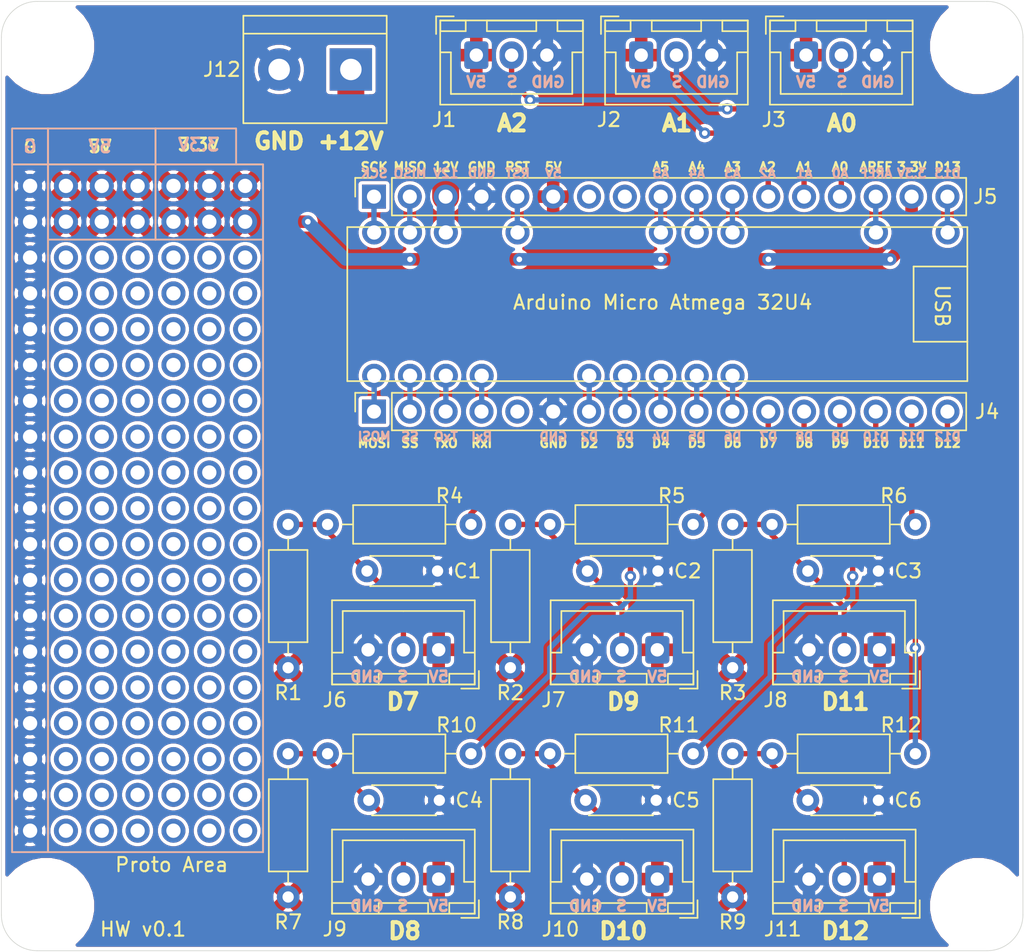
<source format=kicad_pcb>
(kicad_pcb (version 20171130) (host pcbnew "(5.1.2)-2")

  (general
    (thickness 1.6)
    (drawings 164)
    (tracks 146)
    (zones 0)
    (modules 185)
    (nets 40)
  )

  (page A4)
  (layers
    (0 F.Cu signal)
    (31 B.Cu signal)
    (32 B.Adhes user)
    (33 F.Adhes user)
    (34 B.Paste user)
    (35 F.Paste user)
    (36 B.SilkS user)
    (37 F.SilkS user)
    (38 B.Mask user)
    (39 F.Mask user)
    (40 Dwgs.User user)
    (41 Cmts.User user)
    (42 Eco1.User user)
    (43 Eco2.User user)
    (44 Edge.Cuts user)
    (45 Margin user)
    (46 B.CrtYd user)
    (47 F.CrtYd user)
    (48 B.Fab user)
    (49 F.Fab user)
  )

  (setup
    (last_trace_width 0.381)
    (trace_clearance 0.2)
    (zone_clearance 0.254)
    (zone_45_only no)
    (trace_min 0.2)
    (via_size 0.8)
    (via_drill 0.4)
    (via_min_size 0.4)
    (via_min_drill 0.3)
    (uvia_size 0.3)
    (uvia_drill 0.1)
    (uvias_allowed no)
    (uvia_min_size 0.2)
    (uvia_min_drill 0.1)
    (edge_width 0.05)
    (segment_width 0.2)
    (pcb_text_width 0.3)
    (pcb_text_size 1.5 1.5)
    (mod_edge_width 0.12)
    (mod_text_size 1 1)
    (mod_text_width 0.15)
    (pad_size 2.999999 2.999999)
    (pad_drill 2.999999)
    (pad_to_mask_clearance 0.051)
    (solder_mask_min_width 0.25)
    (aux_axis_origin 0 0)
    (grid_origin 113.665 120.015)
    (visible_elements 7FFDFFFF)
    (pcbplotparams
      (layerselection 0x010fc_ffffffff)
      (usegerberextensions false)
      (usegerberattributes false)
      (usegerberadvancedattributes false)
      (creategerberjobfile false)
      (excludeedgelayer true)
      (linewidth 0.100000)
      (plotframeref false)
      (viasonmask false)
      (mode 1)
      (useauxorigin false)
      (hpglpennumber 1)
      (hpglpenspeed 20)
      (hpglpendiameter 15.000000)
      (psnegative false)
      (psa4output false)
      (plotreference true)
      (plotvalue true)
      (plotinvisibletext false)
      (padsonsilk false)
      (subtractmaskfromsilk false)
      (outputformat 1)
      (mirror false)
      (drillshape 1)
      (scaleselection 1)
      (outputdirectory ""))
  )

  (net 0 "")
  (net 1 GND)
  (net 2 "Net-(C1-Pad1)")
  (net 3 "Net-(C2-Pad1)")
  (net 4 "Net-(C3-Pad1)")
  (net 5 "Net-(C4-Pad1)")
  (net 6 "Net-(C5-Pad1)")
  (net 7 "Net-(C6-Pad1)")
  (net 8 TH0)
  (net 9 +5V)
  (net 10 TH1)
  (net 11 THB)
  (net 12 D6)
  (net 13 D5)
  (net 14 D4)
  (net 15 D3)
  (net 16 D2)
  (net 17 RST)
  (net 18 RxI)
  (net 19 TxO)
  (net 20 SS)
  (net 21 MOSI)
  (net 22 IO13)
  (net 23 +3V3)
  (net 24 AREF)
  (net 25 A3)
  (net 26 A4)
  (net 27 A5)
  (net 28 "Net-(J5-Pad8)")
  (net 29 "Net-(J5-Pad7)")
  (net 30 +12V)
  (net 31 MISO)
  (net 32 SCK)
  (net 33 Lim_X+)
  (net 34 Lim_Y+)
  (net 35 Lim_Z+)
  (net 36 Lim_X-)
  (net 37 Lim_Y-)
  (net 38 Lim_Z-)
  (net 39 "Net-(J4-Pad5)")

  (net_class Default "This is the default net class."
    (clearance 0.2)
    (trace_width 0.381)
    (via_dia 0.8)
    (via_drill 0.4)
    (uvia_dia 0.3)
    (uvia_drill 0.1)
    (add_net A3)
    (add_net A4)
    (add_net A5)
    (add_net AREF)
    (add_net D2)
    (add_net D3)
    (add_net D4)
    (add_net D5)
    (add_net D6)
    (add_net GND)
    (add_net IO13)
    (add_net Lim_X+)
    (add_net Lim_X-)
    (add_net Lim_Y+)
    (add_net Lim_Y-)
    (add_net Lim_Z+)
    (add_net Lim_Z-)
    (add_net MISO)
    (add_net MOSI)
    (add_net "Net-(C1-Pad1)")
    (add_net "Net-(C2-Pad1)")
    (add_net "Net-(C3-Pad1)")
    (add_net "Net-(C4-Pad1)")
    (add_net "Net-(C5-Pad1)")
    (add_net "Net-(C6-Pad1)")
    (add_net "Net-(J4-Pad5)")
    (add_net "Net-(J5-Pad7)")
    (add_net "Net-(J5-Pad8)")
    (add_net RST)
    (add_net RxI)
    (add_net SCK)
    (add_net SS)
    (add_net TH0)
    (add_net TH1)
    (add_net THB)
    (add_net TxO)
  )

  (net_class 12V ""
    (clearance 0.254)
    (trace_width 1.27)
    (via_dia 0.8)
    (via_drill 0.4)
    (uvia_dia 0.3)
    (uvia_drill 0.1)
    (add_net +12V)
  )

  (net_class 5V ""
    (clearance 0.2032)
    (trace_width 0.889)
    (via_dia 0.8)
    (via_drill 0.4)
    (uvia_dia 0.3)
    (uvia_drill 0.1)
    (add_net +3V3)
    (add_net +5V)
  )

  (module Connector_PinSocket_2.54mm:PinSocket_1x17_P2.54mm_Vertical (layer F.Cu) (tedit 5A19A42B) (tstamp 5D9216ED)
    (at 136.892 69.723 90)
    (descr "Through hole straight socket strip, 1x17, 2.54mm pitch, single row (from Kicad 4.0.7), script generated")
    (tags "Through hole socket strip THT 1x17 2.54mm single row")
    (path /5D96DD2D)
    (fp_text reference J5 (at 0 43.321 180) (layer F.SilkS)
      (effects (font (size 1 1) (thickness 0.15)))
    )
    (fp_text value Conn_01x17 (at 0 43.41 90) (layer F.Fab)
      (effects (font (size 1 1) (thickness 0.15)))
    )
    (fp_text user %R (at 0 20.32) (layer F.Fab)
      (effects (font (size 1 1) (thickness 0.15)))
    )
    (fp_line (start -1.8 42.4) (end -1.8 -1.8) (layer F.CrtYd) (width 0.05))
    (fp_line (start 1.75 42.4) (end -1.8 42.4) (layer F.CrtYd) (width 0.05))
    (fp_line (start 1.75 -1.8) (end 1.75 42.4) (layer F.CrtYd) (width 0.05))
    (fp_line (start -1.8 -1.8) (end 1.75 -1.8) (layer F.CrtYd) (width 0.05))
    (fp_line (start 0 -1.33) (end 1.33 -1.33) (layer F.SilkS) (width 0.12))
    (fp_line (start 1.33 -1.33) (end 1.33 0) (layer F.SilkS) (width 0.12))
    (fp_line (start 1.33 1.27) (end 1.33 41.97) (layer F.SilkS) (width 0.12))
    (fp_line (start -1.33 41.97) (end 1.33 41.97) (layer F.SilkS) (width 0.12))
    (fp_line (start -1.33 1.27) (end -1.33 41.97) (layer F.SilkS) (width 0.12))
    (fp_line (start -1.33 1.27) (end 1.33 1.27) (layer F.SilkS) (width 0.12))
    (fp_line (start -1.27 41.91) (end -1.27 -1.27) (layer F.Fab) (width 0.1))
    (fp_line (start 1.27 41.91) (end -1.27 41.91) (layer F.Fab) (width 0.1))
    (fp_line (start 1.27 -0.635) (end 1.27 41.91) (layer F.Fab) (width 0.1))
    (fp_line (start 0.635 -1.27) (end 1.27 -0.635) (layer F.Fab) (width 0.1))
    (fp_line (start -1.27 -1.27) (end 0.635 -1.27) (layer F.Fab) (width 0.1))
    (pad 17 thru_hole oval (at 0 40.64 90) (size 1.7 1.7) (drill 1) (layers *.Cu *.Mask)
      (net 22 IO13))
    (pad 16 thru_hole oval (at 0 38.1 90) (size 1.7 1.7) (drill 1) (layers *.Cu *.Mask)
      (net 23 +3V3))
    (pad 15 thru_hole oval (at 0 35.56 90) (size 1.7 1.7) (drill 1) (layers *.Cu *.Mask)
      (net 24 AREF))
    (pad 14 thru_hole oval (at 0 33.02 90) (size 1.7 1.7) (drill 1) (layers *.Cu *.Mask)
      (net 11 THB))
    (pad 13 thru_hole oval (at 0 30.48 90) (size 1.7 1.7) (drill 1) (layers *.Cu *.Mask)
      (net 10 TH1))
    (pad 12 thru_hole oval (at 0 27.94 90) (size 1.7 1.7) (drill 1) (layers *.Cu *.Mask)
      (net 8 TH0))
    (pad 11 thru_hole oval (at 0 25.4 90) (size 1.7 1.7) (drill 1) (layers *.Cu *.Mask)
      (net 25 A3))
    (pad 10 thru_hole oval (at 0 22.86 90) (size 1.7 1.7) (drill 1) (layers *.Cu *.Mask)
      (net 26 A4))
    (pad 9 thru_hole oval (at 0 20.32 90) (size 1.7 1.7) (drill 1) (layers *.Cu *.Mask)
      (net 27 A5))
    (pad 8 thru_hole oval (at 0 17.78 90) (size 1.7 1.7) (drill 1) (layers *.Cu *.Mask)
      (net 28 "Net-(J5-Pad8)"))
    (pad 7 thru_hole oval (at 0 15.24 90) (size 1.7 1.7) (drill 1) (layers *.Cu *.Mask)
      (net 29 "Net-(J5-Pad7)"))
    (pad 6 thru_hole oval (at 0 12.7 90) (size 1.7 1.7) (drill 1) (layers *.Cu *.Mask)
      (net 9 +5V))
    (pad 5 thru_hole oval (at 0 10.16 90) (size 1.7 1.7) (drill 1) (layers *.Cu *.Mask)
      (net 17 RST))
    (pad 4 thru_hole oval (at 0 7.62 90) (size 1.7 1.7) (drill 1) (layers *.Cu *.Mask)
      (net 1 GND))
    (pad 3 thru_hole oval (at 0 5.08 90) (size 1.7 1.7) (drill 1) (layers *.Cu *.Mask)
      (net 30 +12V))
    (pad 2 thru_hole oval (at 0 2.54 90) (size 1.7 1.7) (drill 1) (layers *.Cu *.Mask)
      (net 31 MISO))
    (pad 1 thru_hole rect (at 0 0 90) (size 1.7 1.7) (drill 1) (layers *.Cu *.Mask)
      (net 32 SCK))
    (model ${KISYS3DMOD}/Connector_PinSocket_2.54mm.3dshapes/PinSocket_1x17_P2.54mm_Vertical.wrl
      (at (xyz 0 0 0))
      (scale (xyz 1 1 1))
      (rotate (xyz 0 0 0))
    )
  )

  (module Connector_PinSocket_2.54mm:PinSocket_1x17_P2.54mm_Vertical (layer F.Cu) (tedit 5A19A42B) (tstamp 5D921621)
    (at 136.892 84.963 90)
    (descr "Through hole straight socket strip, 1x17, 2.54mm pitch, single row (from Kicad 4.0.7), script generated")
    (tags "Through hole socket strip THT 1x17 2.54mm single row")
    (path /5D96C870)
    (fp_text reference J4 (at 0 43.448 180) (layer F.SilkS)
      (effects (font (size 1 1) (thickness 0.15)))
    )
    (fp_text value Conn_01x17 (at 0 43.41 90) (layer F.Fab)
      (effects (font (size 1 1) (thickness 0.15)))
    )
    (fp_text user %R (at 0 20.32) (layer F.Fab)
      (effects (font (size 1 1) (thickness 0.15)))
    )
    (fp_line (start -1.8 42.4) (end -1.8 -1.8) (layer F.CrtYd) (width 0.05))
    (fp_line (start 1.75 42.4) (end -1.8 42.4) (layer F.CrtYd) (width 0.05))
    (fp_line (start 1.75 -1.8) (end 1.75 42.4) (layer F.CrtYd) (width 0.05))
    (fp_line (start -1.8 -1.8) (end 1.75 -1.8) (layer F.CrtYd) (width 0.05))
    (fp_line (start 0 -1.33) (end 1.33 -1.33) (layer F.SilkS) (width 0.12))
    (fp_line (start 1.33 -1.33) (end 1.33 0) (layer F.SilkS) (width 0.12))
    (fp_line (start 1.33 1.27) (end 1.33 41.97) (layer F.SilkS) (width 0.12))
    (fp_line (start -1.33 41.97) (end 1.33 41.97) (layer F.SilkS) (width 0.12))
    (fp_line (start -1.33 1.27) (end -1.33 41.97) (layer F.SilkS) (width 0.12))
    (fp_line (start -1.33 1.27) (end 1.33 1.27) (layer F.SilkS) (width 0.12))
    (fp_line (start -1.27 41.91) (end -1.27 -1.27) (layer F.Fab) (width 0.1))
    (fp_line (start 1.27 41.91) (end -1.27 41.91) (layer F.Fab) (width 0.1))
    (fp_line (start 1.27 -0.635) (end 1.27 41.91) (layer F.Fab) (width 0.1))
    (fp_line (start 0.635 -1.27) (end 1.27 -0.635) (layer F.Fab) (width 0.1))
    (fp_line (start -1.27 -1.27) (end 0.635 -1.27) (layer F.Fab) (width 0.1))
    (pad 17 thru_hole oval (at 0 40.64 90) (size 1.7 1.7) (drill 1) (layers *.Cu *.Mask)
      (net 38 Lim_Z-))
    (pad 16 thru_hole oval (at 0 38.1 90) (size 1.7 1.7) (drill 1) (layers *.Cu *.Mask)
      (net 35 Lim_Z+))
    (pad 15 thru_hole oval (at 0 35.56 90) (size 1.7 1.7) (drill 1) (layers *.Cu *.Mask)
      (net 37 Lim_Y-))
    (pad 14 thru_hole oval (at 0 33.02 90) (size 1.7 1.7) (drill 1) (layers *.Cu *.Mask)
      (net 34 Lim_Y+))
    (pad 13 thru_hole oval (at 0 30.48 90) (size 1.7 1.7) (drill 1) (layers *.Cu *.Mask)
      (net 36 Lim_X-))
    (pad 12 thru_hole oval (at 0 27.94 90) (size 1.7 1.7) (drill 1) (layers *.Cu *.Mask)
      (net 33 Lim_X+))
    (pad 11 thru_hole oval (at 0 25.4 90) (size 1.7 1.7) (drill 1) (layers *.Cu *.Mask)
      (net 12 D6))
    (pad 10 thru_hole oval (at 0 22.86 90) (size 1.7 1.7) (drill 1) (layers *.Cu *.Mask)
      (net 13 D5))
    (pad 9 thru_hole oval (at 0 20.32 90) (size 1.7 1.7) (drill 1) (layers *.Cu *.Mask)
      (net 14 D4))
    (pad 8 thru_hole oval (at 0 17.78 90) (size 1.7 1.7) (drill 1) (layers *.Cu *.Mask)
      (net 15 D3))
    (pad 7 thru_hole oval (at 0 15.24 90) (size 1.7 1.7) (drill 1) (layers *.Cu *.Mask)
      (net 16 D2))
    (pad 6 thru_hole oval (at 0 12.7 90) (size 1.7 1.7) (drill 1) (layers *.Cu *.Mask)
      (net 1 GND))
    (pad 5 thru_hole oval (at 0 10.16 90) (size 1.7 1.7) (drill 1) (layers *.Cu *.Mask)
      (net 39 "Net-(J4-Pad5)"))
    (pad 4 thru_hole oval (at 0 7.62 90) (size 1.7 1.7) (drill 1) (layers *.Cu *.Mask)
      (net 18 RxI))
    (pad 3 thru_hole oval (at 0 5.08 90) (size 1.7 1.7) (drill 1) (layers *.Cu *.Mask)
      (net 19 TxO))
    (pad 2 thru_hole oval (at 0 2.54 90) (size 1.7 1.7) (drill 1) (layers *.Cu *.Mask)
      (net 20 SS))
    (pad 1 thru_hole rect (at 0 0 90) (size 1.7 1.7) (drill 1) (layers *.Cu *.Mask)
      (net 21 MOSI))
    (model ${KISYS3DMOD}/Connector_PinSocket_2.54mm.3dshapes/PinSocket_1x17_P2.54mm_Vertical.wrl
      (at (xyz 0 0 0))
      (scale (xyz 1 1 1))
      (rotate (xyz 0 0 0))
    )
  )

  (module myPads:Single_PTH (layer F.Cu) (tedit 5D90227B) (tstamp 5D921775)
    (at 177.546 72.263)
    (fp_text reference REF** (at 0 1.524) (layer F.SilkS) hide
      (effects (font (size 1 1) (thickness 0.15)))
    )
    (fp_text value Single_PTH (at 0 -1.524) (layer F.Fab)
      (effects (font (size 1 1) (thickness 0.15)))
    )
    (pad 1 thru_hole circle (at 0 0) (size 1.7018 1.7018) (drill 1.016) (layers *.Cu *.Mask)
      (net 22 IO13))
  )

  (module myPads:Single_PTH (layer F.Cu) (tedit 5D902261) (tstamp 5D921769)
    (at 172.466 72.263)
    (fp_text reference REF** (at 0 1.524) (layer F.SilkS) hide
      (effects (font (size 1 1) (thickness 0.15)))
    )
    (fp_text value Single_PTH (at 0 -1.524) (layer F.Fab)
      (effects (font (size 1 1) (thickness 0.15)))
    )
    (pad 1 thru_hole circle (at 0 0) (size 1.7018 1.7018) (drill 1.016) (layers *.Cu *.Mask)
      (net 24 AREF))
  )

  (module myPads:Single_PTH (layer F.Cu) (tedit 5D902253) (tstamp 5D92175D)
    (at 162.306 72.263)
    (fp_text reference REF** (at 0 1.524) (layer F.SilkS) hide
      (effects (font (size 1 1) (thickness 0.15)))
    )
    (fp_text value Single_PTH (at 0 -1.524) (layer F.Fab)
      (effects (font (size 1 1) (thickness 0.15)))
    )
    (pad 1 thru_hole circle (at 0 0) (size 1.7018 1.7018) (drill 1.016) (layers *.Cu *.Mask)
      (net 25 A3))
  )

  (module myPads:Single_PTH (layer F.Cu) (tedit 5D90224C) (tstamp 5D9216C1)
    (at 159.766 72.263)
    (fp_text reference REF** (at 0 1.524) (layer F.SilkS) hide
      (effects (font (size 1 1) (thickness 0.15)))
    )
    (fp_text value Single_PTH (at 0 -1.524) (layer F.Fab)
      (effects (font (size 1 1) (thickness 0.15)))
    )
    (pad 1 thru_hole circle (at 0 0) (size 1.7018 1.7018) (drill 1.016) (layers *.Cu *.Mask)
      (net 26 A4))
  )

  (module myPads:Single_PTH (layer F.Cu) (tedit 5D902246) (tstamp 5D921745)
    (at 157.226 72.263)
    (fp_text reference REF** (at 0 1.524) (layer F.SilkS) hide
      (effects (font (size 1 1) (thickness 0.15)))
    )
    (fp_text value Single_PTH (at 0 -1.524) (layer F.Fab)
      (effects (font (size 1 1) (thickness 0.15)))
    )
    (pad 1 thru_hole circle (at 0 0) (size 1.7018 1.7018) (drill 1.016) (layers *.Cu *.Mask)
      (net 27 A5))
  )

  (module myPads:Single_PTH (layer F.Cu) (tedit 5D90222B) (tstamp 5D921751)
    (at 147.066 72.263)
    (fp_text reference REF** (at 0 1.524) (layer F.SilkS) hide
      (effects (font (size 1 1) (thickness 0.15)))
    )
    (fp_text value Single_PTH (at 0 -1.524) (layer F.Fab)
      (effects (font (size 1 1) (thickness 0.15)))
    )
    (pad 1 thru_hole circle (at 0 0) (size 1.7018 1.7018) (drill 1.016) (layers *.Cu *.Mask)
      (net 17 RST))
  )

  (module myPads:Single_PTH (layer F.Cu) (tedit 5D902203) (tstamp 5D921691)
    (at 141.986 72.263)
    (fp_text reference REF** (at 0 1.524) (layer F.SilkS) hide
      (effects (font (size 1 1) (thickness 0.15)))
    )
    (fp_text value Single_PTH (at 0 -1.524) (layer F.Fab)
      (effects (font (size 1 1) (thickness 0.15)))
    )
    (pad 1 thru_hole circle (at 0 0) (size 1.7018 1.7018) (drill 1.016) (layers *.Cu *.Mask)
      (net 30 +12V))
  )

  (module myPads:Single_PTH (layer F.Cu) (tedit 5D9021F9) (tstamp 5D910F72)
    (at 139.446 72.263)
    (fp_text reference REF** (at 0 1.524) (layer F.SilkS) hide
      (effects (font (size 1 1) (thickness 0.15)))
    )
    (fp_text value Single_PTH (at 0 -1.524) (layer F.Fab)
      (effects (font (size 1 1) (thickness 0.15)))
    )
    (pad 1 thru_hole circle (at 0 0) (size 1.7018 1.7018) (drill 1.016) (layers *.Cu *.Mask)
      (net 31 MISO))
  )

  (module myPads:Single_PTH (layer F.Cu) (tedit 5D9021F1) (tstamp 5D910F6A)
    (at 136.906 72.263)
    (fp_text reference REF** (at 0 1.524) (layer F.SilkS) hide
      (effects (font (size 1 1) (thickness 0.15)))
    )
    (fp_text value Single_PTH (at 0 -1.524) (layer F.Fab)
      (effects (font (size 1 1) (thickness 0.15)))
    )
    (pad 1 thru_hole circle (at 0 0) (size 1.7018 1.7018) (drill 1.016) (layers *.Cu *.Mask)
      (net 32 SCK))
  )

  (module myPads:Single_PTH (layer F.Cu) (tedit 5D90228C) (tstamp 5D910F62)
    (at 136.906 82.423)
    (fp_text reference REF** (at 0 1.524) (layer F.SilkS) hide
      (effects (font (size 1 1) (thickness 0.15)))
    )
    (fp_text value Single_PTH (at 0 -1.524) (layer F.Fab)
      (effects (font (size 1 1) (thickness 0.15)))
    )
    (pad 1 thru_hole circle (at 0 0) (size 1.7018 1.7018) (drill 1.016) (layers *.Cu *.Mask)
      (net 21 MOSI))
  )

  (module myPads:Single_PTH (layer F.Cu) (tedit 5D902295) (tstamp 5D910F5A)
    (at 139.446 82.423)
    (fp_text reference REF** (at 0 1.524) (layer F.SilkS) hide
      (effects (font (size 1 1) (thickness 0.15)))
    )
    (fp_text value Single_PTH (at 0 -1.524) (layer F.Fab)
      (effects (font (size 1 1) (thickness 0.15)))
    )
    (pad 1 thru_hole circle (at 0 0) (size 1.7018 1.7018) (drill 1.016) (layers *.Cu *.Mask)
      (net 20 SS))
  )

  (module myPads:Single_PTH (layer F.Cu) (tedit 5D90229D) (tstamp 5D921739)
    (at 141.986 82.423)
    (fp_text reference REF** (at 0 1.524) (layer F.SilkS) hide
      (effects (font (size 1 1) (thickness 0.15)))
    )
    (fp_text value Single_PTH (at 0 -1.524) (layer F.Fab)
      (effects (font (size 1 1) (thickness 0.15)))
    )
    (pad 1 thru_hole circle (at 0 0) (size 1.7018 1.7018) (drill 1.016) (layers *.Cu *.Mask)
      (net 19 TxO))
  )

  (module myPads:Single_PTH (layer F.Cu) (tedit 5D9022A5) (tstamp 5D9216B5)
    (at 144.526 82.423)
    (fp_text reference REF** (at 0 1.524) (layer F.SilkS) hide
      (effects (font (size 1 1) (thickness 0.15)))
    )
    (fp_text value Single_PTH (at 0 -1.524) (layer F.Fab)
      (effects (font (size 1 1) (thickness 0.15)))
    )
    (pad 1 thru_hole circle (at 0 0) (size 1.7018 1.7018) (drill 1.016) (layers *.Cu *.Mask)
      (net 18 RxI))
  )

  (module myPads:Single_PTH (layer F.Cu) (tedit 5D9022AF) (tstamp 5D9216A9)
    (at 152.146 82.423)
    (fp_text reference REF** (at 0 1.524) (layer F.SilkS) hide
      (effects (font (size 1 1) (thickness 0.15)))
    )
    (fp_text value Single_PTH (at 0 -1.524) (layer F.Fab)
      (effects (font (size 1 1) (thickness 0.15)))
    )
    (pad 1 thru_hole circle (at 0 0) (size 1.7018 1.7018) (drill 1.016) (layers *.Cu *.Mask)
      (net 16 D2))
  )

  (module myPads:Single_PTH (layer F.Cu) (tedit 5D9022B7) (tstamp 5D92169D)
    (at 154.686 82.423)
    (fp_text reference REF** (at 0 1.524) (layer F.SilkS) hide
      (effects (font (size 1 1) (thickness 0.15)))
    )
    (fp_text value Single_PTH (at 0 -1.524) (layer F.Fab)
      (effects (font (size 1 1) (thickness 0.15)))
    )
    (pad 1 thru_hole circle (at 0 0) (size 1.7018 1.7018) (drill 1.016) (layers *.Cu *.Mask)
      (net 15 D3))
  )

  (module myPads:Single_PTH (layer F.Cu) (tedit 5D9022BE) (tstamp 5D921685)
    (at 157.226 82.423)
    (fp_text reference REF** (at 0 1.524) (layer F.SilkS) hide
      (effects (font (size 1 1) (thickness 0.15)))
    )
    (fp_text value Single_PTH (at 0 -1.524) (layer F.Fab)
      (effects (font (size 1 1) (thickness 0.15)))
    )
    (pad 1 thru_hole circle (at 0 0) (size 1.7018 1.7018) (drill 1.016) (layers *.Cu *.Mask)
      (net 14 D4))
  )

  (module myPads:Single_PTH (layer F.Cu) (tedit 5D9022C4) (tstamp 5D92166D)
    (at 159.766 82.423)
    (fp_text reference REF** (at 0 1.524) (layer F.SilkS) hide
      (effects (font (size 1 1) (thickness 0.15)))
    )
    (fp_text value Single_PTH (at 0 -1.524) (layer F.Fab)
      (effects (font (size 1 1) (thickness 0.15)))
    )
    (pad 1 thru_hole circle (at 0 0) (size 1.7018 1.7018) (drill 1.016) (layers *.Cu *.Mask)
      (net 13 D5))
  )

  (module myPads:Single_PTH (layer F.Cu) (tedit 5D9022CB) (tstamp 5D921679)
    (at 162.306 82.423)
    (fp_text reference REF** (at 0 1.524) (layer F.SilkS) hide
      (effects (font (size 1 1) (thickness 0.15)))
    )
    (fp_text value Single_PTH (at 0 -1.524) (layer F.Fab)
      (effects (font (size 1 1) (thickness 0.15)))
    )
    (pad 1 thru_hole circle (at 0 0) (size 1.7018 1.7018) (drill 1.016) (layers *.Cu *.Mask)
      (net 12 D6))
  )

  (module myPads:Single_PTH (layer F.Cu) (tedit 5D901E21) (tstamp 5D910E17)
    (at 125.222 114.681)
    (fp_text reference REF** (at 0 1.524) (layer F.SilkS) hide
      (effects (font (size 1 1) (thickness 0.15)))
    )
    (fp_text value Single_PTH (at 0 -1.524) (layer F.Fab)
      (effects (font (size 1 1) (thickness 0.15)))
    )
    (pad 1 thru_hole circle (at 0 0) (size 1.7018 1.7018) (drill 1.016) (layers *.Cu *.Mask))
  )

  (module myPads:Single_PTH (layer F.Cu) (tedit 5D901E21) (tstamp 5D910E13)
    (at 117.602 114.681)
    (fp_text reference REF** (at 0 1.524) (layer F.SilkS) hide
      (effects (font (size 1 1) (thickness 0.15)))
    )
    (fp_text value Single_PTH (at 0 -1.524) (layer F.Fab)
      (effects (font (size 1 1) (thickness 0.15)))
    )
    (pad 1 thru_hole circle (at 0 0) (size 1.7018 1.7018) (drill 1.016) (layers *.Cu *.Mask))
  )

  (module myPads:Single_PTH (layer F.Cu) (tedit 5D901E21) (tstamp 5D910E0F)
    (at 122.682 114.681)
    (fp_text reference REF** (at 0 1.524) (layer F.SilkS) hide
      (effects (font (size 1 1) (thickness 0.15)))
    )
    (fp_text value Single_PTH (at 0 -1.524) (layer F.Fab)
      (effects (font (size 1 1) (thickness 0.15)))
    )
    (pad 1 thru_hole circle (at 0 0) (size 1.7018 1.7018) (drill 1.016) (layers *.Cu *.Mask))
  )

  (module myPads:Single_PTH (layer F.Cu) (tedit 5D902086) (tstamp 5D910E0B)
    (at 112.522 114.681)
    (fp_text reference REF** (at 0 1.524) (layer F.SilkS) hide
      (effects (font (size 1 1) (thickness 0.15)))
    )
    (fp_text value Single_PTH (at 0 -1.524) (layer F.Fab)
      (effects (font (size 1 1) (thickness 0.15)))
    )
    (pad 1 thru_hole circle (at 0 0) (size 1.7018 1.7018) (drill 1.016) (layers *.Cu *.Mask)
      (net 1 GND))
  )

  (module myPads:Single_PTH (layer F.Cu) (tedit 5D901E21) (tstamp 5D910E07)
    (at 127.762 114.681)
    (fp_text reference REF** (at 0 1.524) (layer F.SilkS) hide
      (effects (font (size 1 1) (thickness 0.15)))
    )
    (fp_text value Single_PTH (at 0 -1.524) (layer F.Fab)
      (effects (font (size 1 1) (thickness 0.15)))
    )
    (pad 1 thru_hole circle (at 0 0) (size 1.7018 1.7018) (drill 1.016) (layers *.Cu *.Mask))
  )

  (module myPads:Single_PTH (layer F.Cu) (tedit 5D901E21) (tstamp 5D910E03)
    (at 120.142 114.681)
    (fp_text reference REF** (at 0 1.524) (layer F.SilkS) hide
      (effects (font (size 1 1) (thickness 0.15)))
    )
    (fp_text value Single_PTH (at 0 -1.524) (layer F.Fab)
      (effects (font (size 1 1) (thickness 0.15)))
    )
    (pad 1 thru_hole circle (at 0 0) (size 1.7018 1.7018) (drill 1.016) (layers *.Cu *.Mask))
  )

  (module myPads:Single_PTH (layer F.Cu) (tedit 5D901E21) (tstamp 5D910DFF)
    (at 115.062 114.681)
    (fp_text reference REF** (at 0 1.524) (layer F.SilkS) hide
      (effects (font (size 1 1) (thickness 0.15)))
    )
    (fp_text value Single_PTH (at 0 -1.524) (layer F.Fab)
      (effects (font (size 1 1) (thickness 0.15)))
    )
    (pad 1 thru_hole circle (at 0 0) (size 1.7018 1.7018) (drill 1.016) (layers *.Cu *.Mask))
  )

  (module myPads:Single_PTH (layer F.Cu) (tedit 5D901E21) (tstamp 5D910DC3)
    (at 122.682 112.141)
    (fp_text reference REF** (at 0 1.524) (layer F.SilkS) hide
      (effects (font (size 1 1) (thickness 0.15)))
    )
    (fp_text value Single_PTH (at 0 -1.524) (layer F.Fab)
      (effects (font (size 1 1) (thickness 0.15)))
    )
    (pad 1 thru_hole circle (at 0 0) (size 1.7018 1.7018) (drill 1.016) (layers *.Cu *.Mask))
  )

  (module myPads:Single_PTH (layer F.Cu) (tedit 5D901E21) (tstamp 5D910DBF)
    (at 125.222 112.141)
    (fp_text reference REF** (at 0 1.524) (layer F.SilkS) hide
      (effects (font (size 1 1) (thickness 0.15)))
    )
    (fp_text value Single_PTH (at 0 -1.524) (layer F.Fab)
      (effects (font (size 1 1) (thickness 0.15)))
    )
    (pad 1 thru_hole circle (at 0 0) (size 1.7018 1.7018) (drill 1.016) (layers *.Cu *.Mask))
  )

  (module myPads:Single_PTH (layer F.Cu) (tedit 5D901E21) (tstamp 5D910DBB)
    (at 115.062 112.141)
    (fp_text reference REF** (at 0 1.524) (layer F.SilkS) hide
      (effects (font (size 1 1) (thickness 0.15)))
    )
    (fp_text value Single_PTH (at 0 -1.524) (layer F.Fab)
      (effects (font (size 1 1) (thickness 0.15)))
    )
    (pad 1 thru_hole circle (at 0 0) (size 1.7018 1.7018) (drill 1.016) (layers *.Cu *.Mask))
  )

  (module myPads:Single_PTH (layer F.Cu) (tedit 5D901E21) (tstamp 5D910DB7)
    (at 127.762 112.141)
    (fp_text reference REF** (at 0 1.524) (layer F.SilkS) hide
      (effects (font (size 1 1) (thickness 0.15)))
    )
    (fp_text value Single_PTH (at 0 -1.524) (layer F.Fab)
      (effects (font (size 1 1) (thickness 0.15)))
    )
    (pad 1 thru_hole circle (at 0 0) (size 1.7018 1.7018) (drill 1.016) (layers *.Cu *.Mask))
  )

  (module myPads:Single_PTH (layer F.Cu) (tedit 5D901E21) (tstamp 5D910DB3)
    (at 120.142 112.141)
    (fp_text reference REF** (at 0 1.524) (layer F.SilkS) hide
      (effects (font (size 1 1) (thickness 0.15)))
    )
    (fp_text value Single_PTH (at 0 -1.524) (layer F.Fab)
      (effects (font (size 1 1) (thickness 0.15)))
    )
    (pad 1 thru_hole circle (at 0 0) (size 1.7018 1.7018) (drill 1.016) (layers *.Cu *.Mask))
  )

  (module myPads:Single_PTH (layer F.Cu) (tedit 5D902080) (tstamp 5D910DAF)
    (at 112.522 112.141)
    (fp_text reference REF** (at 0 1.524) (layer F.SilkS) hide
      (effects (font (size 1 1) (thickness 0.15)))
    )
    (fp_text value Single_PTH (at 0 -1.524) (layer F.Fab)
      (effects (font (size 1 1) (thickness 0.15)))
    )
    (pad 1 thru_hole circle (at 0 0) (size 1.7018 1.7018) (drill 1.016) (layers *.Cu *.Mask)
      (net 1 GND))
  )

  (module myPads:Single_PTH (layer F.Cu) (tedit 5D901E21) (tstamp 5D910DAB)
    (at 117.602 112.141)
    (fp_text reference REF** (at 0 1.524) (layer F.SilkS) hide
      (effects (font (size 1 1) (thickness 0.15)))
    )
    (fp_text value Single_PTH (at 0 -1.524) (layer F.Fab)
      (effects (font (size 1 1) (thickness 0.15)))
    )
    (pad 1 thru_hole circle (at 0 0) (size 1.7018 1.7018) (drill 1.016) (layers *.Cu *.Mask))
  )

  (module myPads:Single_PTH (layer F.Cu) (tedit 5D901E21) (tstamp 5D910D8B)
    (at 115.062 109.601)
    (fp_text reference REF** (at 0 1.524) (layer F.SilkS) hide
      (effects (font (size 1 1) (thickness 0.15)))
    )
    (fp_text value Single_PTH (at 0 -1.524) (layer F.Fab)
      (effects (font (size 1 1) (thickness 0.15)))
    )
    (pad 1 thru_hole circle (at 0 0) (size 1.7018 1.7018) (drill 1.016) (layers *.Cu *.Mask))
  )

  (module myPads:Single_PTH (layer F.Cu) (tedit 5D901E21) (tstamp 5D910D87)
    (at 120.142 109.601)
    (fp_text reference REF** (at 0 1.524) (layer F.SilkS) hide
      (effects (font (size 1 1) (thickness 0.15)))
    )
    (fp_text value Single_PTH (at 0 -1.524) (layer F.Fab)
      (effects (font (size 1 1) (thickness 0.15)))
    )
    (pad 1 thru_hole circle (at 0 0) (size 1.7018 1.7018) (drill 1.016) (layers *.Cu *.Mask))
  )

  (module myPads:Single_PTH (layer F.Cu) (tedit 5D901E21) (tstamp 5D910D83)
    (at 122.682 109.601)
    (fp_text reference REF** (at 0 1.524) (layer F.SilkS) hide
      (effects (font (size 1 1) (thickness 0.15)))
    )
    (fp_text value Single_PTH (at 0 -1.524) (layer F.Fab)
      (effects (font (size 1 1) (thickness 0.15)))
    )
    (pad 1 thru_hole circle (at 0 0) (size 1.7018 1.7018) (drill 1.016) (layers *.Cu *.Mask))
  )

  (module myPads:Single_PTH (layer F.Cu) (tedit 5D901E21) (tstamp 5D910D7F)
    (at 127.762 109.601)
    (fp_text reference REF** (at 0 1.524) (layer F.SilkS) hide
      (effects (font (size 1 1) (thickness 0.15)))
    )
    (fp_text value Single_PTH (at 0 -1.524) (layer F.Fab)
      (effects (font (size 1 1) (thickness 0.15)))
    )
    (pad 1 thru_hole circle (at 0 0) (size 1.7018 1.7018) (drill 1.016) (layers *.Cu *.Mask))
  )

  (module myPads:Single_PTH (layer F.Cu) (tedit 5D902077) (tstamp 5D910D7B)
    (at 112.522 109.601)
    (fp_text reference REF** (at 0 1.524) (layer F.SilkS) hide
      (effects (font (size 1 1) (thickness 0.15)))
    )
    (fp_text value Single_PTH (at 0 -1.524) (layer F.Fab)
      (effects (font (size 1 1) (thickness 0.15)))
    )
    (pad 1 thru_hole circle (at 0 0) (size 1.7018 1.7018) (drill 1.016) (layers *.Cu *.Mask)
      (net 1 GND))
  )

  (module myPads:Single_PTH (layer F.Cu) (tedit 5D901E21) (tstamp 5D910D77)
    (at 125.222 109.601)
    (fp_text reference REF** (at 0 1.524) (layer F.SilkS) hide
      (effects (font (size 1 1) (thickness 0.15)))
    )
    (fp_text value Single_PTH (at 0 -1.524) (layer F.Fab)
      (effects (font (size 1 1) (thickness 0.15)))
    )
    (pad 1 thru_hole circle (at 0 0) (size 1.7018 1.7018) (drill 1.016) (layers *.Cu *.Mask))
  )

  (module myPads:Single_PTH (layer F.Cu) (tedit 5D901E21) (tstamp 5D910D73)
    (at 117.602 109.601)
    (fp_text reference REF** (at 0 1.524) (layer F.SilkS) hide
      (effects (font (size 1 1) (thickness 0.15)))
    )
    (fp_text value Single_PTH (at 0 -1.524) (layer F.Fab)
      (effects (font (size 1 1) (thickness 0.15)))
    )
    (pad 1 thru_hole circle (at 0 0) (size 1.7018 1.7018) (drill 1.016) (layers *.Cu *.Mask))
  )

  (module myPads:Single_PTH (layer F.Cu) (tedit 5D901E21) (tstamp 5D910D53)
    (at 127.762 107.061)
    (fp_text reference REF** (at 0 1.524) (layer F.SilkS) hide
      (effects (font (size 1 1) (thickness 0.15)))
    )
    (fp_text value Single_PTH (at 0 -1.524) (layer F.Fab)
      (effects (font (size 1 1) (thickness 0.15)))
    )
    (pad 1 thru_hole circle (at 0 0) (size 1.7018 1.7018) (drill 1.016) (layers *.Cu *.Mask))
  )

  (module myPads:Single_PTH (layer F.Cu) (tedit 5D901E21) (tstamp 5D910D4F)
    (at 115.062 107.061)
    (fp_text reference REF** (at 0 1.524) (layer F.SilkS) hide
      (effects (font (size 1 1) (thickness 0.15)))
    )
    (fp_text value Single_PTH (at 0 -1.524) (layer F.Fab)
      (effects (font (size 1 1) (thickness 0.15)))
    )
    (pad 1 thru_hole circle (at 0 0) (size 1.7018 1.7018) (drill 1.016) (layers *.Cu *.Mask))
  )

  (module myPads:Single_PTH (layer F.Cu) (tedit 5D902071) (tstamp 5D910D4B)
    (at 112.522 107.061)
    (fp_text reference REF** (at 0 1.524) (layer F.SilkS) hide
      (effects (font (size 1 1) (thickness 0.15)))
    )
    (fp_text value Single_PTH (at 0 -1.524) (layer F.Fab)
      (effects (font (size 1 1) (thickness 0.15)))
    )
    (pad 1 thru_hole circle (at 0 0) (size 1.7018 1.7018) (drill 1.016) (layers *.Cu *.Mask)
      (net 1 GND))
  )

  (module myPads:Single_PTH (layer F.Cu) (tedit 5D901E21) (tstamp 5D910D47)
    (at 125.222 107.061)
    (fp_text reference REF** (at 0 1.524) (layer F.SilkS) hide
      (effects (font (size 1 1) (thickness 0.15)))
    )
    (fp_text value Single_PTH (at 0 -1.524) (layer F.Fab)
      (effects (font (size 1 1) (thickness 0.15)))
    )
    (pad 1 thru_hole circle (at 0 0) (size 1.7018 1.7018) (drill 1.016) (layers *.Cu *.Mask))
  )

  (module myPads:Single_PTH (layer F.Cu) (tedit 5D901E21) (tstamp 5D910D43)
    (at 122.682 107.061)
    (fp_text reference REF** (at 0 1.524) (layer F.SilkS) hide
      (effects (font (size 1 1) (thickness 0.15)))
    )
    (fp_text value Single_PTH (at 0 -1.524) (layer F.Fab)
      (effects (font (size 1 1) (thickness 0.15)))
    )
    (pad 1 thru_hole circle (at 0 0) (size 1.7018 1.7018) (drill 1.016) (layers *.Cu *.Mask))
  )

  (module myPads:Single_PTH (layer F.Cu) (tedit 5D901E21) (tstamp 5D910D3F)
    (at 120.142 107.061)
    (fp_text reference REF** (at 0 1.524) (layer F.SilkS) hide
      (effects (font (size 1 1) (thickness 0.15)))
    )
    (fp_text value Single_PTH (at 0 -1.524) (layer F.Fab)
      (effects (font (size 1 1) (thickness 0.15)))
    )
    (pad 1 thru_hole circle (at 0 0) (size 1.7018 1.7018) (drill 1.016) (layers *.Cu *.Mask))
  )

  (module myPads:Single_PTH (layer F.Cu) (tedit 5D901E21) (tstamp 5D910D3B)
    (at 117.602 107.061)
    (fp_text reference REF** (at 0 1.524) (layer F.SilkS) hide
      (effects (font (size 1 1) (thickness 0.15)))
    )
    (fp_text value Single_PTH (at 0 -1.524) (layer F.Fab)
      (effects (font (size 1 1) (thickness 0.15)))
    )
    (pad 1 thru_hole circle (at 0 0) (size 1.7018 1.7018) (drill 1.016) (layers *.Cu *.Mask))
  )

  (module myPads:Single_PTH (layer F.Cu) (tedit 5D902069) (tstamp 5D910D1B)
    (at 112.522 104.521)
    (fp_text reference REF** (at 0 1.524) (layer F.SilkS) hide
      (effects (font (size 1 1) (thickness 0.15)))
    )
    (fp_text value Single_PTH (at 0 -1.524) (layer F.Fab)
      (effects (font (size 1 1) (thickness 0.15)))
    )
    (pad 1 thru_hole circle (at 0 0) (size 1.7018 1.7018) (drill 1.016) (layers *.Cu *.Mask)
      (net 1 GND))
  )

  (module myPads:Single_PTH (layer F.Cu) (tedit 5D901E21) (tstamp 5D910D17)
    (at 127.762 104.521)
    (fp_text reference REF** (at 0 1.524) (layer F.SilkS) hide
      (effects (font (size 1 1) (thickness 0.15)))
    )
    (fp_text value Single_PTH (at 0 -1.524) (layer F.Fab)
      (effects (font (size 1 1) (thickness 0.15)))
    )
    (pad 1 thru_hole circle (at 0 0) (size 1.7018 1.7018) (drill 1.016) (layers *.Cu *.Mask))
  )

  (module myPads:Single_PTH (layer F.Cu) (tedit 5D901E21) (tstamp 5D910D13)
    (at 117.602 104.521)
    (fp_text reference REF** (at 0 1.524) (layer F.SilkS) hide
      (effects (font (size 1 1) (thickness 0.15)))
    )
    (fp_text value Single_PTH (at 0 -1.524) (layer F.Fab)
      (effects (font (size 1 1) (thickness 0.15)))
    )
    (pad 1 thru_hole circle (at 0 0) (size 1.7018 1.7018) (drill 1.016) (layers *.Cu *.Mask))
  )

  (module myPads:Single_PTH (layer F.Cu) (tedit 5D901E21) (tstamp 5D910D0F)
    (at 115.062 104.521)
    (fp_text reference REF** (at 0 1.524) (layer F.SilkS) hide
      (effects (font (size 1 1) (thickness 0.15)))
    )
    (fp_text value Single_PTH (at 0 -1.524) (layer F.Fab)
      (effects (font (size 1 1) (thickness 0.15)))
    )
    (pad 1 thru_hole circle (at 0 0) (size 1.7018 1.7018) (drill 1.016) (layers *.Cu *.Mask))
  )

  (module myPads:Single_PTH (layer F.Cu) (tedit 5D901E21) (tstamp 5D910D0B)
    (at 122.682 104.521)
    (fp_text reference REF** (at 0 1.524) (layer F.SilkS) hide
      (effects (font (size 1 1) (thickness 0.15)))
    )
    (fp_text value Single_PTH (at 0 -1.524) (layer F.Fab)
      (effects (font (size 1 1) (thickness 0.15)))
    )
    (pad 1 thru_hole circle (at 0 0) (size 1.7018 1.7018) (drill 1.016) (layers *.Cu *.Mask))
  )

  (module myPads:Single_PTH (layer F.Cu) (tedit 5D901E21) (tstamp 5D910D07)
    (at 120.142 104.521)
    (fp_text reference REF** (at 0 1.524) (layer F.SilkS) hide
      (effects (font (size 1 1) (thickness 0.15)))
    )
    (fp_text value Single_PTH (at 0 -1.524) (layer F.Fab)
      (effects (font (size 1 1) (thickness 0.15)))
    )
    (pad 1 thru_hole circle (at 0 0) (size 1.7018 1.7018) (drill 1.016) (layers *.Cu *.Mask))
  )

  (module myPads:Single_PTH (layer F.Cu) (tedit 5D901E21) (tstamp 5D910D03)
    (at 125.222 104.521)
    (fp_text reference REF** (at 0 1.524) (layer F.SilkS) hide
      (effects (font (size 1 1) (thickness 0.15)))
    )
    (fp_text value Single_PTH (at 0 -1.524) (layer F.Fab)
      (effects (font (size 1 1) (thickness 0.15)))
    )
    (pad 1 thru_hole circle (at 0 0) (size 1.7018 1.7018) (drill 1.016) (layers *.Cu *.Mask))
  )

  (module myPads:Single_PTH (layer F.Cu) (tedit 5D901E21) (tstamp 5D910CE3)
    (at 120.142 101.981)
    (fp_text reference REF** (at 0 1.524) (layer F.SilkS) hide
      (effects (font (size 1 1) (thickness 0.15)))
    )
    (fp_text value Single_PTH (at 0 -1.524) (layer F.Fab)
      (effects (font (size 1 1) (thickness 0.15)))
    )
    (pad 1 thru_hole circle (at 0 0) (size 1.7018 1.7018) (drill 1.016) (layers *.Cu *.Mask))
  )

  (module myPads:Single_PTH (layer F.Cu) (tedit 5D901E21) (tstamp 5D910CDF)
    (at 122.682 101.981)
    (fp_text reference REF** (at 0 1.524) (layer F.SilkS) hide
      (effects (font (size 1 1) (thickness 0.15)))
    )
    (fp_text value Single_PTH (at 0 -1.524) (layer F.Fab)
      (effects (font (size 1 1) (thickness 0.15)))
    )
    (pad 1 thru_hole circle (at 0 0) (size 1.7018 1.7018) (drill 1.016) (layers *.Cu *.Mask))
  )

  (module myPads:Single_PTH (layer F.Cu) (tedit 5D901E21) (tstamp 5D910CDB)
    (at 115.062 101.981)
    (fp_text reference REF** (at 0 1.524) (layer F.SilkS) hide
      (effects (font (size 1 1) (thickness 0.15)))
    )
    (fp_text value Single_PTH (at 0 -1.524) (layer F.Fab)
      (effects (font (size 1 1) (thickness 0.15)))
    )
    (pad 1 thru_hole circle (at 0 0) (size 1.7018 1.7018) (drill 1.016) (layers *.Cu *.Mask))
  )

  (module myPads:Single_PTH (layer F.Cu) (tedit 5D902062) (tstamp 5D910CD7)
    (at 112.522 101.981)
    (fp_text reference REF** (at 0 1.524) (layer F.SilkS) hide
      (effects (font (size 1 1) (thickness 0.15)))
    )
    (fp_text value Single_PTH (at 0 -1.524) (layer F.Fab)
      (effects (font (size 1 1) (thickness 0.15)))
    )
    (pad 1 thru_hole circle (at 0 0) (size 1.7018 1.7018) (drill 1.016) (layers *.Cu *.Mask)
      (net 1 GND))
  )

  (module myPads:Single_PTH (layer F.Cu) (tedit 5D901E21) (tstamp 5D910CD3)
    (at 127.762 101.981)
    (fp_text reference REF** (at 0 1.524) (layer F.SilkS) hide
      (effects (font (size 1 1) (thickness 0.15)))
    )
    (fp_text value Single_PTH (at 0 -1.524) (layer F.Fab)
      (effects (font (size 1 1) (thickness 0.15)))
    )
    (pad 1 thru_hole circle (at 0 0) (size 1.7018 1.7018) (drill 1.016) (layers *.Cu *.Mask))
  )

  (module myPads:Single_PTH (layer F.Cu) (tedit 5D901E21) (tstamp 5D910CCF)
    (at 125.222 101.981)
    (fp_text reference REF** (at 0 1.524) (layer F.SilkS) hide
      (effects (font (size 1 1) (thickness 0.15)))
    )
    (fp_text value Single_PTH (at 0 -1.524) (layer F.Fab)
      (effects (font (size 1 1) (thickness 0.15)))
    )
    (pad 1 thru_hole circle (at 0 0) (size 1.7018 1.7018) (drill 1.016) (layers *.Cu *.Mask))
  )

  (module myPads:Single_PTH (layer F.Cu) (tedit 5D901E21) (tstamp 5D910CCB)
    (at 117.602 101.981)
    (fp_text reference REF** (at 0 1.524) (layer F.SilkS) hide
      (effects (font (size 1 1) (thickness 0.15)))
    )
    (fp_text value Single_PTH (at 0 -1.524) (layer F.Fab)
      (effects (font (size 1 1) (thickness 0.15)))
    )
    (pad 1 thru_hole circle (at 0 0) (size 1.7018 1.7018) (drill 1.016) (layers *.Cu *.Mask))
  )

  (module myPads:Single_PTH (layer F.Cu) (tedit 5D901E21) (tstamp 5D910CAB)
    (at 115.062 99.441)
    (fp_text reference REF** (at 0 1.524) (layer F.SilkS) hide
      (effects (font (size 1 1) (thickness 0.15)))
    )
    (fp_text value Single_PTH (at 0 -1.524) (layer F.Fab)
      (effects (font (size 1 1) (thickness 0.15)))
    )
    (pad 1 thru_hole circle (at 0 0) (size 1.7018 1.7018) (drill 1.016) (layers *.Cu *.Mask))
  )

  (module myPads:Single_PTH (layer F.Cu) (tedit 5D901E21) (tstamp 5D910CA7)
    (at 120.142 99.441)
    (fp_text reference REF** (at 0 1.524) (layer F.SilkS) hide
      (effects (font (size 1 1) (thickness 0.15)))
    )
    (fp_text value Single_PTH (at 0 -1.524) (layer F.Fab)
      (effects (font (size 1 1) (thickness 0.15)))
    )
    (pad 1 thru_hole circle (at 0 0) (size 1.7018 1.7018) (drill 1.016) (layers *.Cu *.Mask))
  )

  (module myPads:Single_PTH (layer F.Cu) (tedit 5D901E21) (tstamp 5D910CA3)
    (at 122.682 99.441)
    (fp_text reference REF** (at 0 1.524) (layer F.SilkS) hide
      (effects (font (size 1 1) (thickness 0.15)))
    )
    (fp_text value Single_PTH (at 0 -1.524) (layer F.Fab)
      (effects (font (size 1 1) (thickness 0.15)))
    )
    (pad 1 thru_hole circle (at 0 0) (size 1.7018 1.7018) (drill 1.016) (layers *.Cu *.Mask))
  )

  (module myPads:Single_PTH (layer F.Cu) (tedit 5D90205B) (tstamp 5D910C9F)
    (at 112.522 99.441)
    (fp_text reference REF** (at 0 1.524) (layer F.SilkS) hide
      (effects (font (size 1 1) (thickness 0.15)))
    )
    (fp_text value Single_PTH (at 0 -1.524) (layer F.Fab)
      (effects (font (size 1 1) (thickness 0.15)))
    )
    (pad 1 thru_hole circle (at 0 0) (size 1.7018 1.7018) (drill 1.016) (layers *.Cu *.Mask)
      (net 1 GND))
  )

  (module myPads:Single_PTH (layer F.Cu) (tedit 5D901E21) (tstamp 5D910C9B)
    (at 117.602 99.441)
    (fp_text reference REF** (at 0 1.524) (layer F.SilkS) hide
      (effects (font (size 1 1) (thickness 0.15)))
    )
    (fp_text value Single_PTH (at 0 -1.524) (layer F.Fab)
      (effects (font (size 1 1) (thickness 0.15)))
    )
    (pad 1 thru_hole circle (at 0 0) (size 1.7018 1.7018) (drill 1.016) (layers *.Cu *.Mask))
  )

  (module myPads:Single_PTH (layer F.Cu) (tedit 5D901E21) (tstamp 5D910C97)
    (at 125.222 99.441)
    (fp_text reference REF** (at 0 1.524) (layer F.SilkS) hide
      (effects (font (size 1 1) (thickness 0.15)))
    )
    (fp_text value Single_PTH (at 0 -1.524) (layer F.Fab)
      (effects (font (size 1 1) (thickness 0.15)))
    )
    (pad 1 thru_hole circle (at 0 0) (size 1.7018 1.7018) (drill 1.016) (layers *.Cu *.Mask))
  )

  (module myPads:Single_PTH (layer F.Cu) (tedit 5D901E21) (tstamp 5D910C93)
    (at 127.762 99.441)
    (fp_text reference REF** (at 0 1.524) (layer F.SilkS) hide
      (effects (font (size 1 1) (thickness 0.15)))
    )
    (fp_text value Single_PTH (at 0 -1.524) (layer F.Fab)
      (effects (font (size 1 1) (thickness 0.15)))
    )
    (pad 1 thru_hole circle (at 0 0) (size 1.7018 1.7018) (drill 1.016) (layers *.Cu *.Mask))
  )

  (module myPads:Single_PTH (layer F.Cu) (tedit 5D901E21) (tstamp 5D910C73)
    (at 120.142 96.901)
    (fp_text reference REF** (at 0 1.524) (layer F.SilkS) hide
      (effects (font (size 1 1) (thickness 0.15)))
    )
    (fp_text value Single_PTH (at 0 -1.524) (layer F.Fab)
      (effects (font (size 1 1) (thickness 0.15)))
    )
    (pad 1 thru_hole circle (at 0 0) (size 1.7018 1.7018) (drill 1.016) (layers *.Cu *.Mask))
  )

  (module myPads:Single_PTH (layer F.Cu) (tedit 5D901E21) (tstamp 5D910C6F)
    (at 115.062 96.901)
    (fp_text reference REF** (at 0 1.524) (layer F.SilkS) hide
      (effects (font (size 1 1) (thickness 0.15)))
    )
    (fp_text value Single_PTH (at 0 -1.524) (layer F.Fab)
      (effects (font (size 1 1) (thickness 0.15)))
    )
    (pad 1 thru_hole circle (at 0 0) (size 1.7018 1.7018) (drill 1.016) (layers *.Cu *.Mask))
  )

  (module myPads:Single_PTH (layer F.Cu) (tedit 5D901E21) (tstamp 5D910C6B)
    (at 122.682 96.901)
    (fp_text reference REF** (at 0 1.524) (layer F.SilkS) hide
      (effects (font (size 1 1) (thickness 0.15)))
    )
    (fp_text value Single_PTH (at 0 -1.524) (layer F.Fab)
      (effects (font (size 1 1) (thickness 0.15)))
    )
    (pad 1 thru_hole circle (at 0 0) (size 1.7018 1.7018) (drill 1.016) (layers *.Cu *.Mask))
  )

  (module myPads:Single_PTH (layer F.Cu) (tedit 5D901E21) (tstamp 5D910C67)
    (at 125.222 96.901)
    (fp_text reference REF** (at 0 1.524) (layer F.SilkS) hide
      (effects (font (size 1 1) (thickness 0.15)))
    )
    (fp_text value Single_PTH (at 0 -1.524) (layer F.Fab)
      (effects (font (size 1 1) (thickness 0.15)))
    )
    (pad 1 thru_hole circle (at 0 0) (size 1.7018 1.7018) (drill 1.016) (layers *.Cu *.Mask))
  )

  (module myPads:Single_PTH (layer F.Cu) (tedit 5D901E21) (tstamp 5D910C63)
    (at 127.762 96.901)
    (fp_text reference REF** (at 0 1.524) (layer F.SilkS) hide
      (effects (font (size 1 1) (thickness 0.15)))
    )
    (fp_text value Single_PTH (at 0 -1.524) (layer F.Fab)
      (effects (font (size 1 1) (thickness 0.15)))
    )
    (pad 1 thru_hole circle (at 0 0) (size 1.7018 1.7018) (drill 1.016) (layers *.Cu *.Mask))
  )

  (module myPads:Single_PTH (layer F.Cu) (tedit 5D901E21) (tstamp 5D910C5F)
    (at 117.602 96.901)
    (fp_text reference REF** (at 0 1.524) (layer F.SilkS) hide
      (effects (font (size 1 1) (thickness 0.15)))
    )
    (fp_text value Single_PTH (at 0 -1.524) (layer F.Fab)
      (effects (font (size 1 1) (thickness 0.15)))
    )
    (pad 1 thru_hole circle (at 0 0) (size 1.7018 1.7018) (drill 1.016) (layers *.Cu *.Mask))
  )

  (module myPads:Single_PTH (layer F.Cu) (tedit 5D902053) (tstamp 5D910C5B)
    (at 112.522 96.901)
    (fp_text reference REF** (at 0 1.524) (layer F.SilkS) hide
      (effects (font (size 1 1) (thickness 0.15)))
    )
    (fp_text value Single_PTH (at 0 -1.524) (layer F.Fab)
      (effects (font (size 1 1) (thickness 0.15)))
    )
    (pad 1 thru_hole circle (at 0 0) (size 1.7018 1.7018) (drill 1.016) (layers *.Cu *.Mask)
      (net 1 GND))
  )

  (module myPads:Single_PTH (layer F.Cu) (tedit 5D901E21) (tstamp 5D910C3B)
    (at 125.222 94.361)
    (fp_text reference REF** (at 0 1.524) (layer F.SilkS) hide
      (effects (font (size 1 1) (thickness 0.15)))
    )
    (fp_text value Single_PTH (at 0 -1.524) (layer F.Fab)
      (effects (font (size 1 1) (thickness 0.15)))
    )
    (pad 1 thru_hole circle (at 0 0) (size 1.7018 1.7018) (drill 1.016) (layers *.Cu *.Mask))
  )

  (module myPads:Single_PTH (layer F.Cu) (tedit 5D901E21) (tstamp 5D910C37)
    (at 122.682 94.361)
    (fp_text reference REF** (at 0 1.524) (layer F.SilkS) hide
      (effects (font (size 1 1) (thickness 0.15)))
    )
    (fp_text value Single_PTH (at 0 -1.524) (layer F.Fab)
      (effects (font (size 1 1) (thickness 0.15)))
    )
    (pad 1 thru_hole circle (at 0 0) (size 1.7018 1.7018) (drill 1.016) (layers *.Cu *.Mask))
  )

  (module myPads:Single_PTH (layer F.Cu) (tedit 5D901E21) (tstamp 5D910C33)
    (at 127.762 94.361)
    (fp_text reference REF** (at 0 1.524) (layer F.SilkS) hide
      (effects (font (size 1 1) (thickness 0.15)))
    )
    (fp_text value Single_PTH (at 0 -1.524) (layer F.Fab)
      (effects (font (size 1 1) (thickness 0.15)))
    )
    (pad 1 thru_hole circle (at 0 0) (size 1.7018 1.7018) (drill 1.016) (layers *.Cu *.Mask))
  )

  (module myPads:Single_PTH (layer F.Cu) (tedit 5D901E21) (tstamp 5D910C2F)
    (at 115.062 94.361)
    (fp_text reference REF** (at 0 1.524) (layer F.SilkS) hide
      (effects (font (size 1 1) (thickness 0.15)))
    )
    (fp_text value Single_PTH (at 0 -1.524) (layer F.Fab)
      (effects (font (size 1 1) (thickness 0.15)))
    )
    (pad 1 thru_hole circle (at 0 0) (size 1.7018 1.7018) (drill 1.016) (layers *.Cu *.Mask))
  )

  (module myPads:Single_PTH (layer F.Cu) (tedit 5D901E21) (tstamp 5D910C2B)
    (at 117.602 94.361)
    (fp_text reference REF** (at 0 1.524) (layer F.SilkS) hide
      (effects (font (size 1 1) (thickness 0.15)))
    )
    (fp_text value Single_PTH (at 0 -1.524) (layer F.Fab)
      (effects (font (size 1 1) (thickness 0.15)))
    )
    (pad 1 thru_hole circle (at 0 0) (size 1.7018 1.7018) (drill 1.016) (layers *.Cu *.Mask))
  )

  (module myPads:Single_PTH (layer F.Cu) (tedit 5D902049) (tstamp 5D910C27)
    (at 112.522 94.361)
    (fp_text reference REF** (at 0 1.524) (layer F.SilkS) hide
      (effects (font (size 1 1) (thickness 0.15)))
    )
    (fp_text value Single_PTH (at 0 -1.524) (layer F.Fab)
      (effects (font (size 1 1) (thickness 0.15)))
    )
    (pad 1 thru_hole circle (at 0 0) (size 1.7018 1.7018) (drill 1.016) (layers *.Cu *.Mask)
      (net 1 GND))
  )

  (module myPads:Single_PTH (layer F.Cu) (tedit 5D901E21) (tstamp 5D910C23)
    (at 120.142 94.361)
    (fp_text reference REF** (at 0 1.524) (layer F.SilkS) hide
      (effects (font (size 1 1) (thickness 0.15)))
    )
    (fp_text value Single_PTH (at 0 -1.524) (layer F.Fab)
      (effects (font (size 1 1) (thickness 0.15)))
    )
    (pad 1 thru_hole circle (at 0 0) (size 1.7018 1.7018) (drill 1.016) (layers *.Cu *.Mask))
  )

  (module myPads:Single_PTH (layer F.Cu) (tedit 5D901E21) (tstamp 5D910C03)
    (at 122.682 91.821)
    (fp_text reference REF** (at 0 1.524) (layer F.SilkS) hide
      (effects (font (size 1 1) (thickness 0.15)))
    )
    (fp_text value Single_PTH (at 0 -1.524) (layer F.Fab)
      (effects (font (size 1 1) (thickness 0.15)))
    )
    (pad 1 thru_hole circle (at 0 0) (size 1.7018 1.7018) (drill 1.016) (layers *.Cu *.Mask))
  )

  (module myPads:Single_PTH (layer F.Cu) (tedit 5D902043) (tstamp 5D910BFF)
    (at 112.522 91.821)
    (fp_text reference REF** (at 0 1.524) (layer F.SilkS) hide
      (effects (font (size 1 1) (thickness 0.15)))
    )
    (fp_text value Single_PTH (at 0 -1.524) (layer F.Fab)
      (effects (font (size 1 1) (thickness 0.15)))
    )
    (pad 1 thru_hole circle (at 0 0) (size 1.7018 1.7018) (drill 1.016) (layers *.Cu *.Mask)
      (net 1 GND))
  )

  (module myPads:Single_PTH (layer F.Cu) (tedit 5D901E21) (tstamp 5D910BFB)
    (at 127.762 91.821)
    (fp_text reference REF** (at 0 1.524) (layer F.SilkS) hide
      (effects (font (size 1 1) (thickness 0.15)))
    )
    (fp_text value Single_PTH (at 0 -1.524) (layer F.Fab)
      (effects (font (size 1 1) (thickness 0.15)))
    )
    (pad 1 thru_hole circle (at 0 0) (size 1.7018 1.7018) (drill 1.016) (layers *.Cu *.Mask))
  )

  (module myPads:Single_PTH (layer F.Cu) (tedit 5D901E21) (tstamp 5D910BF7)
    (at 120.142 91.821)
    (fp_text reference REF** (at 0 1.524) (layer F.SilkS) hide
      (effects (font (size 1 1) (thickness 0.15)))
    )
    (fp_text value Single_PTH (at 0 -1.524) (layer F.Fab)
      (effects (font (size 1 1) (thickness 0.15)))
    )
    (pad 1 thru_hole circle (at 0 0) (size 1.7018 1.7018) (drill 1.016) (layers *.Cu *.Mask))
  )

  (module myPads:Single_PTH (layer F.Cu) (tedit 5D901E21) (tstamp 5D910BF3)
    (at 117.602 91.821)
    (fp_text reference REF** (at 0 1.524) (layer F.SilkS) hide
      (effects (font (size 1 1) (thickness 0.15)))
    )
    (fp_text value Single_PTH (at 0 -1.524) (layer F.Fab)
      (effects (font (size 1 1) (thickness 0.15)))
    )
    (pad 1 thru_hole circle (at 0 0) (size 1.7018 1.7018) (drill 1.016) (layers *.Cu *.Mask))
  )

  (module myPads:Single_PTH (layer F.Cu) (tedit 5D901E21) (tstamp 5D910BEF)
    (at 125.222 91.821)
    (fp_text reference REF** (at 0 1.524) (layer F.SilkS) hide
      (effects (font (size 1 1) (thickness 0.15)))
    )
    (fp_text value Single_PTH (at 0 -1.524) (layer F.Fab)
      (effects (font (size 1 1) (thickness 0.15)))
    )
    (pad 1 thru_hole circle (at 0 0) (size 1.7018 1.7018) (drill 1.016) (layers *.Cu *.Mask))
  )

  (module myPads:Single_PTH (layer F.Cu) (tedit 5D901E21) (tstamp 5D910BEB)
    (at 115.062 91.821)
    (fp_text reference REF** (at 0 1.524) (layer F.SilkS) hide
      (effects (font (size 1 1) (thickness 0.15)))
    )
    (fp_text value Single_PTH (at 0 -1.524) (layer F.Fab)
      (effects (font (size 1 1) (thickness 0.15)))
    )
    (pad 1 thru_hole circle (at 0 0) (size 1.7018 1.7018) (drill 1.016) (layers *.Cu *.Mask))
  )

  (module myPads:Single_PTH (layer F.Cu) (tedit 5D901E21) (tstamp 5D910BCB)
    (at 122.682 89.281)
    (fp_text reference REF** (at 0 1.524) (layer F.SilkS) hide
      (effects (font (size 1 1) (thickness 0.15)))
    )
    (fp_text value Single_PTH (at 0 -1.524) (layer F.Fab)
      (effects (font (size 1 1) (thickness 0.15)))
    )
    (pad 1 thru_hole circle (at 0 0) (size 1.7018 1.7018) (drill 1.016) (layers *.Cu *.Mask))
  )

  (module myPads:Single_PTH (layer F.Cu) (tedit 5D901E21) (tstamp 5D910BC7)
    (at 115.062 89.281)
    (fp_text reference REF** (at 0 1.524) (layer F.SilkS) hide
      (effects (font (size 1 1) (thickness 0.15)))
    )
    (fp_text value Single_PTH (at 0 -1.524) (layer F.Fab)
      (effects (font (size 1 1) (thickness 0.15)))
    )
    (pad 1 thru_hole circle (at 0 0) (size 1.7018 1.7018) (drill 1.016) (layers *.Cu *.Mask))
  )

  (module myPads:Single_PTH (layer F.Cu) (tedit 5D901E21) (tstamp 5D910BC3)
    (at 120.142 89.281)
    (fp_text reference REF** (at 0 1.524) (layer F.SilkS) hide
      (effects (font (size 1 1) (thickness 0.15)))
    )
    (fp_text value Single_PTH (at 0 -1.524) (layer F.Fab)
      (effects (font (size 1 1) (thickness 0.15)))
    )
    (pad 1 thru_hole circle (at 0 0) (size 1.7018 1.7018) (drill 1.016) (layers *.Cu *.Mask))
  )

  (module myPads:Single_PTH (layer F.Cu) (tedit 5D901E21) (tstamp 5D910BBF)
    (at 117.602 89.281)
    (fp_text reference REF** (at 0 1.524) (layer F.SilkS) hide
      (effects (font (size 1 1) (thickness 0.15)))
    )
    (fp_text value Single_PTH (at 0 -1.524) (layer F.Fab)
      (effects (font (size 1 1) (thickness 0.15)))
    )
    (pad 1 thru_hole circle (at 0 0) (size 1.7018 1.7018) (drill 1.016) (layers *.Cu *.Mask))
  )

  (module myPads:Single_PTH (layer F.Cu) (tedit 5D90203A) (tstamp 5D910BBB)
    (at 112.522 89.281)
    (fp_text reference REF** (at 0 1.524) (layer F.SilkS) hide
      (effects (font (size 1 1) (thickness 0.15)))
    )
    (fp_text value Single_PTH (at 0 -1.524) (layer F.Fab)
      (effects (font (size 1 1) (thickness 0.15)))
    )
    (pad 1 thru_hole circle (at 0 0) (size 1.7018 1.7018) (drill 1.016) (layers *.Cu *.Mask)
      (net 1 GND))
  )

  (module myPads:Single_PTH (layer F.Cu) (tedit 5D901E21) (tstamp 5D910BB7)
    (at 127.762 89.281)
    (fp_text reference REF** (at 0 1.524) (layer F.SilkS) hide
      (effects (font (size 1 1) (thickness 0.15)))
    )
    (fp_text value Single_PTH (at 0 -1.524) (layer F.Fab)
      (effects (font (size 1 1) (thickness 0.15)))
    )
    (pad 1 thru_hole circle (at 0 0) (size 1.7018 1.7018) (drill 1.016) (layers *.Cu *.Mask))
  )

  (module myPads:Single_PTH (layer F.Cu) (tedit 5D901E21) (tstamp 5D910BB3)
    (at 125.222 89.281)
    (fp_text reference REF** (at 0 1.524) (layer F.SilkS) hide
      (effects (font (size 1 1) (thickness 0.15)))
    )
    (fp_text value Single_PTH (at 0 -1.524) (layer F.Fab)
      (effects (font (size 1 1) (thickness 0.15)))
    )
    (pad 1 thru_hole circle (at 0 0) (size 1.7018 1.7018) (drill 1.016) (layers *.Cu *.Mask))
  )

  (module myPads:Single_PTH (layer F.Cu) (tedit 5D902032) (tstamp 5D910B93)
    (at 112.522 86.741)
    (fp_text reference REF** (at 0 1.524) (layer F.SilkS) hide
      (effects (font (size 1 1) (thickness 0.15)))
    )
    (fp_text value Single_PTH (at 0 -1.524) (layer F.Fab)
      (effects (font (size 1 1) (thickness 0.15)))
    )
    (pad 1 thru_hole circle (at 0 0) (size 1.7018 1.7018) (drill 1.016) (layers *.Cu *.Mask)
      (net 1 GND))
  )

  (module myPads:Single_PTH (layer F.Cu) (tedit 5D901E21) (tstamp 5D910B8F)
    (at 122.682 86.741)
    (fp_text reference REF** (at 0 1.524) (layer F.SilkS) hide
      (effects (font (size 1 1) (thickness 0.15)))
    )
    (fp_text value Single_PTH (at 0 -1.524) (layer F.Fab)
      (effects (font (size 1 1) (thickness 0.15)))
    )
    (pad 1 thru_hole circle (at 0 0) (size 1.7018 1.7018) (drill 1.016) (layers *.Cu *.Mask))
  )

  (module myPads:Single_PTH (layer F.Cu) (tedit 5D901E21) (tstamp 5D910B8B)
    (at 115.062 86.741)
    (fp_text reference REF** (at 0 1.524) (layer F.SilkS) hide
      (effects (font (size 1 1) (thickness 0.15)))
    )
    (fp_text value Single_PTH (at 0 -1.524) (layer F.Fab)
      (effects (font (size 1 1) (thickness 0.15)))
    )
    (pad 1 thru_hole circle (at 0 0) (size 1.7018 1.7018) (drill 1.016) (layers *.Cu *.Mask))
  )

  (module myPads:Single_PTH (layer F.Cu) (tedit 5D901E21) (tstamp 5D910B87)
    (at 125.222 86.741)
    (fp_text reference REF** (at 0 1.524) (layer F.SilkS) hide
      (effects (font (size 1 1) (thickness 0.15)))
    )
    (fp_text value Single_PTH (at 0 -1.524) (layer F.Fab)
      (effects (font (size 1 1) (thickness 0.15)))
    )
    (pad 1 thru_hole circle (at 0 0) (size 1.7018 1.7018) (drill 1.016) (layers *.Cu *.Mask))
  )

  (module myPads:Single_PTH (layer F.Cu) (tedit 5D901E21) (tstamp 5D910B83)
    (at 120.142 86.741)
    (fp_text reference REF** (at 0 1.524) (layer F.SilkS) hide
      (effects (font (size 1 1) (thickness 0.15)))
    )
    (fp_text value Single_PTH (at 0 -1.524) (layer F.Fab)
      (effects (font (size 1 1) (thickness 0.15)))
    )
    (pad 1 thru_hole circle (at 0 0) (size 1.7018 1.7018) (drill 1.016) (layers *.Cu *.Mask))
  )

  (module myPads:Single_PTH (layer F.Cu) (tedit 5D901E21) (tstamp 5D910B7F)
    (at 127.762 86.741)
    (fp_text reference REF** (at 0 1.524) (layer F.SilkS) hide
      (effects (font (size 1 1) (thickness 0.15)))
    )
    (fp_text value Single_PTH (at 0 -1.524) (layer F.Fab)
      (effects (font (size 1 1) (thickness 0.15)))
    )
    (pad 1 thru_hole circle (at 0 0) (size 1.7018 1.7018) (drill 1.016) (layers *.Cu *.Mask))
  )

  (module myPads:Single_PTH (layer F.Cu) (tedit 5D901E21) (tstamp 5D910B7B)
    (at 117.602 86.741)
    (fp_text reference REF** (at 0 1.524) (layer F.SilkS) hide
      (effects (font (size 1 1) (thickness 0.15)))
    )
    (fp_text value Single_PTH (at 0 -1.524) (layer F.Fab)
      (effects (font (size 1 1) (thickness 0.15)))
    )
    (pad 1 thru_hole circle (at 0 0) (size 1.7018 1.7018) (drill 1.016) (layers *.Cu *.Mask))
  )

  (module myPads:Single_PTH (layer F.Cu) (tedit 5D901E21) (tstamp 5D910B5B)
    (at 125.222 84.201)
    (fp_text reference REF** (at 0 1.524) (layer F.SilkS) hide
      (effects (font (size 1 1) (thickness 0.15)))
    )
    (fp_text value Single_PTH (at 0 -1.524) (layer F.Fab)
      (effects (font (size 1 1) (thickness 0.15)))
    )
    (pad 1 thru_hole circle (at 0 0) (size 1.7018 1.7018) (drill 1.016) (layers *.Cu *.Mask))
  )

  (module myPads:Single_PTH (layer F.Cu) (tedit 5D901E21) (tstamp 5D910B57)
    (at 122.682 84.201)
    (fp_text reference REF** (at 0 1.524) (layer F.SilkS) hide
      (effects (font (size 1 1) (thickness 0.15)))
    )
    (fp_text value Single_PTH (at 0 -1.524) (layer F.Fab)
      (effects (font (size 1 1) (thickness 0.15)))
    )
    (pad 1 thru_hole circle (at 0 0) (size 1.7018 1.7018) (drill 1.016) (layers *.Cu *.Mask))
  )

  (module myPads:Single_PTH (layer F.Cu) (tedit 5D90202B) (tstamp 5D910B53)
    (at 112.522 84.201)
    (fp_text reference REF** (at 0 1.524) (layer F.SilkS) hide
      (effects (font (size 1 1) (thickness 0.15)))
    )
    (fp_text value Single_PTH (at 0 -1.524) (layer F.Fab)
      (effects (font (size 1 1) (thickness 0.15)))
    )
    (pad 1 thru_hole circle (at 0 0) (size 1.7018 1.7018) (drill 1.016) (layers *.Cu *.Mask)
      (net 1 GND))
  )

  (module myPads:Single_PTH (layer F.Cu) (tedit 5D901E21) (tstamp 5D910B4F)
    (at 120.142 84.201)
    (fp_text reference REF** (at 0 1.524) (layer F.SilkS) hide
      (effects (font (size 1 1) (thickness 0.15)))
    )
    (fp_text value Single_PTH (at 0 -1.524) (layer F.Fab)
      (effects (font (size 1 1) (thickness 0.15)))
    )
    (pad 1 thru_hole circle (at 0 0) (size 1.7018 1.7018) (drill 1.016) (layers *.Cu *.Mask))
  )

  (module myPads:Single_PTH (layer F.Cu) (tedit 5D901E21) (tstamp 5D910B4B)
    (at 127.762 84.201)
    (fp_text reference REF** (at 0 1.524) (layer F.SilkS) hide
      (effects (font (size 1 1) (thickness 0.15)))
    )
    (fp_text value Single_PTH (at 0 -1.524) (layer F.Fab)
      (effects (font (size 1 1) (thickness 0.15)))
    )
    (pad 1 thru_hole circle (at 0 0) (size 1.7018 1.7018) (drill 1.016) (layers *.Cu *.Mask))
  )

  (module myPads:Single_PTH (layer F.Cu) (tedit 5D901E21) (tstamp 5D910B47)
    (at 115.062 84.201)
    (fp_text reference REF** (at 0 1.524) (layer F.SilkS) hide
      (effects (font (size 1 1) (thickness 0.15)))
    )
    (fp_text value Single_PTH (at 0 -1.524) (layer F.Fab)
      (effects (font (size 1 1) (thickness 0.15)))
    )
    (pad 1 thru_hole circle (at 0 0) (size 1.7018 1.7018) (drill 1.016) (layers *.Cu *.Mask))
  )

  (module myPads:Single_PTH (layer F.Cu) (tedit 5D901E21) (tstamp 5D910B43)
    (at 117.602 84.201)
    (fp_text reference REF** (at 0 1.524) (layer F.SilkS) hide
      (effects (font (size 1 1) (thickness 0.15)))
    )
    (fp_text value Single_PTH (at 0 -1.524) (layer F.Fab)
      (effects (font (size 1 1) (thickness 0.15)))
    )
    (pad 1 thru_hole circle (at 0 0) (size 1.7018 1.7018) (drill 1.016) (layers *.Cu *.Mask))
  )

  (module myPads:Single_PTH (layer F.Cu) (tedit 5D901E21) (tstamp 5D910B23)
    (at 120.142 81.661)
    (fp_text reference REF** (at 0 1.524) (layer F.SilkS) hide
      (effects (font (size 1 1) (thickness 0.15)))
    )
    (fp_text value Single_PTH (at 0 -1.524) (layer F.Fab)
      (effects (font (size 1 1) (thickness 0.15)))
    )
    (pad 1 thru_hole circle (at 0 0) (size 1.7018 1.7018) (drill 1.016) (layers *.Cu *.Mask))
  )

  (module myPads:Single_PTH (layer F.Cu) (tedit 5D902024) (tstamp 5D910B1F)
    (at 112.522 81.661)
    (fp_text reference REF** (at 0 1.524) (layer F.SilkS) hide
      (effects (font (size 1 1) (thickness 0.15)))
    )
    (fp_text value Single_PTH (at 0 -1.524) (layer F.Fab)
      (effects (font (size 1 1) (thickness 0.15)))
    )
    (pad 1 thru_hole circle (at 0 0) (size 1.7018 1.7018) (drill 1.016) (layers *.Cu *.Mask)
      (net 1 GND))
  )

  (module myPads:Single_PTH (layer F.Cu) (tedit 5D901E21) (tstamp 5D910B1B)
    (at 115.062 81.661)
    (fp_text reference REF** (at 0 1.524) (layer F.SilkS) hide
      (effects (font (size 1 1) (thickness 0.15)))
    )
    (fp_text value Single_PTH (at 0 -1.524) (layer F.Fab)
      (effects (font (size 1 1) (thickness 0.15)))
    )
    (pad 1 thru_hole circle (at 0 0) (size 1.7018 1.7018) (drill 1.016) (layers *.Cu *.Mask))
  )

  (module myPads:Single_PTH (layer F.Cu) (tedit 5D901E21) (tstamp 5D910B17)
    (at 125.222 81.661)
    (fp_text reference REF** (at 0 1.524) (layer F.SilkS) hide
      (effects (font (size 1 1) (thickness 0.15)))
    )
    (fp_text value Single_PTH (at 0 -1.524) (layer F.Fab)
      (effects (font (size 1 1) (thickness 0.15)))
    )
    (pad 1 thru_hole circle (at 0 0) (size 1.7018 1.7018) (drill 1.016) (layers *.Cu *.Mask))
  )

  (module myPads:Single_PTH (layer F.Cu) (tedit 5D901E21) (tstamp 5D910B13)
    (at 117.602 81.661)
    (fp_text reference REF** (at 0 1.524) (layer F.SilkS) hide
      (effects (font (size 1 1) (thickness 0.15)))
    )
    (fp_text value Single_PTH (at 0 -1.524) (layer F.Fab)
      (effects (font (size 1 1) (thickness 0.15)))
    )
    (pad 1 thru_hole circle (at 0 0) (size 1.7018 1.7018) (drill 1.016) (layers *.Cu *.Mask))
  )

  (module myPads:Single_PTH (layer F.Cu) (tedit 5D901E21) (tstamp 5D910B0F)
    (at 127.762 81.661)
    (fp_text reference REF** (at 0 1.524) (layer F.SilkS) hide
      (effects (font (size 1 1) (thickness 0.15)))
    )
    (fp_text value Single_PTH (at 0 -1.524) (layer F.Fab)
      (effects (font (size 1 1) (thickness 0.15)))
    )
    (pad 1 thru_hole circle (at 0 0) (size 1.7018 1.7018) (drill 1.016) (layers *.Cu *.Mask))
  )

  (module myPads:Single_PTH (layer F.Cu) (tedit 5D901E21) (tstamp 5D910B0B)
    (at 122.682 81.661)
    (fp_text reference REF** (at 0 1.524) (layer F.SilkS) hide
      (effects (font (size 1 1) (thickness 0.15)))
    )
    (fp_text value Single_PTH (at 0 -1.524) (layer F.Fab)
      (effects (font (size 1 1) (thickness 0.15)))
    )
    (pad 1 thru_hole circle (at 0 0) (size 1.7018 1.7018) (drill 1.016) (layers *.Cu *.Mask))
  )

  (module myPads:Single_PTH (layer F.Cu) (tedit 5D901E21) (tstamp 5D910AEB)
    (at 120.142 79.121)
    (fp_text reference REF** (at 0 1.524) (layer F.SilkS) hide
      (effects (font (size 1 1) (thickness 0.15)))
    )
    (fp_text value Single_PTH (at 0 -1.524) (layer F.Fab)
      (effects (font (size 1 1) (thickness 0.15)))
    )
    (pad 1 thru_hole circle (at 0 0) (size 1.7018 1.7018) (drill 1.016) (layers *.Cu *.Mask))
  )

  (module myPads:Single_PTH (layer F.Cu) (tedit 5D90201A) (tstamp 5D910AE7)
    (at 112.522 79.121)
    (fp_text reference REF** (at 0 1.524) (layer F.SilkS) hide
      (effects (font (size 1 1) (thickness 0.15)))
    )
    (fp_text value Single_PTH (at 0 -1.524) (layer F.Fab)
      (effects (font (size 1 1) (thickness 0.15)))
    )
    (pad 1 thru_hole circle (at 0 0) (size 1.7018 1.7018) (drill 1.016) (layers *.Cu *.Mask)
      (net 1 GND))
  )

  (module myPads:Single_PTH (layer F.Cu) (tedit 5D901E21) (tstamp 5D910AE3)
    (at 115.062 79.121)
    (fp_text reference REF** (at 0 1.524) (layer F.SilkS) hide
      (effects (font (size 1 1) (thickness 0.15)))
    )
    (fp_text value Single_PTH (at 0 -1.524) (layer F.Fab)
      (effects (font (size 1 1) (thickness 0.15)))
    )
    (pad 1 thru_hole circle (at 0 0) (size 1.7018 1.7018) (drill 1.016) (layers *.Cu *.Mask))
  )

  (module myPads:Single_PTH (layer F.Cu) (tedit 5D901E21) (tstamp 5D910ADF)
    (at 117.602 79.121)
    (fp_text reference REF** (at 0 1.524) (layer F.SilkS) hide
      (effects (font (size 1 1) (thickness 0.15)))
    )
    (fp_text value Single_PTH (at 0 -1.524) (layer F.Fab)
      (effects (font (size 1 1) (thickness 0.15)))
    )
    (pad 1 thru_hole circle (at 0 0) (size 1.7018 1.7018) (drill 1.016) (layers *.Cu *.Mask))
  )

  (module myPads:Single_PTH (layer F.Cu) (tedit 5D901E21) (tstamp 5D910ADB)
    (at 122.682 79.121)
    (fp_text reference REF** (at 0 1.524) (layer F.SilkS) hide
      (effects (font (size 1 1) (thickness 0.15)))
    )
    (fp_text value Single_PTH (at 0 -1.524) (layer F.Fab)
      (effects (font (size 1 1) (thickness 0.15)))
    )
    (pad 1 thru_hole circle (at 0 0) (size 1.7018 1.7018) (drill 1.016) (layers *.Cu *.Mask))
  )

  (module myPads:Single_PTH (layer F.Cu) (tedit 5D901E21) (tstamp 5D910AD7)
    (at 125.222 79.121)
    (fp_text reference REF** (at 0 1.524) (layer F.SilkS) hide
      (effects (font (size 1 1) (thickness 0.15)))
    )
    (fp_text value Single_PTH (at 0 -1.524) (layer F.Fab)
      (effects (font (size 1 1) (thickness 0.15)))
    )
    (pad 1 thru_hole circle (at 0 0) (size 1.7018 1.7018) (drill 1.016) (layers *.Cu *.Mask))
  )

  (module myPads:Single_PTH (layer F.Cu) (tedit 5D901E21) (tstamp 5D910AD3)
    (at 127.762 79.121)
    (fp_text reference REF** (at 0 1.524) (layer F.SilkS) hide
      (effects (font (size 1 1) (thickness 0.15)))
    )
    (fp_text value Single_PTH (at 0 -1.524) (layer F.Fab)
      (effects (font (size 1 1) (thickness 0.15)))
    )
    (pad 1 thru_hole circle (at 0 0) (size 1.7018 1.7018) (drill 1.016) (layers *.Cu *.Mask))
  )

  (module myPads:Single_PTH (layer F.Cu) (tedit 5D902013) (tstamp 5D910AB3)
    (at 112.522 76.581)
    (fp_text reference REF** (at 0 1.524) (layer F.SilkS) hide
      (effects (font (size 1 1) (thickness 0.15)))
    )
    (fp_text value Single_PTH (at 0 -1.524) (layer F.Fab)
      (effects (font (size 1 1) (thickness 0.15)))
    )
    (pad 1 thru_hole circle (at 0 0) (size 1.7018 1.7018) (drill 1.016) (layers *.Cu *.Mask)
      (net 1 GND))
  )

  (module myPads:Single_PTH (layer F.Cu) (tedit 5D901E21) (tstamp 5D910AAF)
    (at 115.062 76.581)
    (fp_text reference REF** (at 0 1.524) (layer F.SilkS) hide
      (effects (font (size 1 1) (thickness 0.15)))
    )
    (fp_text value Single_PTH (at 0 -1.524) (layer F.Fab)
      (effects (font (size 1 1) (thickness 0.15)))
    )
    (pad 1 thru_hole circle (at 0 0) (size 1.7018 1.7018) (drill 1.016) (layers *.Cu *.Mask))
  )

  (module myPads:Single_PTH (layer F.Cu) (tedit 5D901E21) (tstamp 5D910AAB)
    (at 125.222 76.581)
    (fp_text reference REF** (at 0 1.524) (layer F.SilkS) hide
      (effects (font (size 1 1) (thickness 0.15)))
    )
    (fp_text value Single_PTH (at 0 -1.524) (layer F.Fab)
      (effects (font (size 1 1) (thickness 0.15)))
    )
    (pad 1 thru_hole circle (at 0 0) (size 1.7018 1.7018) (drill 1.016) (layers *.Cu *.Mask))
  )

  (module myPads:Single_PTH (layer F.Cu) (tedit 5D901E21) (tstamp 5D910AA7)
    (at 122.682 76.581)
    (fp_text reference REF** (at 0 1.524) (layer F.SilkS) hide
      (effects (font (size 1 1) (thickness 0.15)))
    )
    (fp_text value Single_PTH (at 0 -1.524) (layer F.Fab)
      (effects (font (size 1 1) (thickness 0.15)))
    )
    (pad 1 thru_hole circle (at 0 0) (size 1.7018 1.7018) (drill 1.016) (layers *.Cu *.Mask))
  )

  (module myPads:Single_PTH (layer F.Cu) (tedit 5D901E21) (tstamp 5D910AA3)
    (at 117.602 76.581)
    (fp_text reference REF** (at 0 1.524) (layer F.SilkS) hide
      (effects (font (size 1 1) (thickness 0.15)))
    )
    (fp_text value Single_PTH (at 0 -1.524) (layer F.Fab)
      (effects (font (size 1 1) (thickness 0.15)))
    )
    (pad 1 thru_hole circle (at 0 0) (size 1.7018 1.7018) (drill 1.016) (layers *.Cu *.Mask))
  )

  (module myPads:Single_PTH (layer F.Cu) (tedit 5D901E21) (tstamp 5D910A9F)
    (at 120.142 76.581)
    (fp_text reference REF** (at 0 1.524) (layer F.SilkS) hide
      (effects (font (size 1 1) (thickness 0.15)))
    )
    (fp_text value Single_PTH (at 0 -1.524) (layer F.Fab)
      (effects (font (size 1 1) (thickness 0.15)))
    )
    (pad 1 thru_hole circle (at 0 0) (size 1.7018 1.7018) (drill 1.016) (layers *.Cu *.Mask))
  )

  (module myPads:Single_PTH (layer F.Cu) (tedit 5D901E21) (tstamp 5D910A9B)
    (at 127.762 76.581)
    (fp_text reference REF** (at 0 1.524) (layer F.SilkS) hide
      (effects (font (size 1 1) (thickness 0.15)))
    )
    (fp_text value Single_PTH (at 0 -1.524) (layer F.Fab)
      (effects (font (size 1 1) (thickness 0.15)))
    )
    (pad 1 thru_hole circle (at 0 0) (size 1.7018 1.7018) (drill 1.016) (layers *.Cu *.Mask))
  )

  (module myPads:Single_PTH (layer F.Cu) (tedit 5D901E21) (tstamp 5D910A7B)
    (at 115.062 74.041)
    (fp_text reference REF** (at 0 1.524) (layer F.SilkS) hide
      (effects (font (size 1 1) (thickness 0.15)))
    )
    (fp_text value Single_PTH (at 0 -1.524) (layer F.Fab)
      (effects (font (size 1 1) (thickness 0.15)))
    )
    (pad 1 thru_hole circle (at 0 0) (size 1.7018 1.7018) (drill 1.016) (layers *.Cu *.Mask))
  )

  (module myPads:Single_PTH (layer F.Cu) (tedit 5D90200A) (tstamp 5D910A77)
    (at 112.522 74.041)
    (fp_text reference REF** (at 0 1.524) (layer F.SilkS) hide
      (effects (font (size 1 1) (thickness 0.15)))
    )
    (fp_text value Single_PTH (at 0 -1.524) (layer F.Fab)
      (effects (font (size 1 1) (thickness 0.15)))
    )
    (pad 1 thru_hole circle (at 0 0) (size 1.7018 1.7018) (drill 1.016) (layers *.Cu *.Mask)
      (net 1 GND))
  )

  (module myPads:Single_PTH (layer F.Cu) (tedit 5D901E21) (tstamp 5D910A73)
    (at 125.222 74.041)
    (fp_text reference REF** (at 0 1.524) (layer F.SilkS) hide
      (effects (font (size 1 1) (thickness 0.15)))
    )
    (fp_text value Single_PTH (at 0 -1.524) (layer F.Fab)
      (effects (font (size 1 1) (thickness 0.15)))
    )
    (pad 1 thru_hole circle (at 0 0) (size 1.7018 1.7018) (drill 1.016) (layers *.Cu *.Mask))
  )

  (module myPads:Single_PTH (layer F.Cu) (tedit 5D901E21) (tstamp 5D910A6F)
    (at 122.682 74.041)
    (fp_text reference REF** (at 0 1.524) (layer F.SilkS) hide
      (effects (font (size 1 1) (thickness 0.15)))
    )
    (fp_text value Single_PTH (at 0 -1.524) (layer F.Fab)
      (effects (font (size 1 1) (thickness 0.15)))
    )
    (pad 1 thru_hole circle (at 0 0) (size 1.7018 1.7018) (drill 1.016) (layers *.Cu *.Mask))
  )

  (module myPads:Single_PTH (layer F.Cu) (tedit 5D901E21) (tstamp 5D910A6B)
    (at 117.602 74.041)
    (fp_text reference REF** (at 0 1.524) (layer F.SilkS) hide
      (effects (font (size 1 1) (thickness 0.15)))
    )
    (fp_text value Single_PTH (at 0 -1.524) (layer F.Fab)
      (effects (font (size 1 1) (thickness 0.15)))
    )
    (pad 1 thru_hole circle (at 0 0) (size 1.7018 1.7018) (drill 1.016) (layers *.Cu *.Mask))
  )

  (module myPads:Single_PTH (layer F.Cu) (tedit 5D901E21) (tstamp 5D910A67)
    (at 120.142 74.041)
    (fp_text reference REF** (at 0 1.524) (layer F.SilkS) hide
      (effects (font (size 1 1) (thickness 0.15)))
    )
    (fp_text value Single_PTH (at 0 -1.524) (layer F.Fab)
      (effects (font (size 1 1) (thickness 0.15)))
    )
    (pad 1 thru_hole circle (at 0 0) (size 1.7018 1.7018) (drill 1.016) (layers *.Cu *.Mask))
  )

  (module myPads:Single_PTH (layer F.Cu) (tedit 5D901E21) (tstamp 5D910A63)
    (at 127.762 74.041)
    (fp_text reference REF** (at 0 1.524) (layer F.SilkS) hide
      (effects (font (size 1 1) (thickness 0.15)))
    )
    (fp_text value Single_PTH (at 0 -1.524) (layer F.Fab)
      (effects (font (size 1 1) (thickness 0.15)))
    )
    (pad 1 thru_hole circle (at 0 0) (size 1.7018 1.7018) (drill 1.016) (layers *.Cu *.Mask))
  )

  (module myPads:Single_PTH (layer F.Cu) (tedit 5D902152) (tstamp 5D910A43)
    (at 122.682 71.501)
    (fp_text reference REF** (at 0 1.524) (layer F.SilkS) hide
      (effects (font (size 1 1) (thickness 0.15)))
    )
    (fp_text value Single_PTH (at 0 -1.524) (layer F.Fab)
      (effects (font (size 1 1) (thickness 0.15)))
    )
    (pad 1 thru_hole circle (at 0 0) (size 1.7018 1.7018) (drill 1.016) (layers *.Cu *.Mask)
      (net 23 +3V3))
  )

  (module myPads:Single_PTH (layer F.Cu) (tedit 5D902130) (tstamp 5D910A3F)
    (at 115.062 71.501)
    (fp_text reference REF** (at 0 1.524) (layer F.SilkS) hide
      (effects (font (size 1 1) (thickness 0.15)))
    )
    (fp_text value Single_PTH (at 0 -1.524) (layer F.Fab)
      (effects (font (size 1 1) (thickness 0.15)))
    )
    (pad 1 thru_hole circle (at 0 0) (size 1.7018 1.7018) (drill 1.016) (layers *.Cu *.Mask)
      (net 9 +5V))
  )

  (module myPads:Single_PTH (layer F.Cu) (tedit 5D90214D) (tstamp 5D910A3B)
    (at 125.222 71.501)
    (fp_text reference REF** (at 0 1.524) (layer F.SilkS) hide
      (effects (font (size 1 1) (thickness 0.15)))
    )
    (fp_text value Single_PTH (at 0 -1.524) (layer F.Fab)
      (effects (font (size 1 1) (thickness 0.15)))
    )
    (pad 1 thru_hole circle (at 0 0) (size 1.7018 1.7018) (drill 1.016) (layers *.Cu *.Mask)
      (net 23 +3V3))
  )

  (module myPads:Single_PTH (layer F.Cu) (tedit 5D902001) (tstamp 5D910A37)
    (at 112.522 71.501)
    (fp_text reference REF** (at 0 1.524) (layer F.SilkS) hide
      (effects (font (size 1 1) (thickness 0.15)))
    )
    (fp_text value Single_PTH (at 0 -1.524) (layer F.Fab)
      (effects (font (size 1 1) (thickness 0.15)))
    )
    (pad 1 thru_hole circle (at 0 0) (size 1.7018 1.7018) (drill 1.016) (layers *.Cu *.Mask)
      (net 1 GND))
  )

  (module myPads:Single_PTH (layer F.Cu) (tedit 5D902146) (tstamp 5D910A33)
    (at 127.762 71.501)
    (fp_text reference REF** (at 0 1.524) (layer F.SilkS) hide
      (effects (font (size 1 1) (thickness 0.15)))
    )
    (fp_text value Single_PTH (at 0 -1.524) (layer F.Fab)
      (effects (font (size 1 1) (thickness 0.15)))
    )
    (pad 1 thru_hole circle (at 0 0) (size 1.7018 1.7018) (drill 1.016) (layers *.Cu *.Mask)
      (net 23 +3V3))
  )

  (module myPads:Single_PTH (layer F.Cu) (tedit 5D90213C) (tstamp 5D910A2F)
    (at 120.142 71.501)
    (fp_text reference REF** (at 0 1.524) (layer F.SilkS) hide
      (effects (font (size 1 1) (thickness 0.15)))
    )
    (fp_text value Single_PTH (at 0 -1.524) (layer F.Fab)
      (effects (font (size 1 1) (thickness 0.15)))
    )
    (pad 1 thru_hole circle (at 0 0) (size 1.7018 1.7018) (drill 1.016) (layers *.Cu *.Mask)
      (net 9 +5V))
  )

  (module myPads:Single_PTH (layer F.Cu) (tedit 5D902136) (tstamp 5D910A2B)
    (at 117.602 71.501)
    (fp_text reference REF** (at 0 1.524) (layer F.SilkS) hide
      (effects (font (size 1 1) (thickness 0.15)))
    )
    (fp_text value Single_PTH (at 0 -1.524) (layer F.Fab)
      (effects (font (size 1 1) (thickness 0.15)))
    )
    (pad 1 thru_hole circle (at 0 0) (size 1.7018 1.7018) (drill 1.016) (layers *.Cu *.Mask)
      (net 9 +5V))
  )

  (module myPads:Single_PTH (layer F.Cu) (tedit 5D901FC1) (tstamp 5D910A23)
    (at 112.522 68.961)
    (fp_text reference REF** (at 0 1.524) (layer F.SilkS) hide
      (effects (font (size 1 1) (thickness 0.15)))
    )
    (fp_text value Single_PTH (at 0 -1.524) (layer F.Fab)
      (effects (font (size 1 1) (thickness 0.15)))
    )
    (pad 1 thru_hole circle (at 0 0) (size 1.7018 1.7018) (drill 1.016) (layers *.Cu *.Mask)
      (net 1 GND))
  )

  (module myPads:Single_PTH (layer F.Cu) (tedit 5D902116) (tstamp 5D910A1B)
    (at 120.142 68.961)
    (fp_text reference REF** (at 0 1.524) (layer F.SilkS) hide
      (effects (font (size 1 1) (thickness 0.15)))
    )
    (fp_text value Single_PTH (at 0 -1.524) (layer F.Fab)
      (effects (font (size 1 1) (thickness 0.15)))
    )
    (pad 1 thru_hole circle (at 0 0) (size 1.7018 1.7018) (drill 1.016) (layers *.Cu *.Mask)
      (net 9 +5V))
  )

  (module myPads:Single_PTH (layer F.Cu) (tedit 5D90210C) (tstamp 5D910A13)
    (at 117.602 68.961)
    (fp_text reference REF** (at 0 1.524) (layer F.SilkS) hide
      (effects (font (size 1 1) (thickness 0.15)))
    )
    (fp_text value Single_PTH (at 0 -1.524) (layer F.Fab)
      (effects (font (size 1 1) (thickness 0.15)))
    )
    (pad 1 thru_hole circle (at 0 0) (size 1.7018 1.7018) (drill 1.016) (layers *.Cu *.Mask)
      (net 9 +5V))
  )

  (module myPads:Single_PTH (layer F.Cu) (tedit 5D902106) (tstamp 5D910A0B)
    (at 115.062 68.961)
    (fp_text reference REF** (at 0 1.524) (layer F.SilkS) hide
      (effects (font (size 1 1) (thickness 0.15)))
    )
    (fp_text value Single_PTH (at 0 -1.524) (layer F.Fab)
      (effects (font (size 1 1) (thickness 0.15)))
    )
    (pad 1 thru_hole circle (at 0 0) (size 1.7018 1.7018) (drill 1.016) (layers *.Cu *.Mask)
      (net 9 +5V))
  )

  (module myPads:Single_PTH (layer F.Cu) (tedit 5D9020FE) (tstamp 5D910A03)
    (at 127.762 68.961)
    (fp_text reference REF** (at 0 1.524) (layer F.SilkS) hide
      (effects (font (size 1 1) (thickness 0.15)))
    )
    (fp_text value Single_PTH (at 0 -1.524) (layer F.Fab)
      (effects (font (size 1 1) (thickness 0.15)))
    )
    (pad 1 thru_hole circle (at 0 0) (size 1.7018 1.7018) (drill 1.016) (layers *.Cu *.Mask)
      (net 23 +3V3))
  )

  (module myPads:Single_PTH (layer F.Cu) (tedit 5D9020F7) (tstamp 5D9109FB)
    (at 125.222 68.961)
    (fp_text reference REF** (at 0 1.524) (layer F.SilkS) hide
      (effects (font (size 1 1) (thickness 0.15)))
    )
    (fp_text value Single_PTH (at 0 -1.524) (layer F.Fab)
      (effects (font (size 1 1) (thickness 0.15)))
    )
    (pad 1 thru_hole circle (at 0 0) (size 1.7018 1.7018) (drill 1.016) (layers *.Cu *.Mask)
      (net 23 +3V3))
  )

  (module myPads:Single_PTH (layer F.Cu) (tedit 5D9020F1) (tstamp 5D9109B8)
    (at 122.682 68.961)
    (fp_text reference REF** (at 0 1.524) (layer F.SilkS) hide
      (effects (font (size 1 1) (thickness 0.15)))
    )
    (fp_text value Single_PTH (at 0 -1.524) (layer F.Fab)
      (effects (font (size 1 1) (thickness 0.15)))
    )
    (pad 1 thru_hole circle (at 0 0) (size 1.7018 1.7018) (drill 1.016) (layers *.Cu *.Mask)
      (net 23 +3V3))
  )

  (module MountingHole:MountingHole_3mm (layer F.Cu) (tedit 5D9039BB) (tstamp 5D908D7F)
    (at 113.665 120.015)
    (descr "Mounting Hole 3mm, no annular")
    (tags "mounting hole 3mm no annular")
    (path /5DAD9BE2)
    (attr virtual)
    (fp_text reference H4 (at -1.905 -3.81) (layer F.SilkS) hide
      (effects (font (size 1 1) (thickness 0.15)))
    )
    (fp_text value MountingHole (at 0 4) (layer F.Fab)
      (effects (font (size 1 1) (thickness 0.15)))
    )
    (fp_circle (center 0 0) (end 3.25 0) (layer F.CrtYd) (width 0.05))
    (fp_circle (center 0 0) (end 3 0) (layer Cmts.User) (width 0.15))
    (fp_text user %R (at 0.3 0) (layer F.Fab)
      (effects (font (size 1 1) (thickness 0.15)))
    )
    (pad "" np_thru_hole circle (at 0 0) (size 2.999999 2.999999) (drill 2.999999) (layers *.Cu *.Mask)
      (clearance 1.905))
  )

  (module MountingHole:MountingHole_3mm (layer F.Cu) (tedit 5D9039B1) (tstamp 5D908D77)
    (at 179.705 120.015)
    (descr "Mounting Hole 3mm, no annular")
    (tags "mounting hole 3mm no annular")
    (path /5DAD998C)
    (attr virtual)
    (fp_text reference H3 (at 2.54 -3.175) (layer F.SilkS) hide
      (effects (font (size 1 1) (thickness 0.15)))
    )
    (fp_text value MountingHole (at 0 4) (layer F.Fab)
      (effects (font (size 1 1) (thickness 0.15)))
    )
    (fp_circle (center 0 0) (end 3.25 0) (layer F.CrtYd) (width 0.05))
    (fp_circle (center 0 0) (end 3 0) (layer Cmts.User) (width 0.15))
    (fp_text user %R (at 0.3 0) (layer F.Fab)
      (effects (font (size 1 1) (thickness 0.15)))
    )
    (pad "" np_thru_hole circle (at 0 0) (size 2.999999 2.999999) (drill 2.999999) (layers *.Cu *.Mask)
      (clearance 1.905))
  )

  (module MountingHole:MountingHole_3mm (layer F.Cu) (tedit 5D9039CA) (tstamp 5D908D6F)
    (at 179.705 59.055)
    (descr "Mounting Hole 3mm, no annular")
    (tags "mounting hole 3mm no annular")
    (path /5DAD9725)
    (attr virtual)
    (fp_text reference H2 (at -3.175 -2.54) (layer F.SilkS) hide
      (effects (font (size 1 1) (thickness 0.15)))
    )
    (fp_text value MountingHole (at 0 4) (layer F.Fab)
      (effects (font (size 1 1) (thickness 0.15)))
    )
    (fp_circle (center 0 0) (end 3.25 0) (layer F.CrtYd) (width 0.05))
    (fp_circle (center 0 0) (end 3 0) (layer Cmts.User) (width 0.15))
    (fp_text user %R (at 0.3 0) (layer F.Fab)
      (effects (font (size 1 1) (thickness 0.15)))
    )
    (pad "" np_thru_hole circle (at 0 0) (size 2.999999 2.999999) (drill 2.999999) (layers *.Cu *.Mask)
      (clearance 1.905))
  )

  (module MountingHole:MountingHole_3mm (layer F.Cu) (tedit 5D9039C3) (tstamp 5D908D67)
    (at 113.665 59.055)
    (descr "Mounting Hole 3mm, no annular")
    (tags "mounting hole 3mm no annular")
    (path /5DAD90AF)
    (attr virtual)
    (fp_text reference H1 (at 3.81 -2.54) (layer F.SilkS) hide
      (effects (font (size 1 1) (thickness 0.15)))
    )
    (fp_text value MountingHole (at 0 4) (layer F.Fab)
      (effects (font (size 1 1) (thickness 0.15)))
    )
    (fp_circle (center 0 0) (end 3.25 0) (layer F.CrtYd) (width 0.05))
    (fp_circle (center 0 0) (end 3 0) (layer Cmts.User) (width 0.15))
    (fp_text user %R (at 0.3 0) (layer F.Fab)
      (effects (font (size 1 1) (thickness 0.15)))
    )
    (pad "" np_thru_hole circle (at 0 0) (size 2.999999 2.999999) (drill 2.999999) (layers *.Cu *.Mask)
      (clearance 1.905))
  )

  (module Resistor_THT:R_Axial_DIN0207_L6.3mm_D2.5mm_P10.16mm_Horizontal (layer F.Cu) (tedit 5AE5139B) (tstamp 5D921220)
    (at 175.26 109.22 180)
    (descr "Resistor, Axial_DIN0207 series, Axial, Horizontal, pin pitch=10.16mm, 0.25W = 1/4W, length*diameter=6.3*2.5mm^2, http://cdn-reichelt.de/documents/datenblatt/B400/1_4W%23YAG.pdf")
    (tags "Resistor Axial_DIN0207 series Axial Horizontal pin pitch 10.16mm 0.25W = 1/4W length 6.3mm diameter 2.5mm")
    (path /5D93D0F9)
    (fp_text reference R12 (at 1.016 2.032) (layer F.SilkS)
      (effects (font (size 1 1) (thickness 0.15)))
    )
    (fp_text value 1K (at 5.08 2.37) (layer F.Fab)
      (effects (font (size 1 1) (thickness 0.15)))
    )
    (fp_text user %R (at 5.08 0) (layer F.Fab)
      (effects (font (size 1 1) (thickness 0.15)))
    )
    (fp_line (start 11.21 -1.5) (end -1.05 -1.5) (layer F.CrtYd) (width 0.05))
    (fp_line (start 11.21 1.5) (end 11.21 -1.5) (layer F.CrtYd) (width 0.05))
    (fp_line (start -1.05 1.5) (end 11.21 1.5) (layer F.CrtYd) (width 0.05))
    (fp_line (start -1.05 -1.5) (end -1.05 1.5) (layer F.CrtYd) (width 0.05))
    (fp_line (start 9.12 0) (end 8.35 0) (layer F.SilkS) (width 0.12))
    (fp_line (start 1.04 0) (end 1.81 0) (layer F.SilkS) (width 0.12))
    (fp_line (start 8.35 -1.37) (end 1.81 -1.37) (layer F.SilkS) (width 0.12))
    (fp_line (start 8.35 1.37) (end 8.35 -1.37) (layer F.SilkS) (width 0.12))
    (fp_line (start 1.81 1.37) (end 8.35 1.37) (layer F.SilkS) (width 0.12))
    (fp_line (start 1.81 -1.37) (end 1.81 1.37) (layer F.SilkS) (width 0.12))
    (fp_line (start 10.16 0) (end 8.23 0) (layer F.Fab) (width 0.1))
    (fp_line (start 0 0) (end 1.93 0) (layer F.Fab) (width 0.1))
    (fp_line (start 8.23 -1.25) (end 1.93 -1.25) (layer F.Fab) (width 0.1))
    (fp_line (start 8.23 1.25) (end 8.23 -1.25) (layer F.Fab) (width 0.1))
    (fp_line (start 1.93 1.25) (end 8.23 1.25) (layer F.Fab) (width 0.1))
    (fp_line (start 1.93 -1.25) (end 1.93 1.25) (layer F.Fab) (width 0.1))
    (pad 2 thru_hole oval (at 10.16 0 180) (size 1.6 1.6) (drill 0.8) (layers *.Cu *.Mask)
      (net 7 "Net-(C6-Pad1)"))
    (pad 1 thru_hole circle (at 0 0 180) (size 1.6 1.6) (drill 0.8) (layers *.Cu *.Mask)
      (net 38 Lim_Z-))
    (model ${KISYS3DMOD}/Resistor_THT.3dshapes/R_Axial_DIN0207_L6.3mm_D2.5mm_P10.16mm_Horizontal.wrl
      (at (xyz 0 0 0))
      (scale (xyz 1 1 1))
      (rotate (xyz 0 0 0))
    )
  )

  (module Resistor_THT:R_Axial_DIN0207_L6.3mm_D2.5mm_P10.16mm_Horizontal (layer F.Cu) (tedit 5AE5139B) (tstamp 5D9211DE)
    (at 159.512 109.22 180)
    (descr "Resistor, Axial_DIN0207 series, Axial, Horizontal, pin pitch=10.16mm, 0.25W = 1/4W, length*diameter=6.3*2.5mm^2, http://cdn-reichelt.de/documents/datenblatt/B400/1_4W%23YAG.pdf")
    (tags "Resistor Axial_DIN0207 series Axial Horizontal pin pitch 10.16mm 0.25W = 1/4W length 6.3mm diameter 2.5mm")
    (path /5D928E7C)
    (fp_text reference R11 (at 1.016 2.032) (layer F.SilkS)
      (effects (font (size 1 1) (thickness 0.15)))
    )
    (fp_text value 1K (at 5.08 2.37) (layer F.Fab)
      (effects (font (size 1 1) (thickness 0.15)))
    )
    (fp_text user %R (at 5.08 0) (layer F.Fab)
      (effects (font (size 1 1) (thickness 0.15)))
    )
    (fp_line (start 11.21 -1.5) (end -1.05 -1.5) (layer F.CrtYd) (width 0.05))
    (fp_line (start 11.21 1.5) (end 11.21 -1.5) (layer F.CrtYd) (width 0.05))
    (fp_line (start -1.05 1.5) (end 11.21 1.5) (layer F.CrtYd) (width 0.05))
    (fp_line (start -1.05 -1.5) (end -1.05 1.5) (layer F.CrtYd) (width 0.05))
    (fp_line (start 9.12 0) (end 8.35 0) (layer F.SilkS) (width 0.12))
    (fp_line (start 1.04 0) (end 1.81 0) (layer F.SilkS) (width 0.12))
    (fp_line (start 8.35 -1.37) (end 1.81 -1.37) (layer F.SilkS) (width 0.12))
    (fp_line (start 8.35 1.37) (end 8.35 -1.37) (layer F.SilkS) (width 0.12))
    (fp_line (start 1.81 1.37) (end 8.35 1.37) (layer F.SilkS) (width 0.12))
    (fp_line (start 1.81 -1.37) (end 1.81 1.37) (layer F.SilkS) (width 0.12))
    (fp_line (start 10.16 0) (end 8.23 0) (layer F.Fab) (width 0.1))
    (fp_line (start 0 0) (end 1.93 0) (layer F.Fab) (width 0.1))
    (fp_line (start 8.23 -1.25) (end 1.93 -1.25) (layer F.Fab) (width 0.1))
    (fp_line (start 8.23 1.25) (end 8.23 -1.25) (layer F.Fab) (width 0.1))
    (fp_line (start 1.93 1.25) (end 8.23 1.25) (layer F.Fab) (width 0.1))
    (fp_line (start 1.93 -1.25) (end 1.93 1.25) (layer F.Fab) (width 0.1))
    (pad 2 thru_hole oval (at 10.16 0 180) (size 1.6 1.6) (drill 0.8) (layers *.Cu *.Mask)
      (net 6 "Net-(C5-Pad1)"))
    (pad 1 thru_hole circle (at 0 0 180) (size 1.6 1.6) (drill 0.8) (layers *.Cu *.Mask)
      (net 37 Lim_Y-))
    (model ${KISYS3DMOD}/Resistor_THT.3dshapes/R_Axial_DIN0207_L6.3mm_D2.5mm_P10.16mm_Horizontal.wrl
      (at (xyz 0 0 0))
      (scale (xyz 1 1 1))
      (rotate (xyz 0 0 0))
    )
  )

  (module Resistor_THT:R_Axial_DIN0207_L6.3mm_D2.5mm_P10.16mm_Horizontal (layer F.Cu) (tedit 5AE5139B) (tstamp 5D9297DC)
    (at 143.764 109.22 180)
    (descr "Resistor, Axial_DIN0207 series, Axial, Horizontal, pin pitch=10.16mm, 0.25W = 1/4W, length*diameter=6.3*2.5mm^2, http://cdn-reichelt.de/documents/datenblatt/B400/1_4W%23YAG.pdf")
    (tags "Resistor Axial_DIN0207 series Axial Horizontal pin pitch 10.16mm 0.25W = 1/4W length 6.3mm diameter 2.5mm")
    (path /5D928E1F)
    (fp_text reference R10 (at 1.016 2.032) (layer F.SilkS)
      (effects (font (size 1 1) (thickness 0.15)))
    )
    (fp_text value 1K (at 5.08 2.37) (layer F.Fab)
      (effects (font (size 1 1) (thickness 0.15)))
    )
    (fp_text user %R (at 5.08 0) (layer F.Fab)
      (effects (font (size 1 1) (thickness 0.15)))
    )
    (fp_line (start 11.21 -1.5) (end -1.05 -1.5) (layer F.CrtYd) (width 0.05))
    (fp_line (start 11.21 1.5) (end 11.21 -1.5) (layer F.CrtYd) (width 0.05))
    (fp_line (start -1.05 1.5) (end 11.21 1.5) (layer F.CrtYd) (width 0.05))
    (fp_line (start -1.05 -1.5) (end -1.05 1.5) (layer F.CrtYd) (width 0.05))
    (fp_line (start 9.12 0) (end 8.35 0) (layer F.SilkS) (width 0.12))
    (fp_line (start 1.04 0) (end 1.81 0) (layer F.SilkS) (width 0.12))
    (fp_line (start 8.35 -1.37) (end 1.81 -1.37) (layer F.SilkS) (width 0.12))
    (fp_line (start 8.35 1.37) (end 8.35 -1.37) (layer F.SilkS) (width 0.12))
    (fp_line (start 1.81 1.37) (end 8.35 1.37) (layer F.SilkS) (width 0.12))
    (fp_line (start 1.81 -1.37) (end 1.81 1.37) (layer F.SilkS) (width 0.12))
    (fp_line (start 10.16 0) (end 8.23 0) (layer F.Fab) (width 0.1))
    (fp_line (start 0 0) (end 1.93 0) (layer F.Fab) (width 0.1))
    (fp_line (start 8.23 -1.25) (end 1.93 -1.25) (layer F.Fab) (width 0.1))
    (fp_line (start 8.23 1.25) (end 8.23 -1.25) (layer F.Fab) (width 0.1))
    (fp_line (start 1.93 1.25) (end 8.23 1.25) (layer F.Fab) (width 0.1))
    (fp_line (start 1.93 -1.25) (end 1.93 1.25) (layer F.Fab) (width 0.1))
    (pad 2 thru_hole oval (at 10.16 0 180) (size 1.6 1.6) (drill 0.8) (layers *.Cu *.Mask)
      (net 5 "Net-(C4-Pad1)"))
    (pad 1 thru_hole circle (at 0 0 180) (size 1.6 1.6) (drill 0.8) (layers *.Cu *.Mask)
      (net 36 Lim_X-))
    (model ${KISYS3DMOD}/Resistor_THT.3dshapes/R_Axial_DIN0207_L6.3mm_D2.5mm_P10.16mm_Horizontal.wrl
      (at (xyz 0 0 0))
      (scale (xyz 1 1 1))
      (rotate (xyz 0 0 0))
    )
  )

  (module Resistor_THT:R_Axial_DIN0207_L6.3mm_D2.5mm_P10.16mm_Horizontal (layer F.Cu) (tedit 5AE5139B) (tstamp 5D9233F8)
    (at 162.306 119.38 90)
    (descr "Resistor, Axial_DIN0207 series, Axial, Horizontal, pin pitch=10.16mm, 0.25W = 1/4W, length*diameter=6.3*2.5mm^2, http://cdn-reichelt.de/documents/datenblatt/B400/1_4W%23YAG.pdf")
    (tags "Resistor Axial_DIN0207 series Axial Horizontal pin pitch 10.16mm 0.25W = 1/4W length 6.3mm diameter 2.5mm")
    (path /5D93D0EF)
    (fp_text reference R9 (at -1.778 0 180) (layer F.SilkS)
      (effects (font (size 1 1) (thickness 0.15)))
    )
    (fp_text value 10K (at 5.08 2.37 90) (layer F.Fab)
      (effects (font (size 1 1) (thickness 0.15)))
    )
    (fp_text user %R (at 5.08 0 90) (layer F.Fab)
      (effects (font (size 1 1) (thickness 0.15)))
    )
    (fp_line (start 11.21 -1.5) (end -1.05 -1.5) (layer F.CrtYd) (width 0.05))
    (fp_line (start 11.21 1.5) (end 11.21 -1.5) (layer F.CrtYd) (width 0.05))
    (fp_line (start -1.05 1.5) (end 11.21 1.5) (layer F.CrtYd) (width 0.05))
    (fp_line (start -1.05 -1.5) (end -1.05 1.5) (layer F.CrtYd) (width 0.05))
    (fp_line (start 9.12 0) (end 8.35 0) (layer F.SilkS) (width 0.12))
    (fp_line (start 1.04 0) (end 1.81 0) (layer F.SilkS) (width 0.12))
    (fp_line (start 8.35 -1.37) (end 1.81 -1.37) (layer F.SilkS) (width 0.12))
    (fp_line (start 8.35 1.37) (end 8.35 -1.37) (layer F.SilkS) (width 0.12))
    (fp_line (start 1.81 1.37) (end 8.35 1.37) (layer F.SilkS) (width 0.12))
    (fp_line (start 1.81 -1.37) (end 1.81 1.37) (layer F.SilkS) (width 0.12))
    (fp_line (start 10.16 0) (end 8.23 0) (layer F.Fab) (width 0.1))
    (fp_line (start 0 0) (end 1.93 0) (layer F.Fab) (width 0.1))
    (fp_line (start 8.23 -1.25) (end 1.93 -1.25) (layer F.Fab) (width 0.1))
    (fp_line (start 8.23 1.25) (end 8.23 -1.25) (layer F.Fab) (width 0.1))
    (fp_line (start 1.93 1.25) (end 8.23 1.25) (layer F.Fab) (width 0.1))
    (fp_line (start 1.93 -1.25) (end 1.93 1.25) (layer F.Fab) (width 0.1))
    (pad 2 thru_hole oval (at 10.16 0 90) (size 1.6 1.6) (drill 0.8) (layers *.Cu *.Mask)
      (net 7 "Net-(C6-Pad1)"))
    (pad 1 thru_hole circle (at 0 0 90) (size 1.6 1.6) (drill 0.8) (layers *.Cu *.Mask)
      (net 9 +5V))
    (model ${KISYS3DMOD}/Resistor_THT.3dshapes/R_Axial_DIN0207_L6.3mm_D2.5mm_P10.16mm_Horizontal.wrl
      (at (xyz 0 0 0))
      (scale (xyz 1 1 1))
      (rotate (xyz 0 0 0))
    )
  )

  (module Resistor_THT:R_Axial_DIN0207_L6.3mm_D2.5mm_P10.16mm_Horizontal (layer F.Cu) (tedit 5AE5139B) (tstamp 5D920DFD)
    (at 146.558 119.38 90)
    (descr "Resistor, Axial_DIN0207 series, Axial, Horizontal, pin pitch=10.16mm, 0.25W = 1/4W, length*diameter=6.3*2.5mm^2, http://cdn-reichelt.de/documents/datenblatt/B400/1_4W%23YAG.pdf")
    (tags "Resistor Axial_DIN0207 series Axial Horizontal pin pitch 10.16mm 0.25W = 1/4W length 6.3mm diameter 2.5mm")
    (path /5D928E72)
    (fp_text reference R8 (at -1.778 0 180) (layer F.SilkS)
      (effects (font (size 1 1) (thickness 0.15)))
    )
    (fp_text value 10K (at 5.08 2.37 90) (layer F.Fab)
      (effects (font (size 1 1) (thickness 0.15)))
    )
    (fp_text user %R (at 5.08 0 90) (layer F.Fab)
      (effects (font (size 1 1) (thickness 0.15)))
    )
    (fp_line (start 11.21 -1.5) (end -1.05 -1.5) (layer F.CrtYd) (width 0.05))
    (fp_line (start 11.21 1.5) (end 11.21 -1.5) (layer F.CrtYd) (width 0.05))
    (fp_line (start -1.05 1.5) (end 11.21 1.5) (layer F.CrtYd) (width 0.05))
    (fp_line (start -1.05 -1.5) (end -1.05 1.5) (layer F.CrtYd) (width 0.05))
    (fp_line (start 9.12 0) (end 8.35 0) (layer F.SilkS) (width 0.12))
    (fp_line (start 1.04 0) (end 1.81 0) (layer F.SilkS) (width 0.12))
    (fp_line (start 8.35 -1.37) (end 1.81 -1.37) (layer F.SilkS) (width 0.12))
    (fp_line (start 8.35 1.37) (end 8.35 -1.37) (layer F.SilkS) (width 0.12))
    (fp_line (start 1.81 1.37) (end 8.35 1.37) (layer F.SilkS) (width 0.12))
    (fp_line (start 1.81 -1.37) (end 1.81 1.37) (layer F.SilkS) (width 0.12))
    (fp_line (start 10.16 0) (end 8.23 0) (layer F.Fab) (width 0.1))
    (fp_line (start 0 0) (end 1.93 0) (layer F.Fab) (width 0.1))
    (fp_line (start 8.23 -1.25) (end 1.93 -1.25) (layer F.Fab) (width 0.1))
    (fp_line (start 8.23 1.25) (end 8.23 -1.25) (layer F.Fab) (width 0.1))
    (fp_line (start 1.93 1.25) (end 8.23 1.25) (layer F.Fab) (width 0.1))
    (fp_line (start 1.93 -1.25) (end 1.93 1.25) (layer F.Fab) (width 0.1))
    (pad 2 thru_hole oval (at 10.16 0 90) (size 1.6 1.6) (drill 0.8) (layers *.Cu *.Mask)
      (net 6 "Net-(C5-Pad1)"))
    (pad 1 thru_hole circle (at 0 0 90) (size 1.6 1.6) (drill 0.8) (layers *.Cu *.Mask)
      (net 9 +5V))
    (model ${KISYS3DMOD}/Resistor_THT.3dshapes/R_Axial_DIN0207_L6.3mm_D2.5mm_P10.16mm_Horizontal.wrl
      (at (xyz 0 0 0))
      (scale (xyz 1 1 1))
      (rotate (xyz 0 0 0))
    )
  )

  (module Resistor_THT:R_Axial_DIN0207_L6.3mm_D2.5mm_P10.16mm_Horizontal (layer F.Cu) (tedit 5AE5139B) (tstamp 5D923662)
    (at 130.81 119.38 90)
    (descr "Resistor, Axial_DIN0207 series, Axial, Horizontal, pin pitch=10.16mm, 0.25W = 1/4W, length*diameter=6.3*2.5mm^2, http://cdn-reichelt.de/documents/datenblatt/B400/1_4W%23YAG.pdf")
    (tags "Resistor Axial_DIN0207 series Axial Horizontal pin pitch 10.16mm 0.25W = 1/4W length 6.3mm diameter 2.5mm")
    (path /5D928E15)
    (fp_text reference R7 (at -1.778 0 180) (layer F.SilkS)
      (effects (font (size 1 1) (thickness 0.15)))
    )
    (fp_text value 10K (at 5.08 2.37 90) (layer F.Fab)
      (effects (font (size 1 1) (thickness 0.15)))
    )
    (fp_text user %R (at 5.08 0 90) (layer F.Fab)
      (effects (font (size 1 1) (thickness 0.15)))
    )
    (fp_line (start 11.21 -1.5) (end -1.05 -1.5) (layer F.CrtYd) (width 0.05))
    (fp_line (start 11.21 1.5) (end 11.21 -1.5) (layer F.CrtYd) (width 0.05))
    (fp_line (start -1.05 1.5) (end 11.21 1.5) (layer F.CrtYd) (width 0.05))
    (fp_line (start -1.05 -1.5) (end -1.05 1.5) (layer F.CrtYd) (width 0.05))
    (fp_line (start 9.12 0) (end 8.35 0) (layer F.SilkS) (width 0.12))
    (fp_line (start 1.04 0) (end 1.81 0) (layer F.SilkS) (width 0.12))
    (fp_line (start 8.35 -1.37) (end 1.81 -1.37) (layer F.SilkS) (width 0.12))
    (fp_line (start 8.35 1.37) (end 8.35 -1.37) (layer F.SilkS) (width 0.12))
    (fp_line (start 1.81 1.37) (end 8.35 1.37) (layer F.SilkS) (width 0.12))
    (fp_line (start 1.81 -1.37) (end 1.81 1.37) (layer F.SilkS) (width 0.12))
    (fp_line (start 10.16 0) (end 8.23 0) (layer F.Fab) (width 0.1))
    (fp_line (start 0 0) (end 1.93 0) (layer F.Fab) (width 0.1))
    (fp_line (start 8.23 -1.25) (end 1.93 -1.25) (layer F.Fab) (width 0.1))
    (fp_line (start 8.23 1.25) (end 8.23 -1.25) (layer F.Fab) (width 0.1))
    (fp_line (start 1.93 1.25) (end 8.23 1.25) (layer F.Fab) (width 0.1))
    (fp_line (start 1.93 -1.25) (end 1.93 1.25) (layer F.Fab) (width 0.1))
    (pad 2 thru_hole oval (at 10.16 0 90) (size 1.6 1.6) (drill 0.8) (layers *.Cu *.Mask)
      (net 5 "Net-(C4-Pad1)"))
    (pad 1 thru_hole circle (at 0 0 90) (size 1.6 1.6) (drill 0.8) (layers *.Cu *.Mask)
      (net 9 +5V))
    (model ${KISYS3DMOD}/Resistor_THT.3dshapes/R_Axial_DIN0207_L6.3mm_D2.5mm_P10.16mm_Horizontal.wrl
      (at (xyz 0 0 0))
      (scale (xyz 1 1 1))
      (rotate (xyz 0 0 0))
    )
  )

  (module Resistor_THT:R_Axial_DIN0207_L6.3mm_D2.5mm_P10.16mm_Horizontal (layer F.Cu) (tedit 5AE5139B) (tstamp 5D921454)
    (at 175.26 92.964 180)
    (descr "Resistor, Axial_DIN0207 series, Axial, Horizontal, pin pitch=10.16mm, 0.25W = 1/4W, length*diameter=6.3*2.5mm^2, http://cdn-reichelt.de/documents/datenblatt/B400/1_4W%23YAG.pdf")
    (tags "Resistor Axial_DIN0207 series Axial Horizontal pin pitch 10.16mm 0.25W = 1/4W length 6.3mm diameter 2.5mm")
    (path /5D93D09C)
    (fp_text reference R6 (at 1.524 2.032) (layer F.SilkS)
      (effects (font (size 1 1) (thickness 0.15)))
    )
    (fp_text value 1K (at 5.08 2.37) (layer F.Fab)
      (effects (font (size 1 1) (thickness 0.15)))
    )
    (fp_text user %R (at 5.08 0) (layer F.Fab)
      (effects (font (size 1 1) (thickness 0.15)))
    )
    (fp_line (start 11.21 -1.5) (end -1.05 -1.5) (layer F.CrtYd) (width 0.05))
    (fp_line (start 11.21 1.5) (end 11.21 -1.5) (layer F.CrtYd) (width 0.05))
    (fp_line (start -1.05 1.5) (end 11.21 1.5) (layer F.CrtYd) (width 0.05))
    (fp_line (start -1.05 -1.5) (end -1.05 1.5) (layer F.CrtYd) (width 0.05))
    (fp_line (start 9.12 0) (end 8.35 0) (layer F.SilkS) (width 0.12))
    (fp_line (start 1.04 0) (end 1.81 0) (layer F.SilkS) (width 0.12))
    (fp_line (start 8.35 -1.37) (end 1.81 -1.37) (layer F.SilkS) (width 0.12))
    (fp_line (start 8.35 1.37) (end 8.35 -1.37) (layer F.SilkS) (width 0.12))
    (fp_line (start 1.81 1.37) (end 8.35 1.37) (layer F.SilkS) (width 0.12))
    (fp_line (start 1.81 -1.37) (end 1.81 1.37) (layer F.SilkS) (width 0.12))
    (fp_line (start 10.16 0) (end 8.23 0) (layer F.Fab) (width 0.1))
    (fp_line (start 0 0) (end 1.93 0) (layer F.Fab) (width 0.1))
    (fp_line (start 8.23 -1.25) (end 1.93 -1.25) (layer F.Fab) (width 0.1))
    (fp_line (start 8.23 1.25) (end 8.23 -1.25) (layer F.Fab) (width 0.1))
    (fp_line (start 1.93 1.25) (end 8.23 1.25) (layer F.Fab) (width 0.1))
    (fp_line (start 1.93 -1.25) (end 1.93 1.25) (layer F.Fab) (width 0.1))
    (pad 2 thru_hole oval (at 10.16 0 180) (size 1.6 1.6) (drill 0.8) (layers *.Cu *.Mask)
      (net 4 "Net-(C3-Pad1)"))
    (pad 1 thru_hole circle (at 0 0 180) (size 1.6 1.6) (drill 0.8) (layers *.Cu *.Mask)
      (net 35 Lim_Z+))
    (model ${KISYS3DMOD}/Resistor_THT.3dshapes/R_Axial_DIN0207_L6.3mm_D2.5mm_P10.16mm_Horizontal.wrl
      (at (xyz 0 0 0))
      (scale (xyz 1 1 1))
      (rotate (xyz 0 0 0))
    )
  )

  (module Resistor_THT:R_Axial_DIN0207_L6.3mm_D2.5mm_P10.16mm_Horizontal (layer F.Cu) (tedit 5AE5139B) (tstamp 5D92129E)
    (at 159.512 92.964 180)
    (descr "Resistor, Axial_DIN0207 series, Axial, Horizontal, pin pitch=10.16mm, 0.25W = 1/4W, length*diameter=6.3*2.5mm^2, http://cdn-reichelt.de/documents/datenblatt/B400/1_4W%23YAG.pdf")
    (tags "Resistor Axial_DIN0207 series Axial Horizontal pin pitch 10.16mm 0.25W = 1/4W length 6.3mm diameter 2.5mm")
    (path /5D91E074)
    (fp_text reference R5 (at 1.524 2.032) (layer F.SilkS)
      (effects (font (size 1 1) (thickness 0.15)))
    )
    (fp_text value 1K (at 5.08 2.37) (layer F.Fab)
      (effects (font (size 1 1) (thickness 0.15)))
    )
    (fp_text user %R (at 5.08 0) (layer F.Fab)
      (effects (font (size 1 1) (thickness 0.15)))
    )
    (fp_line (start 11.21 -1.5) (end -1.05 -1.5) (layer F.CrtYd) (width 0.05))
    (fp_line (start 11.21 1.5) (end 11.21 -1.5) (layer F.CrtYd) (width 0.05))
    (fp_line (start -1.05 1.5) (end 11.21 1.5) (layer F.CrtYd) (width 0.05))
    (fp_line (start -1.05 -1.5) (end -1.05 1.5) (layer F.CrtYd) (width 0.05))
    (fp_line (start 9.12 0) (end 8.35 0) (layer F.SilkS) (width 0.12))
    (fp_line (start 1.04 0) (end 1.81 0) (layer F.SilkS) (width 0.12))
    (fp_line (start 8.35 -1.37) (end 1.81 -1.37) (layer F.SilkS) (width 0.12))
    (fp_line (start 8.35 1.37) (end 8.35 -1.37) (layer F.SilkS) (width 0.12))
    (fp_line (start 1.81 1.37) (end 8.35 1.37) (layer F.SilkS) (width 0.12))
    (fp_line (start 1.81 -1.37) (end 1.81 1.37) (layer F.SilkS) (width 0.12))
    (fp_line (start 10.16 0) (end 8.23 0) (layer F.Fab) (width 0.1))
    (fp_line (start 0 0) (end 1.93 0) (layer F.Fab) (width 0.1))
    (fp_line (start 8.23 -1.25) (end 1.93 -1.25) (layer F.Fab) (width 0.1))
    (fp_line (start 8.23 1.25) (end 8.23 -1.25) (layer F.Fab) (width 0.1))
    (fp_line (start 1.93 1.25) (end 8.23 1.25) (layer F.Fab) (width 0.1))
    (fp_line (start 1.93 -1.25) (end 1.93 1.25) (layer F.Fab) (width 0.1))
    (pad 2 thru_hole oval (at 10.16 0 180) (size 1.6 1.6) (drill 0.8) (layers *.Cu *.Mask)
      (net 3 "Net-(C2-Pad1)"))
    (pad 1 thru_hole circle (at 0 0 180) (size 1.6 1.6) (drill 0.8) (layers *.Cu *.Mask)
      (net 34 Lim_Y+))
    (model ${KISYS3DMOD}/Resistor_THT.3dshapes/R_Axial_DIN0207_L6.3mm_D2.5mm_P10.16mm_Horizontal.wrl
      (at (xyz 0 0 0))
      (scale (xyz 1 1 1))
      (rotate (xyz 0 0 0))
    )
  )

  (module Resistor_THT:R_Axial_DIN0207_L6.3mm_D2.5mm_P10.16mm_Horizontal (layer F.Cu) (tedit 5AE5139B) (tstamp 5D921496)
    (at 143.764 92.964 180)
    (descr "Resistor, Axial_DIN0207 series, Axial, Horizontal, pin pitch=10.16mm, 0.25W = 1/4W, length*diameter=6.3*2.5mm^2, http://cdn-reichelt.de/documents/datenblatt/B400/1_4W%23YAG.pdf")
    (tags "Resistor Axial_DIN0207 series Axial Horizontal pin pitch 10.16mm 0.25W = 1/4W length 6.3mm diameter 2.5mm")
    (path /5D906F88)
    (fp_text reference R4 (at 1.524 2.032) (layer F.SilkS)
      (effects (font (size 1 1) (thickness 0.15)))
    )
    (fp_text value 1K (at 5.08 2.37) (layer F.Fab)
      (effects (font (size 1 1) (thickness 0.15)))
    )
    (fp_text user %R (at 5.08 0) (layer F.Fab)
      (effects (font (size 1 1) (thickness 0.15)))
    )
    (fp_line (start 11.21 -1.5) (end -1.05 -1.5) (layer F.CrtYd) (width 0.05))
    (fp_line (start 11.21 1.5) (end 11.21 -1.5) (layer F.CrtYd) (width 0.05))
    (fp_line (start -1.05 1.5) (end 11.21 1.5) (layer F.CrtYd) (width 0.05))
    (fp_line (start -1.05 -1.5) (end -1.05 1.5) (layer F.CrtYd) (width 0.05))
    (fp_line (start 9.12 0) (end 8.35 0) (layer F.SilkS) (width 0.12))
    (fp_line (start 1.04 0) (end 1.81 0) (layer F.SilkS) (width 0.12))
    (fp_line (start 8.35 -1.37) (end 1.81 -1.37) (layer F.SilkS) (width 0.12))
    (fp_line (start 8.35 1.37) (end 8.35 -1.37) (layer F.SilkS) (width 0.12))
    (fp_line (start 1.81 1.37) (end 8.35 1.37) (layer F.SilkS) (width 0.12))
    (fp_line (start 1.81 -1.37) (end 1.81 1.37) (layer F.SilkS) (width 0.12))
    (fp_line (start 10.16 0) (end 8.23 0) (layer F.Fab) (width 0.1))
    (fp_line (start 0 0) (end 1.93 0) (layer F.Fab) (width 0.1))
    (fp_line (start 8.23 -1.25) (end 1.93 -1.25) (layer F.Fab) (width 0.1))
    (fp_line (start 8.23 1.25) (end 8.23 -1.25) (layer F.Fab) (width 0.1))
    (fp_line (start 1.93 1.25) (end 8.23 1.25) (layer F.Fab) (width 0.1))
    (fp_line (start 1.93 -1.25) (end 1.93 1.25) (layer F.Fab) (width 0.1))
    (pad 2 thru_hole oval (at 10.16 0 180) (size 1.6 1.6) (drill 0.8) (layers *.Cu *.Mask)
      (net 2 "Net-(C1-Pad1)"))
    (pad 1 thru_hole circle (at 0 0 180) (size 1.6 1.6) (drill 0.8) (layers *.Cu *.Mask)
      (net 33 Lim_X+))
    (model ${KISYS3DMOD}/Resistor_THT.3dshapes/R_Axial_DIN0207_L6.3mm_D2.5mm_P10.16mm_Horizontal.wrl
      (at (xyz 0 0 0))
      (scale (xyz 1 1 1))
      (rotate (xyz 0 0 0))
    )
  )

  (module Resistor_THT:R_Axial_DIN0207_L6.3mm_D2.5mm_P10.16mm_Horizontal (layer F.Cu) (tedit 5AE5139B) (tstamp 5D9214D8)
    (at 162.306 103.124 90)
    (descr "Resistor, Axial_DIN0207 series, Axial, Horizontal, pin pitch=10.16mm, 0.25W = 1/4W, length*diameter=6.3*2.5mm^2, http://cdn-reichelt.de/documents/datenblatt/B400/1_4W%23YAG.pdf")
    (tags "Resistor Axial_DIN0207 series Axial Horizontal pin pitch 10.16mm 0.25W = 1/4W length 6.3mm diameter 2.5mm")
    (path /5D93D092)
    (fp_text reference R3 (at -1.778 0 180) (layer F.SilkS)
      (effects (font (size 1 1) (thickness 0.15)))
    )
    (fp_text value 10K (at 5.08 2.37 90) (layer F.Fab)
      (effects (font (size 1 1) (thickness 0.15)))
    )
    (fp_text user %R (at 5.08 0 90) (layer F.Fab)
      (effects (font (size 1 1) (thickness 0.15)))
    )
    (fp_line (start 11.21 -1.5) (end -1.05 -1.5) (layer F.CrtYd) (width 0.05))
    (fp_line (start 11.21 1.5) (end 11.21 -1.5) (layer F.CrtYd) (width 0.05))
    (fp_line (start -1.05 1.5) (end 11.21 1.5) (layer F.CrtYd) (width 0.05))
    (fp_line (start -1.05 -1.5) (end -1.05 1.5) (layer F.CrtYd) (width 0.05))
    (fp_line (start 9.12 0) (end 8.35 0) (layer F.SilkS) (width 0.12))
    (fp_line (start 1.04 0) (end 1.81 0) (layer F.SilkS) (width 0.12))
    (fp_line (start 8.35 -1.37) (end 1.81 -1.37) (layer F.SilkS) (width 0.12))
    (fp_line (start 8.35 1.37) (end 8.35 -1.37) (layer F.SilkS) (width 0.12))
    (fp_line (start 1.81 1.37) (end 8.35 1.37) (layer F.SilkS) (width 0.12))
    (fp_line (start 1.81 -1.37) (end 1.81 1.37) (layer F.SilkS) (width 0.12))
    (fp_line (start 10.16 0) (end 8.23 0) (layer F.Fab) (width 0.1))
    (fp_line (start 0 0) (end 1.93 0) (layer F.Fab) (width 0.1))
    (fp_line (start 8.23 -1.25) (end 1.93 -1.25) (layer F.Fab) (width 0.1))
    (fp_line (start 8.23 1.25) (end 8.23 -1.25) (layer F.Fab) (width 0.1))
    (fp_line (start 1.93 1.25) (end 8.23 1.25) (layer F.Fab) (width 0.1))
    (fp_line (start 1.93 -1.25) (end 1.93 1.25) (layer F.Fab) (width 0.1))
    (pad 2 thru_hole oval (at 10.16 0 90) (size 1.6 1.6) (drill 0.8) (layers *.Cu *.Mask)
      (net 4 "Net-(C3-Pad1)"))
    (pad 1 thru_hole circle (at 0 0 90) (size 1.6 1.6) (drill 0.8) (layers *.Cu *.Mask)
      (net 9 +5V))
    (model ${KISYS3DMOD}/Resistor_THT.3dshapes/R_Axial_DIN0207_L6.3mm_D2.5mm_P10.16mm_Horizontal.wrl
      (at (xyz 0 0 0))
      (scale (xyz 1 1 1))
      (rotate (xyz 0 0 0))
    )
  )

  (module Resistor_THT:R_Axial_DIN0207_L6.3mm_D2.5mm_P10.16mm_Horizontal (layer F.Cu) (tedit 5AE5139B) (tstamp 5D9215D1)
    (at 146.558 103.124 90)
    (descr "Resistor, Axial_DIN0207 series, Axial, Horizontal, pin pitch=10.16mm, 0.25W = 1/4W, length*diameter=6.3*2.5mm^2, http://cdn-reichelt.de/documents/datenblatt/B400/1_4W%23YAG.pdf")
    (tags "Resistor Axial_DIN0207 series Axial Horizontal pin pitch 10.16mm 0.25W = 1/4W length 6.3mm diameter 2.5mm")
    (path /5D91E06A)
    (fp_text reference R2 (at -1.778 0 180) (layer F.SilkS)
      (effects (font (size 1 1) (thickness 0.15)))
    )
    (fp_text value 10K (at 5.08 2.37 90) (layer F.Fab)
      (effects (font (size 1 1) (thickness 0.15)))
    )
    (fp_text user %R (at 5.08 0 90) (layer F.Fab)
      (effects (font (size 1 1) (thickness 0.15)))
    )
    (fp_line (start 11.21 -1.5) (end -1.05 -1.5) (layer F.CrtYd) (width 0.05))
    (fp_line (start 11.21 1.5) (end 11.21 -1.5) (layer F.CrtYd) (width 0.05))
    (fp_line (start -1.05 1.5) (end 11.21 1.5) (layer F.CrtYd) (width 0.05))
    (fp_line (start -1.05 -1.5) (end -1.05 1.5) (layer F.CrtYd) (width 0.05))
    (fp_line (start 9.12 0) (end 8.35 0) (layer F.SilkS) (width 0.12))
    (fp_line (start 1.04 0) (end 1.81 0) (layer F.SilkS) (width 0.12))
    (fp_line (start 8.35 -1.37) (end 1.81 -1.37) (layer F.SilkS) (width 0.12))
    (fp_line (start 8.35 1.37) (end 8.35 -1.37) (layer F.SilkS) (width 0.12))
    (fp_line (start 1.81 1.37) (end 8.35 1.37) (layer F.SilkS) (width 0.12))
    (fp_line (start 1.81 -1.37) (end 1.81 1.37) (layer F.SilkS) (width 0.12))
    (fp_line (start 10.16 0) (end 8.23 0) (layer F.Fab) (width 0.1))
    (fp_line (start 0 0) (end 1.93 0) (layer F.Fab) (width 0.1))
    (fp_line (start 8.23 -1.25) (end 1.93 -1.25) (layer F.Fab) (width 0.1))
    (fp_line (start 8.23 1.25) (end 8.23 -1.25) (layer F.Fab) (width 0.1))
    (fp_line (start 1.93 1.25) (end 8.23 1.25) (layer F.Fab) (width 0.1))
    (fp_line (start 1.93 -1.25) (end 1.93 1.25) (layer F.Fab) (width 0.1))
    (pad 2 thru_hole oval (at 10.16 0 90) (size 1.6 1.6) (drill 0.8) (layers *.Cu *.Mask)
      (net 3 "Net-(C2-Pad1)"))
    (pad 1 thru_hole circle (at 0 0 90) (size 1.6 1.6) (drill 0.8) (layers *.Cu *.Mask)
      (net 9 +5V))
    (model ${KISYS3DMOD}/Resistor_THT.3dshapes/R_Axial_DIN0207_L6.3mm_D2.5mm_P10.16mm_Horizontal.wrl
      (at (xyz 0 0 0))
      (scale (xyz 1 1 1))
      (rotate (xyz 0 0 0))
    )
  )

  (module Resistor_THT:R_Axial_DIN0207_L6.3mm_D2.5mm_P10.16mm_Horizontal (layer F.Cu) (tedit 5AE5139B) (tstamp 5D921397)
    (at 130.81 103.124 90)
    (descr "Resistor, Axial_DIN0207 series, Axial, Horizontal, pin pitch=10.16mm, 0.25W = 1/4W, length*diameter=6.3*2.5mm^2, http://cdn-reichelt.de/documents/datenblatt/B400/1_4W%23YAG.pdf")
    (tags "Resistor Axial_DIN0207 series Axial Horizontal pin pitch 10.16mm 0.25W = 1/4W length 6.3mm diameter 2.5mm")
    (path /5D90695C)
    (fp_text reference R1 (at -1.778 0 180) (layer F.SilkS)
      (effects (font (size 1 1) (thickness 0.15)))
    )
    (fp_text value 10K (at 5.08 2.37 90) (layer F.Fab)
      (effects (font (size 1 1) (thickness 0.15)))
    )
    (fp_text user %R (at 5.08 0 90) (layer F.Fab)
      (effects (font (size 1 1) (thickness 0.15)))
    )
    (fp_line (start 11.21 -1.5) (end -1.05 -1.5) (layer F.CrtYd) (width 0.05))
    (fp_line (start 11.21 1.5) (end 11.21 -1.5) (layer F.CrtYd) (width 0.05))
    (fp_line (start -1.05 1.5) (end 11.21 1.5) (layer F.CrtYd) (width 0.05))
    (fp_line (start -1.05 -1.5) (end -1.05 1.5) (layer F.CrtYd) (width 0.05))
    (fp_line (start 9.12 0) (end 8.35 0) (layer F.SilkS) (width 0.12))
    (fp_line (start 1.04 0) (end 1.81 0) (layer F.SilkS) (width 0.12))
    (fp_line (start 8.35 -1.37) (end 1.81 -1.37) (layer F.SilkS) (width 0.12))
    (fp_line (start 8.35 1.37) (end 8.35 -1.37) (layer F.SilkS) (width 0.12))
    (fp_line (start 1.81 1.37) (end 8.35 1.37) (layer F.SilkS) (width 0.12))
    (fp_line (start 1.81 -1.37) (end 1.81 1.37) (layer F.SilkS) (width 0.12))
    (fp_line (start 10.16 0) (end 8.23 0) (layer F.Fab) (width 0.1))
    (fp_line (start 0 0) (end 1.93 0) (layer F.Fab) (width 0.1))
    (fp_line (start 8.23 -1.25) (end 1.93 -1.25) (layer F.Fab) (width 0.1))
    (fp_line (start 8.23 1.25) (end 8.23 -1.25) (layer F.Fab) (width 0.1))
    (fp_line (start 1.93 1.25) (end 8.23 1.25) (layer F.Fab) (width 0.1))
    (fp_line (start 1.93 -1.25) (end 1.93 1.25) (layer F.Fab) (width 0.1))
    (pad 2 thru_hole oval (at 10.16 0 90) (size 1.6 1.6) (drill 0.8) (layers *.Cu *.Mask)
      (net 2 "Net-(C1-Pad1)"))
    (pad 1 thru_hole circle (at 0 0 90) (size 1.6 1.6) (drill 0.8) (layers *.Cu *.Mask)
      (net 9 +5V))
    (model ${KISYS3DMOD}/Resistor_THT.3dshapes/R_Axial_DIN0207_L6.3mm_D2.5mm_P10.16mm_Horizontal.wrl
      (at (xyz 0 0 0))
      (scale (xyz 1 1 1))
      (rotate (xyz 0 0 0))
    )
  )

  (module TerminalBlock:TerminalBlock_bornier-2_P5.08mm (layer F.Cu) (tedit 59FF03AB) (tstamp 5D921518)
    (at 135.255 60.706 180)
    (descr "simple 2-pin terminal block, pitch 5.08mm, revamped version of bornier2")
    (tags "terminal block bornier2")
    (path /5D918F7B)
    (fp_text reference J12 (at 9.144 0) (layer F.SilkS)
      (effects (font (size 1 1) (thickness 0.15)))
    )
    (fp_text value "Power In" (at 2.54 5.08) (layer F.Fab)
      (effects (font (size 1 1) (thickness 0.15)))
    )
    (fp_line (start 7.79 4) (end -2.71 4) (layer F.CrtYd) (width 0.05))
    (fp_line (start 7.79 4) (end 7.79 -4) (layer F.CrtYd) (width 0.05))
    (fp_line (start -2.71 -4) (end -2.71 4) (layer F.CrtYd) (width 0.05))
    (fp_line (start -2.71 -4) (end 7.79 -4) (layer F.CrtYd) (width 0.05))
    (fp_line (start -2.54 3.81) (end 7.62 3.81) (layer F.SilkS) (width 0.12))
    (fp_line (start -2.54 -3.81) (end -2.54 3.81) (layer F.SilkS) (width 0.12))
    (fp_line (start 7.62 -3.81) (end -2.54 -3.81) (layer F.SilkS) (width 0.12))
    (fp_line (start 7.62 3.81) (end 7.62 -3.81) (layer F.SilkS) (width 0.12))
    (fp_line (start 7.62 2.54) (end -2.54 2.54) (layer F.SilkS) (width 0.12))
    (fp_line (start 7.54 -3.75) (end -2.46 -3.75) (layer F.Fab) (width 0.1))
    (fp_line (start 7.54 3.75) (end 7.54 -3.75) (layer F.Fab) (width 0.1))
    (fp_line (start -2.46 3.75) (end 7.54 3.75) (layer F.Fab) (width 0.1))
    (fp_line (start -2.46 -3.75) (end -2.46 3.75) (layer F.Fab) (width 0.1))
    (fp_line (start -2.41 2.55) (end 7.49 2.55) (layer F.Fab) (width 0.1))
    (fp_text user %R (at 2.54 0) (layer F.Fab)
      (effects (font (size 1 1) (thickness 0.15)))
    )
    (pad 2 thru_hole circle (at 5.08 0 180) (size 3 3) (drill 1.52) (layers *.Cu *.Mask)
      (net 1 GND))
    (pad 1 thru_hole rect (at 0 0 180) (size 3 3) (drill 1.52) (layers *.Cu *.Mask)
      (net 30 +12V))
    (model ${KISYS3DMOD}/TerminalBlock.3dshapes/TerminalBlock_bornier-2_P5.08mm.wrl
      (offset (xyz 2.539999961853027 0 0))
      (scale (xyz 1 1 1))
      (rotate (xyz 0 0 0))
    )
  )

  (module Connector_JST:JST_XH_B3B-XH-A_1x03_P2.50mm_Vertical (layer F.Cu) (tedit 5C28146C) (tstamp 5D920FC0)
    (at 172.72 118.11 180)
    (descr "JST XH series connector, B3B-XH-A (http://www.jst-mfg.com/product/pdf/eng/eXH.pdf), generated with kicad-footprint-generator")
    (tags "connector JST XH vertical")
    (path /5D93D0E5)
    (fp_text reference J11 (at 6.858 -3.55) (layer F.SilkS)
      (effects (font (size 1 1) (thickness 0.15)))
    )
    (fp_text value Lim_Z- (at 2.5 4.6) (layer F.Fab)
      (effects (font (size 1 1) (thickness 0.15)))
    )
    (fp_text user %R (at 2.5 2.7) (layer F.Fab)
      (effects (font (size 1 1) (thickness 0.15)))
    )
    (fp_line (start -2.85 -2.75) (end -2.85 -1.5) (layer F.SilkS) (width 0.12))
    (fp_line (start -1.6 -2.75) (end -2.85 -2.75) (layer F.SilkS) (width 0.12))
    (fp_line (start 6.8 2.75) (end 2.5 2.75) (layer F.SilkS) (width 0.12))
    (fp_line (start 6.8 -0.2) (end 6.8 2.75) (layer F.SilkS) (width 0.12))
    (fp_line (start 7.55 -0.2) (end 6.8 -0.2) (layer F.SilkS) (width 0.12))
    (fp_line (start -1.8 2.75) (end 2.5 2.75) (layer F.SilkS) (width 0.12))
    (fp_line (start -1.8 -0.2) (end -1.8 2.75) (layer F.SilkS) (width 0.12))
    (fp_line (start -2.55 -0.2) (end -1.8 -0.2) (layer F.SilkS) (width 0.12))
    (fp_line (start 7.55 -2.45) (end 5.75 -2.45) (layer F.SilkS) (width 0.12))
    (fp_line (start 7.55 -1.7) (end 7.55 -2.45) (layer F.SilkS) (width 0.12))
    (fp_line (start 5.75 -1.7) (end 7.55 -1.7) (layer F.SilkS) (width 0.12))
    (fp_line (start 5.75 -2.45) (end 5.75 -1.7) (layer F.SilkS) (width 0.12))
    (fp_line (start -0.75 -2.45) (end -2.55 -2.45) (layer F.SilkS) (width 0.12))
    (fp_line (start -0.75 -1.7) (end -0.75 -2.45) (layer F.SilkS) (width 0.12))
    (fp_line (start -2.55 -1.7) (end -0.75 -1.7) (layer F.SilkS) (width 0.12))
    (fp_line (start -2.55 -2.45) (end -2.55 -1.7) (layer F.SilkS) (width 0.12))
    (fp_line (start 4.25 -2.45) (end 0.75 -2.45) (layer F.SilkS) (width 0.12))
    (fp_line (start 4.25 -1.7) (end 4.25 -2.45) (layer F.SilkS) (width 0.12))
    (fp_line (start 0.75 -1.7) (end 4.25 -1.7) (layer F.SilkS) (width 0.12))
    (fp_line (start 0.75 -2.45) (end 0.75 -1.7) (layer F.SilkS) (width 0.12))
    (fp_line (start 0 -1.35) (end 0.625 -2.35) (layer F.Fab) (width 0.1))
    (fp_line (start -0.625 -2.35) (end 0 -1.35) (layer F.Fab) (width 0.1))
    (fp_line (start 7.95 -2.85) (end -2.95 -2.85) (layer F.CrtYd) (width 0.05))
    (fp_line (start 7.95 3.9) (end 7.95 -2.85) (layer F.CrtYd) (width 0.05))
    (fp_line (start -2.95 3.9) (end 7.95 3.9) (layer F.CrtYd) (width 0.05))
    (fp_line (start -2.95 -2.85) (end -2.95 3.9) (layer F.CrtYd) (width 0.05))
    (fp_line (start 7.56 -2.46) (end -2.56 -2.46) (layer F.SilkS) (width 0.12))
    (fp_line (start 7.56 3.51) (end 7.56 -2.46) (layer F.SilkS) (width 0.12))
    (fp_line (start -2.56 3.51) (end 7.56 3.51) (layer F.SilkS) (width 0.12))
    (fp_line (start -2.56 -2.46) (end -2.56 3.51) (layer F.SilkS) (width 0.12))
    (fp_line (start 7.45 -2.35) (end -2.45 -2.35) (layer F.Fab) (width 0.1))
    (fp_line (start 7.45 3.4) (end 7.45 -2.35) (layer F.Fab) (width 0.1))
    (fp_line (start -2.45 3.4) (end 7.45 3.4) (layer F.Fab) (width 0.1))
    (fp_line (start -2.45 -2.35) (end -2.45 3.4) (layer F.Fab) (width 0.1))
    (pad 3 thru_hole oval (at 5 0 180) (size 1.7 1.95) (drill 0.95) (layers *.Cu *.Mask)
      (net 1 GND))
    (pad 2 thru_hole oval (at 2.5 0 180) (size 1.7 1.95) (drill 0.95) (layers *.Cu *.Mask)
      (net 7 "Net-(C6-Pad1)"))
    (pad 1 thru_hole roundrect (at 0 0 180) (size 1.7 1.95) (drill 0.95) (layers *.Cu *.Mask) (roundrect_rratio 0.147059)
      (net 9 +5V))
    (model ${KISYS3DMOD}/Connector_JST.3dshapes/JST_XH_B3B-XH-A_1x03_P2.50mm_Vertical.wrl
      (at (xyz 0 0 0))
      (scale (xyz 1 1 1))
      (rotate (xyz 0 0 0))
    )
  )

  (module Connector_JST:JST_XH_B3B-XH-A_1x03_P2.50mm_Vertical (layer F.Cu) (tedit 5C28146C) (tstamp 5D920E52)
    (at 156.972 118.11 180)
    (descr "JST XH series connector, B3B-XH-A (http://www.jst-mfg.com/product/pdf/eng/eXH.pdf), generated with kicad-footprint-generator")
    (tags "connector JST XH vertical")
    (path /5D928E68)
    (fp_text reference J10 (at 6.858 -3.556) (layer F.SilkS)
      (effects (font (size 1 1) (thickness 0.15)))
    )
    (fp_text value Lim_Y- (at 2.5 4.6) (layer F.Fab)
      (effects (font (size 1 1) (thickness 0.15)))
    )
    (fp_text user %R (at 2.5 2.7) (layer F.Fab)
      (effects (font (size 1 1) (thickness 0.15)))
    )
    (fp_line (start -2.85 -2.75) (end -2.85 -1.5) (layer F.SilkS) (width 0.12))
    (fp_line (start -1.6 -2.75) (end -2.85 -2.75) (layer F.SilkS) (width 0.12))
    (fp_line (start 6.8 2.75) (end 2.5 2.75) (layer F.SilkS) (width 0.12))
    (fp_line (start 6.8 -0.2) (end 6.8 2.75) (layer F.SilkS) (width 0.12))
    (fp_line (start 7.55 -0.2) (end 6.8 -0.2) (layer F.SilkS) (width 0.12))
    (fp_line (start -1.8 2.75) (end 2.5 2.75) (layer F.SilkS) (width 0.12))
    (fp_line (start -1.8 -0.2) (end -1.8 2.75) (layer F.SilkS) (width 0.12))
    (fp_line (start -2.55 -0.2) (end -1.8 -0.2) (layer F.SilkS) (width 0.12))
    (fp_line (start 7.55 -2.45) (end 5.75 -2.45) (layer F.SilkS) (width 0.12))
    (fp_line (start 7.55 -1.7) (end 7.55 -2.45) (layer F.SilkS) (width 0.12))
    (fp_line (start 5.75 -1.7) (end 7.55 -1.7) (layer F.SilkS) (width 0.12))
    (fp_line (start 5.75 -2.45) (end 5.75 -1.7) (layer F.SilkS) (width 0.12))
    (fp_line (start -0.75 -2.45) (end -2.55 -2.45) (layer F.SilkS) (width 0.12))
    (fp_line (start -0.75 -1.7) (end -0.75 -2.45) (layer F.SilkS) (width 0.12))
    (fp_line (start -2.55 -1.7) (end -0.75 -1.7) (layer F.SilkS) (width 0.12))
    (fp_line (start -2.55 -2.45) (end -2.55 -1.7) (layer F.SilkS) (width 0.12))
    (fp_line (start 4.25 -2.45) (end 0.75 -2.45) (layer F.SilkS) (width 0.12))
    (fp_line (start 4.25 -1.7) (end 4.25 -2.45) (layer F.SilkS) (width 0.12))
    (fp_line (start 0.75 -1.7) (end 4.25 -1.7) (layer F.SilkS) (width 0.12))
    (fp_line (start 0.75 -2.45) (end 0.75 -1.7) (layer F.SilkS) (width 0.12))
    (fp_line (start 0 -1.35) (end 0.625 -2.35) (layer F.Fab) (width 0.1))
    (fp_line (start -0.625 -2.35) (end 0 -1.35) (layer F.Fab) (width 0.1))
    (fp_line (start 7.95 -2.85) (end -2.95 -2.85) (layer F.CrtYd) (width 0.05))
    (fp_line (start 7.95 3.9) (end 7.95 -2.85) (layer F.CrtYd) (width 0.05))
    (fp_line (start -2.95 3.9) (end 7.95 3.9) (layer F.CrtYd) (width 0.05))
    (fp_line (start -2.95 -2.85) (end -2.95 3.9) (layer F.CrtYd) (width 0.05))
    (fp_line (start 7.56 -2.46) (end -2.56 -2.46) (layer F.SilkS) (width 0.12))
    (fp_line (start 7.56 3.51) (end 7.56 -2.46) (layer F.SilkS) (width 0.12))
    (fp_line (start -2.56 3.51) (end 7.56 3.51) (layer F.SilkS) (width 0.12))
    (fp_line (start -2.56 -2.46) (end -2.56 3.51) (layer F.SilkS) (width 0.12))
    (fp_line (start 7.45 -2.35) (end -2.45 -2.35) (layer F.Fab) (width 0.1))
    (fp_line (start 7.45 3.4) (end 7.45 -2.35) (layer F.Fab) (width 0.1))
    (fp_line (start -2.45 3.4) (end 7.45 3.4) (layer F.Fab) (width 0.1))
    (fp_line (start -2.45 -2.35) (end -2.45 3.4) (layer F.Fab) (width 0.1))
    (pad 3 thru_hole oval (at 5 0 180) (size 1.7 1.95) (drill 0.95) (layers *.Cu *.Mask)
      (net 1 GND))
    (pad 2 thru_hole oval (at 2.5 0 180) (size 1.7 1.95) (drill 0.95) (layers *.Cu *.Mask)
      (net 6 "Net-(C5-Pad1)"))
    (pad 1 thru_hole roundrect (at 0 0 180) (size 1.7 1.95) (drill 0.95) (layers *.Cu *.Mask) (roundrect_rratio 0.147059)
      (net 9 +5V))
    (model ${KISYS3DMOD}/Connector_JST.3dshapes/JST_XH_B3B-XH-A_1x03_P2.50mm_Vertical.wrl
      (at (xyz 0 0 0))
      (scale (xyz 1 1 1))
      (rotate (xyz 0 0 0))
    )
  )

  (module Connector_JST:JST_XH_B3B-XH-A_1x03_P2.50mm_Vertical (layer F.Cu) (tedit 5C28146C) (tstamp 5D920D53)
    (at 141.478 118.11 180)
    (descr "JST XH series connector, B3B-XH-A (http://www.jst-mfg.com/product/pdf/eng/eXH.pdf), generated with kicad-footprint-generator")
    (tags "connector JST XH vertical")
    (path /5D928E0B)
    (fp_text reference J9 (at 7.366 -3.55) (layer F.SilkS)
      (effects (font (size 1 1) (thickness 0.15)))
    )
    (fp_text value Lim_X- (at 2.5 4.6) (layer F.Fab)
      (effects (font (size 1 1) (thickness 0.15)))
    )
    (fp_text user %R (at 2.5 2.7) (layer F.Fab)
      (effects (font (size 1 1) (thickness 0.15)))
    )
    (fp_line (start -2.85 -2.75) (end -2.85 -1.5) (layer F.SilkS) (width 0.12))
    (fp_line (start -1.6 -2.75) (end -2.85 -2.75) (layer F.SilkS) (width 0.12))
    (fp_line (start 6.8 2.75) (end 2.5 2.75) (layer F.SilkS) (width 0.12))
    (fp_line (start 6.8 -0.2) (end 6.8 2.75) (layer F.SilkS) (width 0.12))
    (fp_line (start 7.55 -0.2) (end 6.8 -0.2) (layer F.SilkS) (width 0.12))
    (fp_line (start -1.8 2.75) (end 2.5 2.75) (layer F.SilkS) (width 0.12))
    (fp_line (start -1.8 -0.2) (end -1.8 2.75) (layer F.SilkS) (width 0.12))
    (fp_line (start -2.55 -0.2) (end -1.8 -0.2) (layer F.SilkS) (width 0.12))
    (fp_line (start 7.55 -2.45) (end 5.75 -2.45) (layer F.SilkS) (width 0.12))
    (fp_line (start 7.55 -1.7) (end 7.55 -2.45) (layer F.SilkS) (width 0.12))
    (fp_line (start 5.75 -1.7) (end 7.55 -1.7) (layer F.SilkS) (width 0.12))
    (fp_line (start 5.75 -2.45) (end 5.75 -1.7) (layer F.SilkS) (width 0.12))
    (fp_line (start -0.75 -2.45) (end -2.55 -2.45) (layer F.SilkS) (width 0.12))
    (fp_line (start -0.75 -1.7) (end -0.75 -2.45) (layer F.SilkS) (width 0.12))
    (fp_line (start -2.55 -1.7) (end -0.75 -1.7) (layer F.SilkS) (width 0.12))
    (fp_line (start -2.55 -2.45) (end -2.55 -1.7) (layer F.SilkS) (width 0.12))
    (fp_line (start 4.25 -2.45) (end 0.75 -2.45) (layer F.SilkS) (width 0.12))
    (fp_line (start 4.25 -1.7) (end 4.25 -2.45) (layer F.SilkS) (width 0.12))
    (fp_line (start 0.75 -1.7) (end 4.25 -1.7) (layer F.SilkS) (width 0.12))
    (fp_line (start 0.75 -2.45) (end 0.75 -1.7) (layer F.SilkS) (width 0.12))
    (fp_line (start 0 -1.35) (end 0.625 -2.35) (layer F.Fab) (width 0.1))
    (fp_line (start -0.625 -2.35) (end 0 -1.35) (layer F.Fab) (width 0.1))
    (fp_line (start 7.95 -2.85) (end -2.95 -2.85) (layer F.CrtYd) (width 0.05))
    (fp_line (start 7.95 3.9) (end 7.95 -2.85) (layer F.CrtYd) (width 0.05))
    (fp_line (start -2.95 3.9) (end 7.95 3.9) (layer F.CrtYd) (width 0.05))
    (fp_line (start -2.95 -2.85) (end -2.95 3.9) (layer F.CrtYd) (width 0.05))
    (fp_line (start 7.56 -2.46) (end -2.56 -2.46) (layer F.SilkS) (width 0.12))
    (fp_line (start 7.56 3.51) (end 7.56 -2.46) (layer F.SilkS) (width 0.12))
    (fp_line (start -2.56 3.51) (end 7.56 3.51) (layer F.SilkS) (width 0.12))
    (fp_line (start -2.56 -2.46) (end -2.56 3.51) (layer F.SilkS) (width 0.12))
    (fp_line (start 7.45 -2.35) (end -2.45 -2.35) (layer F.Fab) (width 0.1))
    (fp_line (start 7.45 3.4) (end 7.45 -2.35) (layer F.Fab) (width 0.1))
    (fp_line (start -2.45 3.4) (end 7.45 3.4) (layer F.Fab) (width 0.1))
    (fp_line (start -2.45 -2.35) (end -2.45 3.4) (layer F.Fab) (width 0.1))
    (pad 3 thru_hole oval (at 5 0 180) (size 1.7 1.95) (drill 0.95) (layers *.Cu *.Mask)
      (net 1 GND))
    (pad 2 thru_hole oval (at 2.5 0 180) (size 1.7 1.95) (drill 0.95) (layers *.Cu *.Mask)
      (net 5 "Net-(C4-Pad1)"))
    (pad 1 thru_hole roundrect (at 0 0 180) (size 1.7 1.95) (drill 0.95) (layers *.Cu *.Mask) (roundrect_rratio 0.147059)
      (net 9 +5V))
    (model ${KISYS3DMOD}/Connector_JST.3dshapes/JST_XH_B3B-XH-A_1x03_P2.50mm_Vertical.wrl
      (at (xyz 0 0 0))
      (scale (xyz 1 1 1))
      (rotate (xyz 0 0 0))
    )
  )

  (module Connector_JST:JST_XH_B3B-XH-A_1x03_P2.50mm_Vertical (layer F.Cu) (tedit 5C28146C) (tstamp 5D920ECD)
    (at 172.72 101.854 180)
    (descr "JST XH series connector, B3B-XH-A (http://www.jst-mfg.com/product/pdf/eng/eXH.pdf), generated with kicad-footprint-generator")
    (tags "connector JST XH vertical")
    (path /5D93D088)
    (fp_text reference J8 (at 7.366 -3.55) (layer F.SilkS)
      (effects (font (size 1 1) (thickness 0.15)))
    )
    (fp_text value Lim_Z+ (at 2.5 4.6) (layer F.Fab)
      (effects (font (size 1 1) (thickness 0.15)))
    )
    (fp_text user %R (at 2.5 2.7) (layer F.Fab)
      (effects (font (size 1 1) (thickness 0.15)))
    )
    (fp_line (start -2.85 -2.75) (end -2.85 -1.5) (layer F.SilkS) (width 0.12))
    (fp_line (start -1.6 -2.75) (end -2.85 -2.75) (layer F.SilkS) (width 0.12))
    (fp_line (start 6.8 2.75) (end 2.5 2.75) (layer F.SilkS) (width 0.12))
    (fp_line (start 6.8 -0.2) (end 6.8 2.75) (layer F.SilkS) (width 0.12))
    (fp_line (start 7.55 -0.2) (end 6.8 -0.2) (layer F.SilkS) (width 0.12))
    (fp_line (start -1.8 2.75) (end 2.5 2.75) (layer F.SilkS) (width 0.12))
    (fp_line (start -1.8 -0.2) (end -1.8 2.75) (layer F.SilkS) (width 0.12))
    (fp_line (start -2.55 -0.2) (end -1.8 -0.2) (layer F.SilkS) (width 0.12))
    (fp_line (start 7.55 -2.45) (end 5.75 -2.45) (layer F.SilkS) (width 0.12))
    (fp_line (start 7.55 -1.7) (end 7.55 -2.45) (layer F.SilkS) (width 0.12))
    (fp_line (start 5.75 -1.7) (end 7.55 -1.7) (layer F.SilkS) (width 0.12))
    (fp_line (start 5.75 -2.45) (end 5.75 -1.7) (layer F.SilkS) (width 0.12))
    (fp_line (start -0.75 -2.45) (end -2.55 -2.45) (layer F.SilkS) (width 0.12))
    (fp_line (start -0.75 -1.7) (end -0.75 -2.45) (layer F.SilkS) (width 0.12))
    (fp_line (start -2.55 -1.7) (end -0.75 -1.7) (layer F.SilkS) (width 0.12))
    (fp_line (start -2.55 -2.45) (end -2.55 -1.7) (layer F.SilkS) (width 0.12))
    (fp_line (start 4.25 -2.45) (end 0.75 -2.45) (layer F.SilkS) (width 0.12))
    (fp_line (start 4.25 -1.7) (end 4.25 -2.45) (layer F.SilkS) (width 0.12))
    (fp_line (start 0.75 -1.7) (end 4.25 -1.7) (layer F.SilkS) (width 0.12))
    (fp_line (start 0.75 -2.45) (end 0.75 -1.7) (layer F.SilkS) (width 0.12))
    (fp_line (start 0 -1.35) (end 0.625 -2.35) (layer F.Fab) (width 0.1))
    (fp_line (start -0.625 -2.35) (end 0 -1.35) (layer F.Fab) (width 0.1))
    (fp_line (start 7.95 -2.85) (end -2.95 -2.85) (layer F.CrtYd) (width 0.05))
    (fp_line (start 7.95 3.9) (end 7.95 -2.85) (layer F.CrtYd) (width 0.05))
    (fp_line (start -2.95 3.9) (end 7.95 3.9) (layer F.CrtYd) (width 0.05))
    (fp_line (start -2.95 -2.85) (end -2.95 3.9) (layer F.CrtYd) (width 0.05))
    (fp_line (start 7.56 -2.46) (end -2.56 -2.46) (layer F.SilkS) (width 0.12))
    (fp_line (start 7.56 3.51) (end 7.56 -2.46) (layer F.SilkS) (width 0.12))
    (fp_line (start -2.56 3.51) (end 7.56 3.51) (layer F.SilkS) (width 0.12))
    (fp_line (start -2.56 -2.46) (end -2.56 3.51) (layer F.SilkS) (width 0.12))
    (fp_line (start 7.45 -2.35) (end -2.45 -2.35) (layer F.Fab) (width 0.1))
    (fp_line (start 7.45 3.4) (end 7.45 -2.35) (layer F.Fab) (width 0.1))
    (fp_line (start -2.45 3.4) (end 7.45 3.4) (layer F.Fab) (width 0.1))
    (fp_line (start -2.45 -2.35) (end -2.45 3.4) (layer F.Fab) (width 0.1))
    (pad 3 thru_hole oval (at 5 0 180) (size 1.7 1.95) (drill 0.95) (layers *.Cu *.Mask)
      (net 1 GND))
    (pad 2 thru_hole oval (at 2.5 0 180) (size 1.7 1.95) (drill 0.95) (layers *.Cu *.Mask)
      (net 4 "Net-(C3-Pad1)"))
    (pad 1 thru_hole roundrect (at 0 0 180) (size 1.7 1.95) (drill 0.95) (layers *.Cu *.Mask) (roundrect_rratio 0.147059)
      (net 9 +5V))
    (model ${KISYS3DMOD}/Connector_JST.3dshapes/JST_XH_B3B-XH-A_1x03_P2.50mm_Vertical.wrl
      (at (xyz 0 0 0))
      (scale (xyz 1 1 1))
      (rotate (xyz 0 0 0))
    )
  )

  (module Connector_JST:JST_XH_B3B-XH-A_1x03_P2.50mm_Vertical (layer F.Cu) (tedit 5C28146C) (tstamp 5D921569)
    (at 156.972 101.854 180)
    (descr "JST XH series connector, B3B-XH-A (http://www.jst-mfg.com/product/pdf/eng/eXH.pdf), generated with kicad-footprint-generator")
    (tags "connector JST XH vertical")
    (path /5D91E060)
    (fp_text reference J7 (at 7.366 -3.55) (layer F.SilkS)
      (effects (font (size 1 1) (thickness 0.15)))
    )
    (fp_text value Lim_Y+ (at 2.5 4.6) (layer F.Fab)
      (effects (font (size 1 1) (thickness 0.15)))
    )
    (fp_text user %R (at 2.5 2.7) (layer F.Fab)
      (effects (font (size 1 1) (thickness 0.15)))
    )
    (fp_line (start -2.85 -2.75) (end -2.85 -1.5) (layer F.SilkS) (width 0.12))
    (fp_line (start -1.6 -2.75) (end -2.85 -2.75) (layer F.SilkS) (width 0.12))
    (fp_line (start 6.8 2.75) (end 2.5 2.75) (layer F.SilkS) (width 0.12))
    (fp_line (start 6.8 -0.2) (end 6.8 2.75) (layer F.SilkS) (width 0.12))
    (fp_line (start 7.55 -0.2) (end 6.8 -0.2) (layer F.SilkS) (width 0.12))
    (fp_line (start -1.8 2.75) (end 2.5 2.75) (layer F.SilkS) (width 0.12))
    (fp_line (start -1.8 -0.2) (end -1.8 2.75) (layer F.SilkS) (width 0.12))
    (fp_line (start -2.55 -0.2) (end -1.8 -0.2) (layer F.SilkS) (width 0.12))
    (fp_line (start 7.55 -2.45) (end 5.75 -2.45) (layer F.SilkS) (width 0.12))
    (fp_line (start 7.55 -1.7) (end 7.55 -2.45) (layer F.SilkS) (width 0.12))
    (fp_line (start 5.75 -1.7) (end 7.55 -1.7) (layer F.SilkS) (width 0.12))
    (fp_line (start 5.75 -2.45) (end 5.75 -1.7) (layer F.SilkS) (width 0.12))
    (fp_line (start -0.75 -2.45) (end -2.55 -2.45) (layer F.SilkS) (width 0.12))
    (fp_line (start -0.75 -1.7) (end -0.75 -2.45) (layer F.SilkS) (width 0.12))
    (fp_line (start -2.55 -1.7) (end -0.75 -1.7) (layer F.SilkS) (width 0.12))
    (fp_line (start -2.55 -2.45) (end -2.55 -1.7) (layer F.SilkS) (width 0.12))
    (fp_line (start 4.25 -2.45) (end 0.75 -2.45) (layer F.SilkS) (width 0.12))
    (fp_line (start 4.25 -1.7) (end 4.25 -2.45) (layer F.SilkS) (width 0.12))
    (fp_line (start 0.75 -1.7) (end 4.25 -1.7) (layer F.SilkS) (width 0.12))
    (fp_line (start 0.75 -2.45) (end 0.75 -1.7) (layer F.SilkS) (width 0.12))
    (fp_line (start 0 -1.35) (end 0.625 -2.35) (layer F.Fab) (width 0.1))
    (fp_line (start -0.625 -2.35) (end 0 -1.35) (layer F.Fab) (width 0.1))
    (fp_line (start 7.95 -2.85) (end -2.95 -2.85) (layer F.CrtYd) (width 0.05))
    (fp_line (start 7.95 3.9) (end 7.95 -2.85) (layer F.CrtYd) (width 0.05))
    (fp_line (start -2.95 3.9) (end 7.95 3.9) (layer F.CrtYd) (width 0.05))
    (fp_line (start -2.95 -2.85) (end -2.95 3.9) (layer F.CrtYd) (width 0.05))
    (fp_line (start 7.56 -2.46) (end -2.56 -2.46) (layer F.SilkS) (width 0.12))
    (fp_line (start 7.56 3.51) (end 7.56 -2.46) (layer F.SilkS) (width 0.12))
    (fp_line (start -2.56 3.51) (end 7.56 3.51) (layer F.SilkS) (width 0.12))
    (fp_line (start -2.56 -2.46) (end -2.56 3.51) (layer F.SilkS) (width 0.12))
    (fp_line (start 7.45 -2.35) (end -2.45 -2.35) (layer F.Fab) (width 0.1))
    (fp_line (start 7.45 3.4) (end 7.45 -2.35) (layer F.Fab) (width 0.1))
    (fp_line (start -2.45 3.4) (end 7.45 3.4) (layer F.Fab) (width 0.1))
    (fp_line (start -2.45 -2.35) (end -2.45 3.4) (layer F.Fab) (width 0.1))
    (pad 3 thru_hole oval (at 5 0 180) (size 1.7 1.95) (drill 0.95) (layers *.Cu *.Mask)
      (net 1 GND))
    (pad 2 thru_hole oval (at 2.5 0 180) (size 1.7 1.95) (drill 0.95) (layers *.Cu *.Mask)
      (net 3 "Net-(C2-Pad1)"))
    (pad 1 thru_hole roundrect (at 0 0 180) (size 1.7 1.95) (drill 0.95) (layers *.Cu *.Mask) (roundrect_rratio 0.147059)
      (net 9 +5V))
    (model ${KISYS3DMOD}/Connector_JST.3dshapes/JST_XH_B3B-XH-A_1x03_P2.50mm_Vertical.wrl
      (at (xyz 0 0 0))
      (scale (xyz 1 1 1))
      (rotate (xyz 0 0 0))
    )
  )

  (module Connector_JST:JST_XH_B3B-XH-A_1x03_P2.50mm_Vertical (layer F.Cu) (tedit 5C28146C) (tstamp 5D9213EC)
    (at 141.478 101.854 180)
    (descr "JST XH series connector, B3B-XH-A (http://www.jst-mfg.com/product/pdf/eng/eXH.pdf), generated with kicad-footprint-generator")
    (tags "connector JST XH vertical")
    (path /5D904C80)
    (fp_text reference J6 (at 7.366 -3.55) (layer F.SilkS)
      (effects (font (size 1 1) (thickness 0.15)))
    )
    (fp_text value Lim_X+ (at 2.5 4.6) (layer F.Fab)
      (effects (font (size 1 1) (thickness 0.15)))
    )
    (fp_text user %R (at 2.5 2.7) (layer F.Fab)
      (effects (font (size 1 1) (thickness 0.15)))
    )
    (fp_line (start -2.85 -2.75) (end -2.85 -1.5) (layer F.SilkS) (width 0.12))
    (fp_line (start -1.6 -2.75) (end -2.85 -2.75) (layer F.SilkS) (width 0.12))
    (fp_line (start 6.8 2.75) (end 2.5 2.75) (layer F.SilkS) (width 0.12))
    (fp_line (start 6.8 -0.2) (end 6.8 2.75) (layer F.SilkS) (width 0.12))
    (fp_line (start 7.55 -0.2) (end 6.8 -0.2) (layer F.SilkS) (width 0.12))
    (fp_line (start -1.8 2.75) (end 2.5 2.75) (layer F.SilkS) (width 0.12))
    (fp_line (start -1.8 -0.2) (end -1.8 2.75) (layer F.SilkS) (width 0.12))
    (fp_line (start -2.55 -0.2) (end -1.8 -0.2) (layer F.SilkS) (width 0.12))
    (fp_line (start 7.55 -2.45) (end 5.75 -2.45) (layer F.SilkS) (width 0.12))
    (fp_line (start 7.55 -1.7) (end 7.55 -2.45) (layer F.SilkS) (width 0.12))
    (fp_line (start 5.75 -1.7) (end 7.55 -1.7) (layer F.SilkS) (width 0.12))
    (fp_line (start 5.75 -2.45) (end 5.75 -1.7) (layer F.SilkS) (width 0.12))
    (fp_line (start -0.75 -2.45) (end -2.55 -2.45) (layer F.SilkS) (width 0.12))
    (fp_line (start -0.75 -1.7) (end -0.75 -2.45) (layer F.SilkS) (width 0.12))
    (fp_line (start -2.55 -1.7) (end -0.75 -1.7) (layer F.SilkS) (width 0.12))
    (fp_line (start -2.55 -2.45) (end -2.55 -1.7) (layer F.SilkS) (width 0.12))
    (fp_line (start 4.25 -2.45) (end 0.75 -2.45) (layer F.SilkS) (width 0.12))
    (fp_line (start 4.25 -1.7) (end 4.25 -2.45) (layer F.SilkS) (width 0.12))
    (fp_line (start 0.75 -1.7) (end 4.25 -1.7) (layer F.SilkS) (width 0.12))
    (fp_line (start 0.75 -2.45) (end 0.75 -1.7) (layer F.SilkS) (width 0.12))
    (fp_line (start 0 -1.35) (end 0.625 -2.35) (layer F.Fab) (width 0.1))
    (fp_line (start -0.625 -2.35) (end 0 -1.35) (layer F.Fab) (width 0.1))
    (fp_line (start 7.95 -2.85) (end -2.95 -2.85) (layer F.CrtYd) (width 0.05))
    (fp_line (start 7.95 3.9) (end 7.95 -2.85) (layer F.CrtYd) (width 0.05))
    (fp_line (start -2.95 3.9) (end 7.95 3.9) (layer F.CrtYd) (width 0.05))
    (fp_line (start -2.95 -2.85) (end -2.95 3.9) (layer F.CrtYd) (width 0.05))
    (fp_line (start 7.56 -2.46) (end -2.56 -2.46) (layer F.SilkS) (width 0.12))
    (fp_line (start 7.56 3.51) (end 7.56 -2.46) (layer F.SilkS) (width 0.12))
    (fp_line (start -2.56 3.51) (end 7.56 3.51) (layer F.SilkS) (width 0.12))
    (fp_line (start -2.56 -2.46) (end -2.56 3.51) (layer F.SilkS) (width 0.12))
    (fp_line (start 7.45 -2.35) (end -2.45 -2.35) (layer F.Fab) (width 0.1))
    (fp_line (start 7.45 3.4) (end 7.45 -2.35) (layer F.Fab) (width 0.1))
    (fp_line (start -2.45 3.4) (end 7.45 3.4) (layer F.Fab) (width 0.1))
    (fp_line (start -2.45 -2.35) (end -2.45 3.4) (layer F.Fab) (width 0.1))
    (pad 3 thru_hole oval (at 5 0 180) (size 1.7 1.95) (drill 0.95) (layers *.Cu *.Mask)
      (net 1 GND))
    (pad 2 thru_hole oval (at 2.5 0 180) (size 1.7 1.95) (drill 0.95) (layers *.Cu *.Mask)
      (net 2 "Net-(C1-Pad1)"))
    (pad 1 thru_hole roundrect (at 0 0 180) (size 1.7 1.95) (drill 0.95) (layers *.Cu *.Mask) (roundrect_rratio 0.147059)
      (net 9 +5V))
    (model ${KISYS3DMOD}/Connector_JST.3dshapes/JST_XH_B3B-XH-A_1x03_P2.50mm_Vertical.wrl
      (at (xyz 0 0 0))
      (scale (xyz 1 1 1))
      (rotate (xyz 0 0 0))
    )
  )

  (module Connector_JST:JST_XH_B3B-XH-A_1x03_P2.50mm_Vertical (layer F.Cu) (tedit 5C28146C) (tstamp 5D92132F)
    (at 167.513 59.69)
    (descr "JST XH series connector, B3B-XH-A (http://www.jst-mfg.com/product/pdf/eng/eXH.pdf), generated with kicad-footprint-generator")
    (tags "connector JST XH vertical")
    (path /5D94A245)
    (fp_text reference J3 (at -2.286 4.572) (layer F.SilkS)
      (effects (font (size 1 1) (thickness 0.15)))
    )
    (fp_text value THB (at 2.5 4.6) (layer F.Fab)
      (effects (font (size 1 1) (thickness 0.15)))
    )
    (fp_text user %R (at 2.5 2.7) (layer F.Fab)
      (effects (font (size 1 1) (thickness 0.15)))
    )
    (fp_line (start -2.85 -2.75) (end -2.85 -1.5) (layer F.SilkS) (width 0.12))
    (fp_line (start -1.6 -2.75) (end -2.85 -2.75) (layer F.SilkS) (width 0.12))
    (fp_line (start 6.8 2.75) (end 2.5 2.75) (layer F.SilkS) (width 0.12))
    (fp_line (start 6.8 -0.2) (end 6.8 2.75) (layer F.SilkS) (width 0.12))
    (fp_line (start 7.55 -0.2) (end 6.8 -0.2) (layer F.SilkS) (width 0.12))
    (fp_line (start -1.8 2.75) (end 2.5 2.75) (layer F.SilkS) (width 0.12))
    (fp_line (start -1.8 -0.2) (end -1.8 2.75) (layer F.SilkS) (width 0.12))
    (fp_line (start -2.55 -0.2) (end -1.8 -0.2) (layer F.SilkS) (width 0.12))
    (fp_line (start 7.55 -2.45) (end 5.75 -2.45) (layer F.SilkS) (width 0.12))
    (fp_line (start 7.55 -1.7) (end 7.55 -2.45) (layer F.SilkS) (width 0.12))
    (fp_line (start 5.75 -1.7) (end 7.55 -1.7) (layer F.SilkS) (width 0.12))
    (fp_line (start 5.75 -2.45) (end 5.75 -1.7) (layer F.SilkS) (width 0.12))
    (fp_line (start -0.75 -2.45) (end -2.55 -2.45) (layer F.SilkS) (width 0.12))
    (fp_line (start -0.75 -1.7) (end -0.75 -2.45) (layer F.SilkS) (width 0.12))
    (fp_line (start -2.55 -1.7) (end -0.75 -1.7) (layer F.SilkS) (width 0.12))
    (fp_line (start -2.55 -2.45) (end -2.55 -1.7) (layer F.SilkS) (width 0.12))
    (fp_line (start 4.25 -2.45) (end 0.75 -2.45) (layer F.SilkS) (width 0.12))
    (fp_line (start 4.25 -1.7) (end 4.25 -2.45) (layer F.SilkS) (width 0.12))
    (fp_line (start 0.75 -1.7) (end 4.25 -1.7) (layer F.SilkS) (width 0.12))
    (fp_line (start 0.75 -2.45) (end 0.75 -1.7) (layer F.SilkS) (width 0.12))
    (fp_line (start 0 -1.35) (end 0.625 -2.35) (layer F.Fab) (width 0.1))
    (fp_line (start -0.625 -2.35) (end 0 -1.35) (layer F.Fab) (width 0.1))
    (fp_line (start 7.95 -2.85) (end -2.95 -2.85) (layer F.CrtYd) (width 0.05))
    (fp_line (start 7.95 3.9) (end 7.95 -2.85) (layer F.CrtYd) (width 0.05))
    (fp_line (start -2.95 3.9) (end 7.95 3.9) (layer F.CrtYd) (width 0.05))
    (fp_line (start -2.95 -2.85) (end -2.95 3.9) (layer F.CrtYd) (width 0.05))
    (fp_line (start 7.56 -2.46) (end -2.56 -2.46) (layer F.SilkS) (width 0.12))
    (fp_line (start 7.56 3.51) (end 7.56 -2.46) (layer F.SilkS) (width 0.12))
    (fp_line (start -2.56 3.51) (end 7.56 3.51) (layer F.SilkS) (width 0.12))
    (fp_line (start -2.56 -2.46) (end -2.56 3.51) (layer F.SilkS) (width 0.12))
    (fp_line (start 7.45 -2.35) (end -2.45 -2.35) (layer F.Fab) (width 0.1))
    (fp_line (start 7.45 3.4) (end 7.45 -2.35) (layer F.Fab) (width 0.1))
    (fp_line (start -2.45 3.4) (end 7.45 3.4) (layer F.Fab) (width 0.1))
    (fp_line (start -2.45 -2.35) (end -2.45 3.4) (layer F.Fab) (width 0.1))
    (pad 3 thru_hole oval (at 5 0) (size 1.7 1.95) (drill 0.95) (layers *.Cu *.Mask)
      (net 1 GND))
    (pad 2 thru_hole oval (at 2.5 0) (size 1.7 1.95) (drill 0.95) (layers *.Cu *.Mask)
      (net 11 THB))
    (pad 1 thru_hole roundrect (at 0 0) (size 1.7 1.95) (drill 0.95) (layers *.Cu *.Mask) (roundrect_rratio 0.147059)
      (net 9 +5V))
    (model ${KISYS3DMOD}/Connector_JST.3dshapes/JST_XH_B3B-XH-A_1x03_P2.50mm_Vertical.wrl
      (at (xyz 0 0 0))
      (scale (xyz 1 1 1))
      (rotate (xyz 0 0 0))
    )
  )

  (module Connector_JST:JST_XH_B3B-XH-A_1x03_P2.50mm_Vertical (layer F.Cu) (tedit 5C28146C) (tstamp 5D921176)
    (at 155.829 59.69)
    (descr "JST XH series connector, B3B-XH-A (http://www.jst-mfg.com/product/pdf/eng/eXH.pdf), generated with kicad-footprint-generator")
    (tags "connector JST XH vertical")
    (path /5D949DB2)
    (fp_text reference J2 (at -2.286 4.572) (layer F.SilkS)
      (effects (font (size 1 1) (thickness 0.15)))
    )
    (fp_text value TH1 (at 2.5 4.6) (layer F.Fab)
      (effects (font (size 1 1) (thickness 0.15)))
    )
    (fp_text user %R (at 2.5 2.7) (layer F.Fab)
      (effects (font (size 1 1) (thickness 0.15)))
    )
    (fp_line (start -2.85 -2.75) (end -2.85 -1.5) (layer F.SilkS) (width 0.12))
    (fp_line (start -1.6 -2.75) (end -2.85 -2.75) (layer F.SilkS) (width 0.12))
    (fp_line (start 6.8 2.75) (end 2.5 2.75) (layer F.SilkS) (width 0.12))
    (fp_line (start 6.8 -0.2) (end 6.8 2.75) (layer F.SilkS) (width 0.12))
    (fp_line (start 7.55 -0.2) (end 6.8 -0.2) (layer F.SilkS) (width 0.12))
    (fp_line (start -1.8 2.75) (end 2.5 2.75) (layer F.SilkS) (width 0.12))
    (fp_line (start -1.8 -0.2) (end -1.8 2.75) (layer F.SilkS) (width 0.12))
    (fp_line (start -2.55 -0.2) (end -1.8 -0.2) (layer F.SilkS) (width 0.12))
    (fp_line (start 7.55 -2.45) (end 5.75 -2.45) (layer F.SilkS) (width 0.12))
    (fp_line (start 7.55 -1.7) (end 7.55 -2.45) (layer F.SilkS) (width 0.12))
    (fp_line (start 5.75 -1.7) (end 7.55 -1.7) (layer F.SilkS) (width 0.12))
    (fp_line (start 5.75 -2.45) (end 5.75 -1.7) (layer F.SilkS) (width 0.12))
    (fp_line (start -0.75 -2.45) (end -2.55 -2.45) (layer F.SilkS) (width 0.12))
    (fp_line (start -0.75 -1.7) (end -0.75 -2.45) (layer F.SilkS) (width 0.12))
    (fp_line (start -2.55 -1.7) (end -0.75 -1.7) (layer F.SilkS) (width 0.12))
    (fp_line (start -2.55 -2.45) (end -2.55 -1.7) (layer F.SilkS) (width 0.12))
    (fp_line (start 4.25 -2.45) (end 0.75 -2.45) (layer F.SilkS) (width 0.12))
    (fp_line (start 4.25 -1.7) (end 4.25 -2.45) (layer F.SilkS) (width 0.12))
    (fp_line (start 0.75 -1.7) (end 4.25 -1.7) (layer F.SilkS) (width 0.12))
    (fp_line (start 0.75 -2.45) (end 0.75 -1.7) (layer F.SilkS) (width 0.12))
    (fp_line (start 0 -1.35) (end 0.625 -2.35) (layer F.Fab) (width 0.1))
    (fp_line (start -0.625 -2.35) (end 0 -1.35) (layer F.Fab) (width 0.1))
    (fp_line (start 7.95 -2.85) (end -2.95 -2.85) (layer F.CrtYd) (width 0.05))
    (fp_line (start 7.95 3.9) (end 7.95 -2.85) (layer F.CrtYd) (width 0.05))
    (fp_line (start -2.95 3.9) (end 7.95 3.9) (layer F.CrtYd) (width 0.05))
    (fp_line (start -2.95 -2.85) (end -2.95 3.9) (layer F.CrtYd) (width 0.05))
    (fp_line (start 7.56 -2.46) (end -2.56 -2.46) (layer F.SilkS) (width 0.12))
    (fp_line (start 7.56 3.51) (end 7.56 -2.46) (layer F.SilkS) (width 0.12))
    (fp_line (start -2.56 3.51) (end 7.56 3.51) (layer F.SilkS) (width 0.12))
    (fp_line (start -2.56 -2.46) (end -2.56 3.51) (layer F.SilkS) (width 0.12))
    (fp_line (start 7.45 -2.35) (end -2.45 -2.35) (layer F.Fab) (width 0.1))
    (fp_line (start 7.45 3.4) (end 7.45 -2.35) (layer F.Fab) (width 0.1))
    (fp_line (start -2.45 3.4) (end 7.45 3.4) (layer F.Fab) (width 0.1))
    (fp_line (start -2.45 -2.35) (end -2.45 3.4) (layer F.Fab) (width 0.1))
    (pad 3 thru_hole oval (at 5 0) (size 1.7 1.95) (drill 0.95) (layers *.Cu *.Mask)
      (net 1 GND))
    (pad 2 thru_hole oval (at 2.5 0) (size 1.7 1.95) (drill 0.95) (layers *.Cu *.Mask)
      (net 10 TH1))
    (pad 1 thru_hole roundrect (at 0 0) (size 1.7 1.95) (drill 0.95) (layers *.Cu *.Mask) (roundrect_rratio 0.147059)
      (net 9 +5V))
    (model ${KISYS3DMOD}/Connector_JST.3dshapes/JST_XH_B3B-XH-A_1x03_P2.50mm_Vertical.wrl
      (at (xyz 0 0 0))
      (scale (xyz 1 1 1))
      (rotate (xyz 0 0 0))
    )
  )

  (module Connector_JST:JST_XH_B3B-XH-A_1x03_P2.50mm_Vertical (layer F.Cu) (tedit 5C28146C) (tstamp 5D92107D)
    (at 144.145 59.69)
    (descr "JST XH series connector, B3B-XH-A (http://www.jst-mfg.com/product/pdf/eng/eXH.pdf), generated with kicad-footprint-generator")
    (tags "connector JST XH vertical")
    (path /5D948EEC)
    (fp_text reference J1 (at -2.286 4.572) (layer F.SilkS)
      (effects (font (size 1 1) (thickness 0.15)))
    )
    (fp_text value TH0 (at 2.5 4.6) (layer F.Fab)
      (effects (font (size 1 1) (thickness 0.15)))
    )
    (fp_text user %R (at 2.5 2.7) (layer F.Fab)
      (effects (font (size 1 1) (thickness 0.15)))
    )
    (fp_line (start -2.85 -2.75) (end -2.85 -1.5) (layer F.SilkS) (width 0.12))
    (fp_line (start -1.6 -2.75) (end -2.85 -2.75) (layer F.SilkS) (width 0.12))
    (fp_line (start 6.8 2.75) (end 2.5 2.75) (layer F.SilkS) (width 0.12))
    (fp_line (start 6.8 -0.2) (end 6.8 2.75) (layer F.SilkS) (width 0.12))
    (fp_line (start 7.55 -0.2) (end 6.8 -0.2) (layer F.SilkS) (width 0.12))
    (fp_line (start -1.8 2.75) (end 2.5 2.75) (layer F.SilkS) (width 0.12))
    (fp_line (start -1.8 -0.2) (end -1.8 2.75) (layer F.SilkS) (width 0.12))
    (fp_line (start -2.55 -0.2) (end -1.8 -0.2) (layer F.SilkS) (width 0.12))
    (fp_line (start 7.55 -2.45) (end 5.75 -2.45) (layer F.SilkS) (width 0.12))
    (fp_line (start 7.55 -1.7) (end 7.55 -2.45) (layer F.SilkS) (width 0.12))
    (fp_line (start 5.75 -1.7) (end 7.55 -1.7) (layer F.SilkS) (width 0.12))
    (fp_line (start 5.75 -2.45) (end 5.75 -1.7) (layer F.SilkS) (width 0.12))
    (fp_line (start -0.75 -2.45) (end -2.55 -2.45) (layer F.SilkS) (width 0.12))
    (fp_line (start -0.75 -1.7) (end -0.75 -2.45) (layer F.SilkS) (width 0.12))
    (fp_line (start -2.55 -1.7) (end -0.75 -1.7) (layer F.SilkS) (width 0.12))
    (fp_line (start -2.55 -2.45) (end -2.55 -1.7) (layer F.SilkS) (width 0.12))
    (fp_line (start 4.25 -2.45) (end 0.75 -2.45) (layer F.SilkS) (width 0.12))
    (fp_line (start 4.25 -1.7) (end 4.25 -2.45) (layer F.SilkS) (width 0.12))
    (fp_line (start 0.75 -1.7) (end 4.25 -1.7) (layer F.SilkS) (width 0.12))
    (fp_line (start 0.75 -2.45) (end 0.75 -1.7) (layer F.SilkS) (width 0.12))
    (fp_line (start 0 -1.35) (end 0.625 -2.35) (layer F.Fab) (width 0.1))
    (fp_line (start -0.625 -2.35) (end 0 -1.35) (layer F.Fab) (width 0.1))
    (fp_line (start 7.95 -2.85) (end -2.95 -2.85) (layer F.CrtYd) (width 0.05))
    (fp_line (start 7.95 3.9) (end 7.95 -2.85) (layer F.CrtYd) (width 0.05))
    (fp_line (start -2.95 3.9) (end 7.95 3.9) (layer F.CrtYd) (width 0.05))
    (fp_line (start -2.95 -2.85) (end -2.95 3.9) (layer F.CrtYd) (width 0.05))
    (fp_line (start 7.56 -2.46) (end -2.56 -2.46) (layer F.SilkS) (width 0.12))
    (fp_line (start 7.56 3.51) (end 7.56 -2.46) (layer F.SilkS) (width 0.12))
    (fp_line (start -2.56 3.51) (end 7.56 3.51) (layer F.SilkS) (width 0.12))
    (fp_line (start -2.56 -2.46) (end -2.56 3.51) (layer F.SilkS) (width 0.12))
    (fp_line (start 7.45 -2.35) (end -2.45 -2.35) (layer F.Fab) (width 0.1))
    (fp_line (start 7.45 3.4) (end 7.45 -2.35) (layer F.Fab) (width 0.1))
    (fp_line (start -2.45 3.4) (end 7.45 3.4) (layer F.Fab) (width 0.1))
    (fp_line (start -2.45 -2.35) (end -2.45 3.4) (layer F.Fab) (width 0.1))
    (pad 3 thru_hole oval (at 5 0) (size 1.7 1.95) (drill 0.95) (layers *.Cu *.Mask)
      (net 1 GND))
    (pad 2 thru_hole oval (at 2.5 0) (size 1.7 1.95) (drill 0.95) (layers *.Cu *.Mask)
      (net 8 TH0))
    (pad 1 thru_hole roundrect (at 0 0) (size 1.7 1.95) (drill 0.95) (layers *.Cu *.Mask) (roundrect_rratio 0.147059)
      (net 9 +5V))
    (model ${KISYS3DMOD}/Connector_JST.3dshapes/JST_XH_B3B-XH-A_1x03_P2.50mm_Vertical.wrl
      (at (xyz 0 0 0))
      (scale (xyz 1 1 1))
      (rotate (xyz 0 0 0))
    )
  )

  (module Capacitor_THT:C_Disc_D4.3mm_W1.9mm_P5.00mm (layer F.Cu) (tedit 5AE50EF0) (tstamp 5D9212DE)
    (at 167.64 112.522)
    (descr "C, Disc series, Radial, pin pitch=5.00mm, , diameter*width=4.3*1.9mm^2, Capacitor, http://www.vishay.com/docs/45233/krseries.pdf")
    (tags "C Disc series Radial pin pitch 5.00mm  diameter 4.3mm width 1.9mm Capacitor")
    (path /5D93D103)
    (fp_text reference C6 (at 7.112 0) (layer F.SilkS)
      (effects (font (size 1 1) (thickness 0.15)))
    )
    (fp_text value 0.1uF (at 2.5 2.2) (layer F.Fab)
      (effects (font (size 1 1) (thickness 0.15)))
    )
    (fp_text user %R (at 2.5 0) (layer F.Fab)
      (effects (font (size 0.86 0.86) (thickness 0.129)))
    )
    (fp_line (start 6.05 -1.2) (end -1.05 -1.2) (layer F.CrtYd) (width 0.05))
    (fp_line (start 6.05 1.2) (end 6.05 -1.2) (layer F.CrtYd) (width 0.05))
    (fp_line (start -1.05 1.2) (end 6.05 1.2) (layer F.CrtYd) (width 0.05))
    (fp_line (start -1.05 -1.2) (end -1.05 1.2) (layer F.CrtYd) (width 0.05))
    (fp_line (start 4.77 1.055) (end 4.77 1.07) (layer F.SilkS) (width 0.12))
    (fp_line (start 4.77 -1.07) (end 4.77 -1.055) (layer F.SilkS) (width 0.12))
    (fp_line (start 0.23 1.055) (end 0.23 1.07) (layer F.SilkS) (width 0.12))
    (fp_line (start 0.23 -1.07) (end 0.23 -1.055) (layer F.SilkS) (width 0.12))
    (fp_line (start 0.23 1.07) (end 4.77 1.07) (layer F.SilkS) (width 0.12))
    (fp_line (start 0.23 -1.07) (end 4.77 -1.07) (layer F.SilkS) (width 0.12))
    (fp_line (start 4.65 -0.95) (end 0.35 -0.95) (layer F.Fab) (width 0.1))
    (fp_line (start 4.65 0.95) (end 4.65 -0.95) (layer F.Fab) (width 0.1))
    (fp_line (start 0.35 0.95) (end 4.65 0.95) (layer F.Fab) (width 0.1))
    (fp_line (start 0.35 -0.95) (end 0.35 0.95) (layer F.Fab) (width 0.1))
    (pad 2 thru_hole circle (at 5 0) (size 1.6 1.6) (drill 0.8) (layers *.Cu *.Mask)
      (net 1 GND))
    (pad 1 thru_hole circle (at 0 0) (size 1.6 1.6) (drill 0.8) (layers *.Cu *.Mask)
      (net 7 "Net-(C6-Pad1)"))
    (model ${KISYS3DMOD}/Capacitor_THT.3dshapes/C_Disc_D4.3mm_W1.9mm_P5.00mm.wrl
      (at (xyz 0 0 0))
      (scale (xyz 1 1 1))
      (rotate (xyz 0 0 0))
    )
  )

  (module Capacitor_THT:C_Disc_D4.3mm_W1.9mm_P5.00mm (layer F.Cu) (tedit 5AE50EF0) (tstamp 5D923461)
    (at 151.892 112.522)
    (descr "C, Disc series, Radial, pin pitch=5.00mm, , diameter*width=4.3*1.9mm^2, Capacitor, http://www.vishay.com/docs/45233/krseries.pdf")
    (tags "C Disc series Radial pin pitch 5.00mm  diameter 4.3mm width 1.9mm Capacitor")
    (path /5D928E86)
    (fp_text reference C5 (at 7.112 0) (layer F.SilkS)
      (effects (font (size 1 1) (thickness 0.15)))
    )
    (fp_text value 0.1uF (at 2.5 2.2) (layer F.Fab)
      (effects (font (size 1 1) (thickness 0.15)))
    )
    (fp_text user %R (at 2.5 0) (layer F.Fab)
      (effects (font (size 0.86 0.86) (thickness 0.129)))
    )
    (fp_line (start 6.05 -1.2) (end -1.05 -1.2) (layer F.CrtYd) (width 0.05))
    (fp_line (start 6.05 1.2) (end 6.05 -1.2) (layer F.CrtYd) (width 0.05))
    (fp_line (start -1.05 1.2) (end 6.05 1.2) (layer F.CrtYd) (width 0.05))
    (fp_line (start -1.05 -1.2) (end -1.05 1.2) (layer F.CrtYd) (width 0.05))
    (fp_line (start 4.77 1.055) (end 4.77 1.07) (layer F.SilkS) (width 0.12))
    (fp_line (start 4.77 -1.07) (end 4.77 -1.055) (layer F.SilkS) (width 0.12))
    (fp_line (start 0.23 1.055) (end 0.23 1.07) (layer F.SilkS) (width 0.12))
    (fp_line (start 0.23 -1.07) (end 0.23 -1.055) (layer F.SilkS) (width 0.12))
    (fp_line (start 0.23 1.07) (end 4.77 1.07) (layer F.SilkS) (width 0.12))
    (fp_line (start 0.23 -1.07) (end 4.77 -1.07) (layer F.SilkS) (width 0.12))
    (fp_line (start 4.65 -0.95) (end 0.35 -0.95) (layer F.Fab) (width 0.1))
    (fp_line (start 4.65 0.95) (end 4.65 -0.95) (layer F.Fab) (width 0.1))
    (fp_line (start 0.35 0.95) (end 4.65 0.95) (layer F.Fab) (width 0.1))
    (fp_line (start 0.35 -0.95) (end 0.35 0.95) (layer F.Fab) (width 0.1))
    (pad 2 thru_hole circle (at 5 0) (size 1.6 1.6) (drill 0.8) (layers *.Cu *.Mask)
      (net 1 GND))
    (pad 1 thru_hole circle (at 0 0) (size 1.6 1.6) (drill 0.8) (layers *.Cu *.Mask)
      (net 6 "Net-(C5-Pad1)"))
    (model ${KISYS3DMOD}/Capacitor_THT.3dshapes/C_Disc_D4.3mm_W1.9mm_P5.00mm.wrl
      (at (xyz 0 0 0))
      (scale (xyz 1 1 1))
      (rotate (xyz 0 0 0))
    )
  )

  (module Capacitor_THT:C_Disc_D4.3mm_W1.9mm_P5.00mm (layer F.Cu) (tedit 5AE50EF0) (tstamp 5D921260)
    (at 136.525 112.522)
    (descr "C, Disc series, Radial, pin pitch=5.00mm, , diameter*width=4.3*1.9mm^2, Capacitor, http://www.vishay.com/docs/45233/krseries.pdf")
    (tags "C Disc series Radial pin pitch 5.00mm  diameter 4.3mm width 1.9mm Capacitor")
    (path /5D928E29)
    (fp_text reference C4 (at 7.112 0) (layer F.SilkS)
      (effects (font (size 1 1) (thickness 0.15)))
    )
    (fp_text value 0.1uF (at 2.5 2.2) (layer F.Fab)
      (effects (font (size 1 1) (thickness 0.15)))
    )
    (fp_text user %R (at 2.5 0) (layer F.Fab)
      (effects (font (size 0.86 0.86) (thickness 0.129)))
    )
    (fp_line (start 6.05 -1.2) (end -1.05 -1.2) (layer F.CrtYd) (width 0.05))
    (fp_line (start 6.05 1.2) (end 6.05 -1.2) (layer F.CrtYd) (width 0.05))
    (fp_line (start -1.05 1.2) (end 6.05 1.2) (layer F.CrtYd) (width 0.05))
    (fp_line (start -1.05 -1.2) (end -1.05 1.2) (layer F.CrtYd) (width 0.05))
    (fp_line (start 4.77 1.055) (end 4.77 1.07) (layer F.SilkS) (width 0.12))
    (fp_line (start 4.77 -1.07) (end 4.77 -1.055) (layer F.SilkS) (width 0.12))
    (fp_line (start 0.23 1.055) (end 0.23 1.07) (layer F.SilkS) (width 0.12))
    (fp_line (start 0.23 -1.07) (end 0.23 -1.055) (layer F.SilkS) (width 0.12))
    (fp_line (start 0.23 1.07) (end 4.77 1.07) (layer F.SilkS) (width 0.12))
    (fp_line (start 0.23 -1.07) (end 4.77 -1.07) (layer F.SilkS) (width 0.12))
    (fp_line (start 4.65 -0.95) (end 0.35 -0.95) (layer F.Fab) (width 0.1))
    (fp_line (start 4.65 0.95) (end 4.65 -0.95) (layer F.Fab) (width 0.1))
    (fp_line (start 0.35 0.95) (end 4.65 0.95) (layer F.Fab) (width 0.1))
    (fp_line (start 0.35 -0.95) (end 0.35 0.95) (layer F.Fab) (width 0.1))
    (pad 2 thru_hole circle (at 5 0) (size 1.6 1.6) (drill 0.8) (layers *.Cu *.Mask)
      (net 1 GND))
    (pad 1 thru_hole circle (at 0 0) (size 1.6 1.6) (drill 0.8) (layers *.Cu *.Mask)
      (net 5 "Net-(C4-Pad1)"))
    (model ${KISYS3DMOD}/Capacitor_THT.3dshapes/C_Disc_D4.3mm_W1.9mm_P5.00mm.wrl
      (at (xyz 0 0 0))
      (scale (xyz 1 1 1))
      (rotate (xyz 0 0 0))
    )
  )

  (module Capacitor_THT:C_Disc_D4.3mm_W1.9mm_P5.00mm (layer F.Cu) (tedit 5AE50EF0) (tstamp 5D921125)
    (at 167.64 96.266)
    (descr "C, Disc series, Radial, pin pitch=5.00mm, , diameter*width=4.3*1.9mm^2, Capacitor, http://www.vishay.com/docs/45233/krseries.pdf")
    (tags "C Disc series Radial pin pitch 5.00mm  diameter 4.3mm width 1.9mm Capacitor")
    (path /5D93D0A6)
    (fp_text reference C3 (at 7.112 0) (layer F.SilkS)
      (effects (font (size 1 1) (thickness 0.15)))
    )
    (fp_text value 0.1uF (at 2.5 2.2) (layer F.Fab)
      (effects (font (size 1 1) (thickness 0.15)))
    )
    (fp_text user %R (at 2.5 0) (layer F.Fab)
      (effects (font (size 0.86 0.86) (thickness 0.129)))
    )
    (fp_line (start 6.05 -1.2) (end -1.05 -1.2) (layer F.CrtYd) (width 0.05))
    (fp_line (start 6.05 1.2) (end 6.05 -1.2) (layer F.CrtYd) (width 0.05))
    (fp_line (start -1.05 1.2) (end 6.05 1.2) (layer F.CrtYd) (width 0.05))
    (fp_line (start -1.05 -1.2) (end -1.05 1.2) (layer F.CrtYd) (width 0.05))
    (fp_line (start 4.77 1.055) (end 4.77 1.07) (layer F.SilkS) (width 0.12))
    (fp_line (start 4.77 -1.07) (end 4.77 -1.055) (layer F.SilkS) (width 0.12))
    (fp_line (start 0.23 1.055) (end 0.23 1.07) (layer F.SilkS) (width 0.12))
    (fp_line (start 0.23 -1.07) (end 0.23 -1.055) (layer F.SilkS) (width 0.12))
    (fp_line (start 0.23 1.07) (end 4.77 1.07) (layer F.SilkS) (width 0.12))
    (fp_line (start 0.23 -1.07) (end 4.77 -1.07) (layer F.SilkS) (width 0.12))
    (fp_line (start 4.65 -0.95) (end 0.35 -0.95) (layer F.Fab) (width 0.1))
    (fp_line (start 4.65 0.95) (end 4.65 -0.95) (layer F.Fab) (width 0.1))
    (fp_line (start 0.35 0.95) (end 4.65 0.95) (layer F.Fab) (width 0.1))
    (fp_line (start 0.35 -0.95) (end 0.35 0.95) (layer F.Fab) (width 0.1))
    (pad 2 thru_hole circle (at 5 0) (size 1.6 1.6) (drill 0.8) (layers *.Cu *.Mask)
      (net 1 GND))
    (pad 1 thru_hole circle (at 0 0) (size 1.6 1.6) (drill 0.8) (layers *.Cu *.Mask)
      (net 4 "Net-(C3-Pad1)"))
    (model ${KISYS3DMOD}/Capacitor_THT.3dshapes/C_Disc_D4.3mm_W1.9mm_P5.00mm.wrl
      (at (xyz 0 0 0))
      (scale (xyz 1 1 1))
      (rotate (xyz 0 0 0))
    )
  )

  (module Capacitor_THT:C_Disc_D4.3mm_W1.9mm_P5.00mm (layer F.Cu) (tedit 5AE50EF0) (tstamp 5D923908)
    (at 152.019 96.266)
    (descr "C, Disc series, Radial, pin pitch=5.00mm, , diameter*width=4.3*1.9mm^2, Capacitor, http://www.vishay.com/docs/45233/krseries.pdf")
    (tags "C Disc series Radial pin pitch 5.00mm  diameter 4.3mm width 1.9mm Capacitor")
    (path /5D91E07E)
    (fp_text reference C2 (at 7.112 0) (layer F.SilkS)
      (effects (font (size 1 1) (thickness 0.15)))
    )
    (fp_text value 0.1uF (at 2.5 2.2) (layer F.Fab)
      (effects (font (size 1 1) (thickness 0.15)))
    )
    (fp_text user %R (at 2.5 0) (layer F.Fab)
      (effects (font (size 0.86 0.86) (thickness 0.129)))
    )
    (fp_line (start 6.05 -1.2) (end -1.05 -1.2) (layer F.CrtYd) (width 0.05))
    (fp_line (start 6.05 1.2) (end 6.05 -1.2) (layer F.CrtYd) (width 0.05))
    (fp_line (start -1.05 1.2) (end 6.05 1.2) (layer F.CrtYd) (width 0.05))
    (fp_line (start -1.05 -1.2) (end -1.05 1.2) (layer F.CrtYd) (width 0.05))
    (fp_line (start 4.77 1.055) (end 4.77 1.07) (layer F.SilkS) (width 0.12))
    (fp_line (start 4.77 -1.07) (end 4.77 -1.055) (layer F.SilkS) (width 0.12))
    (fp_line (start 0.23 1.055) (end 0.23 1.07) (layer F.SilkS) (width 0.12))
    (fp_line (start 0.23 -1.07) (end 0.23 -1.055) (layer F.SilkS) (width 0.12))
    (fp_line (start 0.23 1.07) (end 4.77 1.07) (layer F.SilkS) (width 0.12))
    (fp_line (start 0.23 -1.07) (end 4.77 -1.07) (layer F.SilkS) (width 0.12))
    (fp_line (start 4.65 -0.95) (end 0.35 -0.95) (layer F.Fab) (width 0.1))
    (fp_line (start 4.65 0.95) (end 4.65 -0.95) (layer F.Fab) (width 0.1))
    (fp_line (start 0.35 0.95) (end 4.65 0.95) (layer F.Fab) (width 0.1))
    (fp_line (start 0.35 -0.95) (end 0.35 0.95) (layer F.Fab) (width 0.1))
    (pad 2 thru_hole circle (at 5 0) (size 1.6 1.6) (drill 0.8) (layers *.Cu *.Mask)
      (net 1 GND))
    (pad 1 thru_hole circle (at 0 0) (size 1.6 1.6) (drill 0.8) (layers *.Cu *.Mask)
      (net 3 "Net-(C2-Pad1)"))
    (model ${KISYS3DMOD}/Capacitor_THT.3dshapes/C_Disc_D4.3mm_W1.9mm_P5.00mm.wrl
      (at (xyz 0 0 0))
      (scale (xyz 1 1 1))
      (rotate (xyz 0 0 0))
    )
  )

  (module Capacitor_THT:C_Disc_D4.3mm_W1.9mm_P5.00mm (layer F.Cu) (tedit 5AE50EF0) (tstamp 5D92331D)
    (at 136.398 96.266)
    (descr "C, Disc series, Radial, pin pitch=5.00mm, , diameter*width=4.3*1.9mm^2, Capacitor, http://www.vishay.com/docs/45233/krseries.pdf")
    (tags "C Disc series Radial pin pitch 5.00mm  diameter 4.3mm width 1.9mm Capacitor")
    (path /5D907503)
    (fp_text reference C1 (at 7.112 0) (layer F.SilkS)
      (effects (font (size 1 1) (thickness 0.15)))
    )
    (fp_text value 0.1uF (at 2.5 2.2) (layer F.Fab)
      (effects (font (size 1 1) (thickness 0.15)))
    )
    (fp_text user %R (at 2.5 0) (layer F.Fab)
      (effects (font (size 0.86 0.86) (thickness 0.129)))
    )
    (fp_line (start 6.05 -1.2) (end -1.05 -1.2) (layer F.CrtYd) (width 0.05))
    (fp_line (start 6.05 1.2) (end 6.05 -1.2) (layer F.CrtYd) (width 0.05))
    (fp_line (start -1.05 1.2) (end 6.05 1.2) (layer F.CrtYd) (width 0.05))
    (fp_line (start -1.05 -1.2) (end -1.05 1.2) (layer F.CrtYd) (width 0.05))
    (fp_line (start 4.77 1.055) (end 4.77 1.07) (layer F.SilkS) (width 0.12))
    (fp_line (start 4.77 -1.07) (end 4.77 -1.055) (layer F.SilkS) (width 0.12))
    (fp_line (start 0.23 1.055) (end 0.23 1.07) (layer F.SilkS) (width 0.12))
    (fp_line (start 0.23 -1.07) (end 0.23 -1.055) (layer F.SilkS) (width 0.12))
    (fp_line (start 0.23 1.07) (end 4.77 1.07) (layer F.SilkS) (width 0.12))
    (fp_line (start 0.23 -1.07) (end 4.77 -1.07) (layer F.SilkS) (width 0.12))
    (fp_line (start 4.65 -0.95) (end 0.35 -0.95) (layer F.Fab) (width 0.1))
    (fp_line (start 4.65 0.95) (end 4.65 -0.95) (layer F.Fab) (width 0.1))
    (fp_line (start 0.35 0.95) (end 4.65 0.95) (layer F.Fab) (width 0.1))
    (fp_line (start 0.35 -0.95) (end 0.35 0.95) (layer F.Fab) (width 0.1))
    (pad 2 thru_hole circle (at 5 0) (size 1.6 1.6) (drill 0.8) (layers *.Cu *.Mask)
      (net 1 GND))
    (pad 1 thru_hole circle (at 0 0) (size 1.6 1.6) (drill 0.8) (layers *.Cu *.Mask)
      (net 2 "Net-(C1-Pad1)"))
    (model ${KISYS3DMOD}/Capacitor_THT.3dshapes/C_Disc_D4.3mm_W1.9mm_P5.00mm.wrl
      (at (xyz 0 0 0))
      (scale (xyz 1 1 1))
      (rotate (xyz 0 0 0))
    )
  )

  (gr_text D12 (at 177.546 87.1855) (layer F.SilkS) (tstamp 5D924D67)
    (effects (font (size 0.635 0.635) (thickness 0.15875)))
  )
  (gr_text D11 (at 175.006 87.1855) (layer F.SilkS) (tstamp 5D924D65)
    (effects (font (size 0.635 0.635) (thickness 0.15875)))
  )
  (gr_text D10 (at 172.466 87.1855) (layer F.SilkS) (tstamp 5D924D63)
    (effects (font (size 0.635 0.635) (thickness 0.15875)))
  )
  (gr_text D9 (at 169.926 87.1855) (layer F.SilkS) (tstamp 5D924D61)
    (effects (font (size 0.635 0.635) (thickness 0.15875)))
  )
  (gr_text D8 (at 167.386 87.1855) (layer F.SilkS) (tstamp 5D924D5F)
    (effects (font (size 0.635 0.635) (thickness 0.15875)))
  )
  (gr_text D7 (at 164.846 87.1855) (layer F.SilkS) (tstamp 5D924D5D)
    (effects (font (size 0.635 0.635) (thickness 0.15875)))
  )
  (gr_text D12 (at 177.546 86.741) (layer B.SilkS) (tstamp 5D924D58)
    (effects (font (size 0.635 0.635) (thickness 0.15875)) (justify mirror))
  )
  (gr_text D11 (at 175.006 86.741) (layer B.SilkS) (tstamp 5D924D56)
    (effects (font (size 0.635 0.635) (thickness 0.15875)) (justify mirror))
  )
  (gr_text D10 (at 172.466 86.741) (layer B.SilkS) (tstamp 5D924D54)
    (effects (font (size 0.635 0.635) (thickness 0.15875)) (justify mirror))
  )
  (gr_text D9 (at 169.926 86.741) (layer B.SilkS) (tstamp 5D924D52)
    (effects (font (size 0.635 0.635) (thickness 0.15875)) (justify mirror))
  )
  (gr_text D8 (at 167.386 86.741) (layer B.SilkS) (tstamp 5D924D50)
    (effects (font (size 0.635 0.635) (thickness 0.15875)) (justify mirror))
  )
  (gr_text D7 (at 164.846 86.741) (layer B.SilkS) (tstamp 5D924D4E)
    (effects (font (size 0.635 0.635) (thickness 0.15875)) (justify mirror))
  )
  (gr_line (start 129.032 67.437) (end 129.032 72.771) (layer B.SilkS) (width 0.12) (tstamp 5D923F33))
  (gr_line (start 127.127 64.897) (end 127.127 67.437) (layer B.SilkS) (width 0.12))
  (gr_line (start 129.032 67.437) (end 129.032 72.771) (layer F.SilkS) (width 0.12) (tstamp 5D923F32))
  (gr_line (start 127.127 64.897) (end 127.127 67.437) (layer F.SilkS) (width 0.12))
  (gr_text A2 (at 164.7825 67.6275) (layer F.SilkS) (tstamp 5D92187D)
    (effects (font (size 0.635 0.635) (thickness 0.15875)))
  )
  (gr_text AREF (at 172.466 67.6275) (layer F.SilkS) (tstamp 5D92187A)
    (effects (font (size 0.635 0.635) (thickness 0.15875)))
  )
  (gr_text D13 (at 177.546 67.6275) (layer F.SilkS) (tstamp 5D921877)
    (effects (font (size 0.635 0.635) (thickness 0.15875)))
  )
  (gr_text A4 (at 159.766 67.6275) (layer F.SilkS) (tstamp 5D921874)
    (effects (font (size 0.635 0.635) (thickness 0.15875)))
  )
  (gr_text RST (at 147.066 67.6275) (layer F.SilkS) (tstamp 5D921871)
    (effects (font (size 0.635 0.635) (thickness 0.15875)))
  )
  (gr_text A3 (at 162.306 67.6275) (layer F.SilkS) (tstamp 5D92186E)
    (effects (font (size 0.635 0.635) (thickness 0.15875)))
  )
  (gr_text A5 (at 157.226 67.6275) (layer F.SilkS) (tstamp 5D921868)
    (effects (font (size 0.635 0.635) (thickness 0.15875)))
  )
  (gr_text GND (at 144.526 67.6275) (layer F.SilkS) (tstamp 5D921862)
    (effects (font (size 0.635 0.635) (thickness 0.15875)))
  )
  (gr_text A1 (at 167.386 67.6275) (layer F.SilkS) (tstamp 5D921844)
    (effects (font (size 0.635 0.635) (thickness 0.15875)))
  )
  (gr_text A0 (at 169.926 67.6275) (layer F.SilkS) (tstamp 5D921850)
    (effects (font (size 0.635 0.635) (thickness 0.15875)))
  )
  (gr_text 3.3V (at 175.006 67.6275) (layer F.SilkS) (tstamp 5D921847)
    (effects (font (size 0.635 0.635) (thickness 0.15875)))
  )
  (gr_text 5V (at 149.606 67.6275) (layer F.SilkS) (tstamp 5D921865)
    (effects (font (size 0.635 0.635) (thickness 0.15875)))
  )
  (gr_text MISO (at 139.446 67.6275) (layer F.SilkS) (tstamp 5D91DF7C)
    (effects (font (size 0.635 0.635) (thickness 0.15875)))
  )
  (gr_text SCK (at 136.906 67.6275) (layer F.SilkS) (tstamp 5D91DF7B)
    (effects (font (size 0.635 0.635) (thickness 0.15875)))
  )
  (gr_text 12V (at 141.986 67.6275) (layer F.SilkS) (tstamp 5D921859)
    (effects (font (size 0.635 0.635) (thickness 0.15875)))
  )
  (gr_text D2 (at 152.146 87.1982) (layer F.SilkS) (tstamp 5D92185C)
    (effects (font (size 0.635 0.635) (thickness 0.15875)))
  )
  (gr_text D3 (at 154.686 87.1982) (layer F.SilkS) (tstamp 5D92185F)
    (effects (font (size 0.635 0.635) (thickness 0.15875)))
  )
  (gr_text D5 (at 159.766 87.1855) (layer F.SilkS) (tstamp 5D92186B)
    (effects (font (size 0.635 0.635) (thickness 0.15875)))
  )
  (gr_text RxI (at 144.526 87.1982) (layer F.SilkS) (tstamp 5D921856)
    (effects (font (size 0.635 0.635) (thickness 0.15875)))
  )
  (gr_text TxO (at 141.986 87.1982) (layer F.SilkS) (tstamp 5D92184D)
    (effects (font (size 0.635 0.635) (thickness 0.15875)))
  )
  (gr_text MOSI (at 136.906 87.1982) (layer F.SilkS) (tstamp 5D927643)
    (effects (font (size 0.635 0.635) (thickness 0.15875)))
  )
  (gr_text D4 (at 157.226 87.1982) (layer F.SilkS) (tstamp 5D921853)
    (effects (font (size 0.635 0.635) (thickness 0.15875)))
  )
  (gr_text D6 (at 162.306 87.1855) (layer F.SilkS) (tstamp 5D92184A)
    (effects (font (size 0.635 0.635) (thickness 0.15875)))
  )
  (gr_text SS (at 139.446 87.1982) (layer F.SilkS) (tstamp 5D91DB09)
    (effects (font (size 0.635 0.635) (thickness 0.15875)))
  )
  (gr_text GND (at 149.606 87.1982) (layer F.SilkS) (tstamp 5D921841)
    (effects (font (size 0.635 0.635) (thickness 0.15875)))
  )
  (gr_text "HW v0.1" (at 120.523 121.666) (layer F.SilkS) (tstamp 5D92183E)
    (effects (font (size 1 1) (thickness 0.15)))
  )
  (gr_text GND (at 149.606 86.741) (layer B.SilkS) (tstamp 5D92183B)
    (effects (font (size 0.635 0.635) (thickness 0.15875)) (justify mirror))
  )
  (gr_text GND (at 144.526 68.072) (layer B.SilkS) (tstamp 5D921832)
    (effects (font (size 0.635 0.635) (thickness 0.15875)) (justify mirror))
  )
  (gr_text 5V (at 149.606 68.072) (layer B.SilkS) (tstamp 5D921838)
    (effects (font (size 0.635 0.635) (thickness 0.15875)) (justify mirror))
  )
  (gr_text 3.3V (at 175.006 68.072) (layer B.SilkS) (tstamp 5D921823)
    (effects (font (size 0.635 0.635) (thickness 0.15875)) (justify mirror))
  )
  (gr_text A0 (at 169.926 68.072) (layer B.SilkS) (tstamp 5D921835)
    (effects (font (size 0.635 0.635) (thickness 0.15875)) (justify mirror))
  )
  (gr_text A1 (at 167.386 68.072) (layer B.SilkS) (tstamp 5D92182F)
    (effects (font (size 0.635 0.635) (thickness 0.15875)) (justify mirror))
  )
  (gr_text A2 (at 164.7825 68.072) (layer B.SilkS) (tstamp 5D92182C)
    (effects (font (size 0.635 0.635) (thickness 0.15875)) (justify mirror))
  )
  (gr_text "Proto Area" (at 122.555 117.094) (layer F.SilkS)
    (effects (font (size 1 1) (thickness 0.15)))
  )
  (gr_text "Arduino Micro Atmega 32U4" (at 157.353 77.216) (layer F.SilkS) (tstamp 5D921829)
    (effects (font (size 1 1) (thickness 0.15)))
  )
  (gr_text USB (at 177.165 77.47 270) (layer F.SilkS) (tstamp 5D921826)
    (effects (font (size 1 1) (thickness 0.15)))
  )
  (gr_line (start 175.133 74.676) (end 178.943 74.676) (layer F.SilkS) (width 0.12) (tstamp 5D920BCC))
  (gr_line (start 175.133 80.01) (end 175.133 74.676) (layer F.SilkS) (width 0.12) (tstamp 5D920BBD))
  (gr_line (start 178.943 80.01) (end 175.133 80.01) (layer F.SilkS) (width 0.12) (tstamp 5D920BC6))
  (gr_line (start 135.001 82.804) (end 135.001 71.882) (layer F.SilkS) (width 0.12) (tstamp 5D913819))
  (gr_line (start 178.943 82.804) (end 135.001 82.804) (layer F.SilkS) (width 0.12) (tstamp 5D920BC3))
  (gr_line (start 178.943 71.882) (end 178.943 82.804) (layer F.SilkS) (width 0.12) (tstamp 5D920BC9))
  (gr_line (start 135.001 71.882) (end 178.943 71.882) (layer F.SilkS) (width 0.12) (tstamp 5D920BC0))
  (gr_line (start 121.412 67.437) (end 113.792 67.437) (layer B.SilkS) (width 0.12) (tstamp 5D91341E))
  (gr_line (start 121.412 67.437) (end 121.412 72.771) (layer B.SilkS) (width 0.12) (tstamp 5D91341C))
  (gr_line (start 113.792 67.437) (end 113.792 72.771) (layer B.SilkS) (width 0.12) (tstamp 5D91340B))
  (gr_line (start 124.46 67.437) (end 121.412 67.437) (layer B.SilkS) (width 0.12))
  (gr_line (start 121.412 72.771) (end 113.792 72.771) (layer B.SilkS) (width 0.12) (tstamp 5D91340A))
  (gr_text 3.3V (at 124.46 66.04) (layer B.SilkS) (tstamp 5D9133D6)
    (effects (font (size 0.889 0.889) (thickness 0.1778)) (justify mirror))
  )
  (gr_text 5V (at 117.475 66.167) (layer B.SilkS) (tstamp 5D9133D5)
    (effects (font (size 0.889 0.889) (thickness 0.1778)) (justify mirror))
  )
  (gr_text G (at 112.522 66.167) (layer B.SilkS) (tstamp 5D9133D4)
    (effects (font (size 0.889 0.889) (thickness 0.1778)) (justify mirror))
  )
  (gr_line (start 113.792 116.205) (end 129.032 116.205) (layer B.SilkS) (width 0.12) (tstamp 5D9133D3))
  (gr_line (start 129.032 72.771) (end 129.032 116.205) (layer B.SilkS) (width 0.12) (tstamp 5D9133D2))
  (gr_line (start 121.412 64.897) (end 113.792 64.897) (layer B.SilkS) (width 0.12) (tstamp 5D9133D1))
  (gr_line (start 111.252 116.205) (end 113.792 116.205) (layer B.SilkS) (width 0.12) (tstamp 5D9133D0))
  (gr_line (start 121.412 64.897) (end 121.412 67.437) (layer B.SilkS) (width 0.12) (tstamp 5D9133CF))
  (gr_line (start 121.412 72.771) (end 129.032 72.771) (layer B.SilkS) (width 0.12) (tstamp 5D9133CE))
  (gr_line (start 111.252 67.437) (end 113.792 67.437) (layer B.SilkS) (width 0.12) (tstamp 5D9133CD))
  (gr_line (start 113.792 64.897) (end 113.792 67.437) (layer B.SilkS) (width 0.12) (tstamp 5D9133CC))
  (gr_line (start 113.792 64.897) (end 111.252 64.897) (layer B.SilkS) (width 0.12) (tstamp 5D9133CB))
  (gr_line (start 127.127 64.897) (end 121.412 64.897) (layer B.SilkS) (width 0.12) (tstamp 5D9133CA))
  (gr_line (start 113.792 116.205) (end 113.792 64.897) (layer B.SilkS) (width 0.12) (tstamp 5D9226D8))
  (gr_line (start 111.252 64.897) (end 111.252 116.205) (layer B.SilkS) (width 0.12) (tstamp 5D9133C8))
  (gr_line (start 129.032 67.437) (end 121.412 67.437) (layer B.SilkS) (width 0.12) (tstamp 5D9133C7))
  (gr_text MOSI (at 136.906 86.741) (layer B.SilkS) (tstamp 5D914D01)
    (effects (font (size 0.635 0.635) (thickness 0.15875)) (justify mirror))
  )
  (gr_text SS (at 139.446 86.741) (layer B.SilkS) (tstamp 5D914CFA)
    (effects (font (size 0.635 0.635) (thickness 0.15875)) (justify mirror))
  )
  (gr_text TxO (at 141.986 86.741) (layer B.SilkS) (tstamp 5D921820)
    (effects (font (size 0.635 0.635) (thickness 0.15875)) (justify mirror))
  )
  (gr_text RxI (at 144.526 86.741) (layer B.SilkS) (tstamp 5D92181D)
    (effects (font (size 0.635 0.635) (thickness 0.15875)) (justify mirror))
  )
  (gr_text D2 (at 152.146 86.741) (layer B.SilkS) (tstamp 5D921814)
    (effects (font (size 0.635 0.635) (thickness 0.15875)) (justify mirror))
  )
  (gr_text D3 (at 154.686 86.741) (layer B.SilkS) (tstamp 5D9217F9)
    (effects (font (size 0.635 0.635) (thickness 0.15875)) (justify mirror))
  )
  (gr_text D4 (at 157.226 86.741) (layer B.SilkS) (tstamp 5D92180E)
    (effects (font (size 0.635 0.635) (thickness 0.15875)) (justify mirror))
  )
  (gr_text D5 (at 159.766 86.741) (layer B.SilkS) (tstamp 5D92181A)
    (effects (font (size 0.635 0.635) (thickness 0.15875)) (justify mirror))
  )
  (gr_text D6 (at 162.306 86.741) (layer B.SilkS) (tstamp 5D921811)
    (effects (font (size 0.635 0.635) (thickness 0.15875)) (justify mirror))
  )
  (gr_text D13 (at 177.546 68.072) (layer B.SilkS) (tstamp 5D921808)
    (effects (font (size 0.635 0.635) (thickness 0.15875)) (justify mirror))
  )
  (gr_text AREF (at 172.466 68.072) (layer B.SilkS) (tstamp 5D921817)
    (effects (font (size 0.635 0.635) (thickness 0.15875)) (justify mirror))
  )
  (gr_text A3 (at 162.306 68.072) (layer B.SilkS) (tstamp 5D92180B)
    (effects (font (size 0.635 0.635) (thickness 0.15875)) (justify mirror))
  )
  (gr_text A4 (at 159.766 68.072) (layer B.SilkS) (tstamp 5D921805)
    (effects (font (size 0.635 0.635) (thickness 0.15875)) (justify mirror))
  )
  (gr_text A5 (at 157.226 68.072) (layer B.SilkS) (tstamp 5D9217FC)
    (effects (font (size 0.635 0.635) (thickness 0.15875)) (justify mirror))
  )
  (gr_text RST (at 147.066 68.072) (layer B.SilkS) (tstamp 5D921802)
    (effects (font (size 0.635 0.635) (thickness 0.15875)) (justify mirror))
  )
  (gr_text 12V (at 141.986 68.072) (layer B.SilkS) (tstamp 5D9217FF)
    (effects (font (size 0.635 0.635) (thickness 0.15875)) (justify mirror))
  )
  (gr_text MISO (at 139.446 68.072) (layer B.SilkS) (tstamp 5D91C456)
    (effects (font (size 0.635 0.635) (thickness 0.15875)) (justify mirror))
  )
  (gr_text SCK (at 136.906 68.072) (layer B.SilkS) (tstamp 5D91C459)
    (effects (font (size 0.635 0.635) (thickness 0.15875)) (justify mirror))
  )
  (gr_line (start 113.792 116.205) (end 129.032 116.205) (layer F.SilkS) (width 0.12) (tstamp 5D912A94))
  (gr_line (start 129.032 72.771) (end 129.032 116.205) (layer F.SilkS) (width 0.12))
  (gr_text 3.3V (at 124.46 66.04) (layer F.SilkS) (tstamp 5D91136E)
    (effects (font (size 0.889 0.889) (thickness 0.1778)))
  )
  (gr_text 5V (at 117.475 66.167) (layer F.SilkS) (tstamp 5D91136A)
    (effects (font (size 0.889 0.889) (thickness 0.1778)))
  )
  (gr_line (start 113.792 64.897) (end 113.792 67.437) (layer F.SilkS) (width 0.12))
  (gr_line (start 121.412 64.897) (end 113.792 64.897) (layer F.SilkS) (width 0.12))
  (gr_line (start 113.792 67.437) (end 113.792 72.771) (layer F.SilkS) (width 0.12) (tstamp 5D911368))
  (gr_line (start 121.412 67.437) (end 113.792 67.437) (layer F.SilkS) (width 0.12))
  (gr_line (start 121.412 72.771) (end 113.792 72.771) (layer F.SilkS) (width 0.12))
  (gr_line (start 121.412 64.897) (end 121.412 67.437) (layer F.SilkS) (width 0.12) (tstamp 5D911366))
  (gr_line (start 127.127 64.897) (end 121.412 64.897) (layer F.SilkS) (width 0.12))
  (gr_line (start 121.412 72.771) (end 129.032 72.771) (layer F.SilkS) (width 0.12))
  (gr_line (start 121.412 67.437) (end 121.412 72.771) (layer F.SilkS) (width 0.12))
  (gr_line (start 129.032 67.437) (end 121.412 67.437) (layer F.SilkS) (width 0.12))
  (gr_line (start 111.252 67.437) (end 113.792 67.437) (layer F.SilkS) (width 0.12))
  (gr_text G (at 112.522 66.167) (layer F.SilkS)
    (effects (font (size 0.889 0.889) (thickness 0.1778)))
  )
  (gr_line (start 113.792 64.897) (end 111.252 64.897) (layer F.SilkS) (width 0.12) (tstamp 5D911282))
  (gr_line (start 113.792 116.205) (end 113.792 64.897) (layer F.SilkS) (width 0.12))
  (gr_line (start 111.252 116.205) (end 113.792 116.205) (layer F.SilkS) (width 0.12))
  (gr_line (start 111.252 64.897) (end 111.252 116.205) (layer F.SilkS) (width 0.12))
  (gr_text GND (at 130.175 65.786) (layer F.SilkS) (tstamp 5D9217EA)
    (effects (font (size 1.143 1.143) (thickness 0.28575)))
  )
  (gr_text +12V (at 135.255 65.786) (layer F.SilkS) (tstamp 5D9217F6)
    (effects (font (size 1.143 1.143) (thickness 0.28575)))
  )
  (gr_text 5V (at 172.72 120.015) (layer B.SilkS) (tstamp 5D9217E7)
    (effects (font (size 0.762 0.762) (thickness 0.1905)) (justify mirror))
  )
  (gr_text S (at 170.18 120.015) (layer B.SilkS) (tstamp 5D9217F3)
    (effects (font (size 0.762 0.762) (thickness 0.1905)) (justify mirror))
  )
  (gr_text GND (at 167.64 120.015) (layer B.SilkS) (tstamp 5D9217E4)
    (effects (font (size 0.762 0.762) (thickness 0.1905)) (justify mirror))
  )
  (gr_text GND (at 151.892 120.015) (layer B.SilkS) (tstamp 5D9217E1)
    (effects (font (size 0.762 0.762) (thickness 0.1905)) (justify mirror))
  )
  (gr_text 5V (at 156.972 120.015) (layer B.SilkS) (tstamp 5D9217D8)
    (effects (font (size 0.762 0.762) (thickness 0.1905)) (justify mirror))
  )
  (gr_text S (at 154.432 120.015) (layer B.SilkS) (tstamp 5D9217DE)
    (effects (font (size 0.762 0.762) (thickness 0.1905)) (justify mirror))
  )
  (gr_text S (at 138.938 120.015) (layer B.SilkS) (tstamp 5D9217DB)
    (effects (font (size 0.762 0.762) (thickness 0.1905)) (justify mirror))
  )
  (gr_text GND (at 136.398 120.015) (layer B.SilkS) (tstamp 5D9217F0)
    (effects (font (size 0.762 0.762) (thickness 0.1905)) (justify mirror))
  )
  (gr_text 5V (at 141.478 120.015) (layer B.SilkS) (tstamp 5D9217ED)
    (effects (font (size 0.762 0.762) (thickness 0.1905)) (justify mirror))
  )
  (gr_text GND (at 136.398 103.759) (layer B.SilkS) (tstamp 5D9217D2)
    (effects (font (size 0.762 0.762) (thickness 0.1905)) (justify mirror))
  )
  (gr_text S (at 138.938 103.759) (layer B.SilkS) (tstamp 5D9217CC)
    (effects (font (size 0.762 0.762) (thickness 0.1905)) (justify mirror))
  )
  (gr_text 5V (at 141.478 103.759) (layer B.SilkS) (tstamp 5D9217D5)
    (effects (font (size 0.762 0.762) (thickness 0.1905)) (justify mirror))
  )
  (gr_text 5V (at 156.972 103.759) (layer B.SilkS) (tstamp 5D9217C9)
    (effects (font (size 0.762 0.762) (thickness 0.1905)) (justify mirror))
  )
  (gr_text GND (at 151.892 103.759) (layer B.SilkS) (tstamp 5D9217CF)
    (effects (font (size 0.762 0.762) (thickness 0.1905)) (justify mirror))
  )
  (gr_text S (at 154.432 103.759) (layer B.SilkS) (tstamp 5D9217C6)
    (effects (font (size 0.762 0.762) (thickness 0.1905)) (justify mirror))
  )
  (gr_text GND (at 167.64 103.759) (layer B.SilkS) (tstamp 5D9217C3)
    (effects (font (size 0.762 0.762) (thickness 0.1905)) (justify mirror))
  )
  (gr_text 5V (at 172.72 103.759) (layer B.SilkS) (tstamp 5D9217AE)
    (effects (font (size 0.762 0.762) (thickness 0.1905)) (justify mirror))
  )
  (gr_text S (at 170.18 103.759) (layer B.SilkS) (tstamp 5D92179C)
    (effects (font (size 0.762 0.762) (thickness 0.1905)) (justify mirror))
  )
  (gr_text GND (at 172.593 61.595) (layer B.SilkS) (tstamp 5D9217A5)
    (effects (font (size 0.762 0.762) (thickness 0.1905)) (justify mirror))
  )
  (gr_text 5V (at 167.513 61.595) (layer B.SilkS) (tstamp 5D921799)
    (effects (font (size 0.762 0.762) (thickness 0.1905)) (justify mirror))
  )
  (gr_text S (at 170.053 61.595) (layer B.SilkS) (tstamp 5D9217C0)
    (effects (font (size 0.762 0.762) (thickness 0.1905)) (justify mirror))
  )
  (gr_text S (at 158.369 61.595) (layer B.SilkS) (tstamp 5D9217BA)
    (effects (font (size 0.762 0.762) (thickness 0.1905)) (justify mirror))
  )
  (gr_text GND (at 160.909 61.595) (layer B.SilkS) (tstamp 5D921796)
    (effects (font (size 0.762 0.762) (thickness 0.1905)) (justify mirror))
  )
  (gr_text 5V (at 155.829 61.595) (layer B.SilkS) (tstamp 5D9217BD)
    (effects (font (size 0.762 0.762) (thickness 0.1905)) (justify mirror))
  )
  (gr_text GND (at 149.225 61.595) (layer B.SilkS) (tstamp 5D921790)
    (effects (font (size 0.762 0.762) (thickness 0.1905)) (justify mirror))
  )
  (gr_text S (at 146.685 61.595) (layer B.SilkS) (tstamp 5D921793)
    (effects (font (size 0.762 0.762) (thickness 0.1905)) (justify mirror))
  )
  (gr_text 5V (at 144.145 61.595) (layer B.SilkS) (tstamp 5D9217B7)
    (effects (font (size 0.762 0.762) (thickness 0.1905)) (justify mirror))
  )
  (gr_text A2 (at 146.685 64.516) (layer F.SilkS) (tstamp 5D92179F)
    (effects (font (size 1.143 1.143) (thickness 0.28575)))
  )
  (gr_text A1 (at 158.369 64.516) (layer F.SilkS) (tstamp 5D9217B1)
    (effects (font (size 1.143 1.143) (thickness 0.28575)))
  )
  (gr_text A0 (at 170.053 64.516) (layer F.SilkS) (tstamp 5D921787)
    (effects (font (size 1.143 1.143) (thickness 0.28575)))
  )
  (gr_text D11 (at 170.307 105.537) (layer F.SilkS) (tstamp 5D92178A)
    (effects (font (size 1.143 1.143) (thickness 0.28575)))
  )
  (gr_text D9 (at 154.559 105.537) (layer F.SilkS) (tstamp 5D92178D)
    (effects (font (size 1.143 1.143) (thickness 0.28575)))
  )
  (gr_text D7 (at 138.938 105.537) (layer F.SilkS) (tstamp 5D9217AB)
    (effects (font (size 1.143 1.143) (thickness 0.28575)))
  )
  (gr_text D12 (at 170.307 121.793) (layer F.SilkS) (tstamp 5D9217B4)
    (effects (font (size 1.143 1.143) (thickness 0.28575)))
  )
  (gr_text D10 (at 154.559 121.793) (layer F.SilkS) (tstamp 5D9217A2)
    (effects (font (size 1.143 1.143) (thickness 0.28575)))
  )
  (gr_text D8 (at 139.065 121.793) (layer F.SilkS) (tstamp 5D9217A8)
    (effects (font (size 1.143 1.143) (thickness 0.28575)))
  )
  (gr_arc (start 180.34 120.65) (end 180.34 123.19) (angle -90) (layer Edge.Cuts) (width 0.05))
  (gr_arc (start 113.03 120.65) (end 110.49 120.65) (angle -90) (layer Edge.Cuts) (width 0.05))
  (gr_arc (start 113.03 58.42) (end 113.03 55.88) (angle -90) (layer Edge.Cuts) (width 0.05))
  (gr_arc (start 180.34 58.42) (end 182.88 58.42) (angle -90) (layer Edge.Cuts) (width 0.05))
  (gr_line (start 113.03 55.88) (end 180.34 55.88) (layer Edge.Cuts) (width 0.05) (tstamp 5D906B16))
  (gr_line (start 110.49 120.65) (end 110.49 58.42) (layer Edge.Cuts) (width 0.05))
  (gr_line (start 180.34 123.19) (end 113.03 123.19) (layer Edge.Cuts) (width 0.05))
  (gr_line (start 182.88 58.42) (end 182.88 120.65) (layer Edge.Cuts) (width 0.05))

  (segment (start 138.978 98.846) (end 136.398 96.266) (width 0.381) (layer F.Cu) (net 2))
  (segment (start 138.978 101.854) (end 138.978 98.846) (width 0.381) (layer F.Cu) (net 2))
  (segment (start 133.604 93.472) (end 133.604 92.964) (width 0.381) (layer F.Cu) (net 2))
  (segment (start 136.398 96.266) (end 133.604 93.472) (width 0.381) (layer F.Cu) (net 2))
  (segment (start 133.604 92.964) (end 130.81 92.964) (width 0.381) (layer F.Cu) (net 2))
  (segment (start 154.472 98.719) (end 152.019 96.266) (width 0.381) (layer F.Cu) (net 3))
  (segment (start 154.472 101.854) (end 154.472 98.719) (width 0.381) (layer F.Cu) (net 3))
  (segment (start 149.352 93.599) (end 149.352 92.964) (width 0.381) (layer F.Cu) (net 3))
  (segment (start 152.019 96.266) (end 149.352 93.599) (width 0.381) (layer F.Cu) (net 3))
  (segment (start 149.352 92.964) (end 146.558 92.964) (width 0.381) (layer F.Cu) (net 3))
  (segment (start 170.22 98.846) (end 167.64 96.266) (width 0.381) (layer F.Cu) (net 4))
  (segment (start 170.22 101.854) (end 170.22 98.846) (width 0.381) (layer F.Cu) (net 4))
  (segment (start 165.1 93.726) (end 165.1 92.964) (width 0.381) (layer F.Cu) (net 4))
  (segment (start 167.64 96.266) (end 165.1 93.726) (width 0.381) (layer F.Cu) (net 4))
  (segment (start 165.1 92.964) (end 162.306 92.964) (width 0.381) (layer F.Cu) (net 4))
  (segment (start 138.978 114.975) (end 136.525 112.522) (width 0.381) (layer F.Cu) (net 5))
  (segment (start 138.978 118.11) (end 138.978 114.975) (width 0.381) (layer F.Cu) (net 5))
  (segment (start 133.604 109.601) (end 133.604 109.22) (width 0.381) (layer F.Cu) (net 5))
  (segment (start 136.525 112.522) (end 133.604 109.601) (width 0.381) (layer F.Cu) (net 5))
  (segment (start 130.81 109.22) (end 133.604 109.22) (width 0.381) (layer F.Cu) (net 5))
  (segment (start 146.558 109.22) (end 149.352 109.22) (width 0.381) (layer F.Cu) (net 6))
  (segment (start 149.352 109.982) (end 151.892 112.522) (width 0.381) (layer F.Cu) (net 6))
  (segment (start 149.352 109.22) (end 149.352 109.982) (width 0.381) (layer F.Cu) (net 6))
  (segment (start 154.472 115.102) (end 151.892 112.522) (width 0.381) (layer F.Cu) (net 6))
  (segment (start 154.472 118.11) (end 154.472 115.102) (width 0.381) (layer F.Cu) (net 6))
  (segment (start 170.22 115.102) (end 167.64 112.522) (width 0.381) (layer F.Cu) (net 7))
  (segment (start 170.22 118.11) (end 170.22 115.102) (width 0.381) (layer F.Cu) (net 7))
  (segment (start 165.1 109.982) (end 165.1 109.22) (width 0.381) (layer F.Cu) (net 7))
  (segment (start 167.64 112.522) (end 165.1 109.982) (width 0.381) (layer F.Cu) (net 7))
  (segment (start 165.1 109.22) (end 162.306 109.22) (width 0.381) (layer F.Cu) (net 7))
  (segment (start 146.645 59.69) (end 146.645 61.555) (width 0.381) (layer F.Cu) (net 8))
  (segment (start 146.645 61.555) (end 147.955 62.865) (width 0.381) (layer F.Cu) (net 8))
  (segment (start 147.955 62.865) (end 147.955 62.865) (width 0.381) (layer F.Cu) (net 8) (tstamp 5D924E20))
  (via (at 147.955 62.865) (size 0.8) (drill 0.4) (layers F.Cu B.Cu) (net 8))
  (via (at 160.3305 65.2215) (size 0.8) (drill 0.4) (layers F.Cu B.Cu) (net 8))
  (segment (start 157.974 62.865) (end 160.3305 65.2215) (width 0.381) (layer B.Cu) (net 8))
  (segment (start 147.955 62.865) (end 157.974 62.865) (width 0.381) (layer B.Cu) (net 8))
  (segment (start 164.832 68.0269) (end 164.832 69.723) (width 0.381) (layer F.Cu) (net 8))
  (segment (start 160.3305 65.2215) (end 162.0266 65.2215) (width 0.381) (layer F.Cu) (net 8))
  (segment (start 162.0266 65.2215) (end 164.832 68.0269) (width 0.381) (layer F.Cu) (net 8))
  (segment (start 161.925 63.5) (end 161.925 63.5) (width 0.381) (layer F.Cu) (net 10))
  (segment (start 160.655 63.5) (end 161.925 63.5) (width 0.381) (layer B.Cu) (net 10))
  (segment (start 158.329 59.69) (end 158.329 61.174) (width 0.381) (layer B.Cu) (net 10))
  (segment (start 158.329 61.174) (end 160.655 63.5) (width 0.381) (layer B.Cu) (net 10))
  (via (at 161.925 63.5) (size 0.8) (drill 0.4) (layers F.Cu B.Cu) (net 10))
  (segment (start 167.372 68.0072) (end 167.372 69.723) (width 0.381) (layer F.Cu) (net 10))
  (segment (start 161.925 63.5) (end 162.8648 63.5) (width 0.381) (layer F.Cu) (net 10))
  (segment (start 162.8648 63.5) (end 167.372 68.0072) (width 0.381) (layer F.Cu) (net 10))
  (segment (start 170.013 69.622) (end 169.912 69.723) (width 0.381) (layer F.Cu) (net 11))
  (segment (start 170.013 59.69) (end 170.013 69.622) (width 0.381) (layer F.Cu) (net 11))
  (segment (start 162.306 84.949) (end 162.292 84.963) (width 0.381) (layer B.Cu) (net 12))
  (segment (start 162.306 82.423) (end 162.306 84.949) (width 0.381) (layer B.Cu) (net 12))
  (segment (start 159.766 84.949) (end 159.752 84.963) (width 0.381) (layer B.Cu) (net 13))
  (segment (start 159.766 82.423) (end 159.766 84.949) (width 0.381) (layer B.Cu) (net 13))
  (segment (start 157.226 84.949) (end 157.212 84.963) (width 0.381) (layer B.Cu) (net 14))
  (segment (start 157.226 82.423) (end 157.226 84.949) (width 0.381) (layer B.Cu) (net 14))
  (segment (start 154.686 84.949) (end 154.672 84.963) (width 0.381) (layer B.Cu) (net 15))
  (segment (start 154.686 82.423) (end 154.686 84.949) (width 0.381) (layer B.Cu) (net 15))
  (segment (start 152.146 84.949) (end 152.132 84.963) (width 0.381) (layer B.Cu) (net 16))
  (segment (start 152.146 82.423) (end 152.146 84.949) (width 0.381) (layer B.Cu) (net 16))
  (segment (start 147.052 72.249) (end 147.066 72.263) (width 0.381) (layer B.Cu) (net 17))
  (segment (start 147.052 69.723) (end 147.052 72.249) (width 0.381) (layer B.Cu) (net 17))
  (segment (start 144.526 84.949) (end 144.512 84.963) (width 0.381) (layer B.Cu) (net 18))
  (segment (start 144.526 82.423) (end 144.526 84.949) (width 0.381) (layer B.Cu) (net 18))
  (segment (start 141.986 84.949) (end 141.972 84.963) (width 0.381) (layer B.Cu) (net 19))
  (segment (start 141.986 82.423) (end 141.986 84.949) (width 0.381) (layer B.Cu) (net 19))
  (segment (start 139.446 84.949) (end 139.432 84.963) (width 0.381) (layer B.Cu) (net 20))
  (segment (start 139.446 82.423) (end 139.446 84.949) (width 0.381) (layer B.Cu) (net 20))
  (segment (start 136.906 84.949) (end 136.892 84.963) (width 0.381) (layer B.Cu) (net 21))
  (segment (start 136.906 82.423) (end 136.906 84.949) (width 0.381) (layer B.Cu) (net 21))
  (segment (start 177.532 72.249) (end 177.546 72.263) (width 0.381) (layer B.Cu) (net 22))
  (segment (start 177.532 69.723) (end 177.532 72.249) (width 0.381) (layer B.Cu) (net 22))
  (segment (start 174.992 69.723) (end 174.992 72.658) (width 0.889) (layer F.Cu) (net 23))
  (segment (start 174.992 72.658) (end 173.482 74.168) (width 0.889) (layer F.Cu) (net 23))
  (via (at 173.482 74.168) (size 0.8) (drill 0.4) (layers F.Cu B.Cu) (net 23))
  (segment (start 132.207 71.501) (end 127.762 71.501) (width 0.889) (layer F.Cu) (net 23))
  (via (at 147.193 74.168) (size 0.8) (drill 0.4) (layers F.Cu B.Cu) (net 23))
  (via (at 157.226 74.168) (size 0.8) (drill 0.4) (layers F.Cu B.Cu) (net 23))
  (segment (start 157.226 74.168) (end 147.193 74.168) (width 0.889) (layer B.Cu) (net 23))
  (via (at 164.846 74.168) (size 0.8) (drill 0.4) (layers F.Cu B.Cu) (net 23))
  (segment (start 164.846 74.168) (end 157.226 74.168) (width 0.889) (layer F.Cu) (net 23))
  (segment (start 173.482 74.168) (end 164.846 74.168) (width 0.889) (layer B.Cu) (net 23))
  (segment (start 147.193 74.168) (end 139.446 74.168) (width 0.889) (layer F.Cu) (net 23))
  (via (at 139.446 74.168) (size 0.8) (drill 0.4) (layers F.Cu B.Cu) (net 23))
  (segment (start 139.446 74.168) (end 134.874 74.168) (width 0.889) (layer B.Cu) (net 23))
  (via (at 132.207 71.501) (size 0.8) (drill 0.4) (layers F.Cu B.Cu) (net 23))
  (segment (start 134.874 74.168) (end 132.207 71.501) (width 0.889) (layer B.Cu) (net 23))
  (segment (start 172.452 72.249) (end 172.466 72.263) (width 0.381) (layer B.Cu) (net 24))
  (segment (start 172.452 69.723) (end 172.452 72.249) (width 0.381) (layer B.Cu) (net 24))
  (segment (start 162.292 72.249) (end 162.306 72.263) (width 0.381) (layer B.Cu) (net 25))
  (segment (start 162.292 69.723) (end 162.292 72.249) (width 0.381) (layer B.Cu) (net 25))
  (segment (start 159.752 72.249) (end 159.766 72.263) (width 0.381) (layer B.Cu) (net 26))
  (segment (start 159.752 69.723) (end 159.752 72.249) (width 0.381) (layer B.Cu) (net 26))
  (segment (start 157.212 72.249) (end 157.226 72.263) (width 0.381) (layer B.Cu) (net 27))
  (segment (start 157.212 69.723) (end 157.212 72.249) (width 0.381) (layer B.Cu) (net 27))
  (segment (start 141.972 72.249) (end 141.986 72.263) (width 1.27) (layer B.Cu) (net 30))
  (segment (start 141.972 69.723) (end 141.972 72.249) (width 1.27) (layer B.Cu) (net 30))
  (segment (start 141.972 68.185) (end 141.972 69.723) (width 1.905) (layer F.Cu) (net 30))
  (segment (start 138.176 64.389) (end 141.972 68.185) (width 1.905) (layer F.Cu) (net 30))
  (segment (start 135.89 64.389) (end 138.176 64.389) (width 1.905) (layer F.Cu) (net 30))
  (segment (start 135.255 60.706) (end 135.255 63.754) (width 1.905) (layer F.Cu) (net 30))
  (segment (start 135.255 63.754) (end 135.89 64.389) (width 1.905) (layer F.Cu) (net 30))
  (segment (start 139.432 72.249) (end 139.446 72.263) (width 0.381) (layer B.Cu) (net 31))
  (segment (start 139.432 69.723) (end 139.432 72.249) (width 0.381) (layer B.Cu) (net 31))
  (segment (start 136.892 72.249) (end 136.906 72.263) (width 0.381) (layer B.Cu) (net 32))
  (segment (start 136.892 69.723) (end 136.892 72.249) (width 0.381) (layer B.Cu) (net 32))
  (segment (start 164.832 86.755) (end 164.832 84.963) (width 0.381) (layer F.Cu) (net 33))
  (segment (start 162.687 88.9) (end 164.832 86.755) (width 0.381) (layer F.Cu) (net 33))
  (segment (start 147.066 88.9) (end 162.687 88.9) (width 0.381) (layer F.Cu) (net 33))
  (segment (start 143.764 92.964) (end 143.764 92.202) (width 0.381) (layer F.Cu) (net 33))
  (segment (start 143.764 92.202) (end 147.066 88.9) (width 0.381) (layer F.Cu) (net 33))
  (segment (start 169.912 86.755) (end 169.912 84.963) (width 0.381) (layer F.Cu) (net 34))
  (segment (start 165.481 91.186) (end 169.912 86.755) (width 0.381) (layer F.Cu) (net 34))
  (segment (start 159.512 92.964) (end 161.29 91.186) (width 0.381) (layer F.Cu) (net 34))
  (segment (start 161.29 91.186) (end 165.481 91.186) (width 0.381) (layer F.Cu) (net 34))
  (segment (start 175.006 84.977) (end 174.992 84.963) (width 0.381) (layer F.Cu) (net 35))
  (segment (start 175.26 92.964) (end 175.006 92.71) (width 0.381) (layer F.Cu) (net 35))
  (segment (start 175.006 92.71) (end 175.006 84.977) (width 0.381) (layer F.Cu) (net 35))
  (via (at 155.067 96.647) (size 0.8) (drill 0.4) (layers F.Cu B.Cu) (net 36))
  (segment (start 167.372 86.755) (end 167.372 84.963) (width 0.381) (layer F.Cu) (net 36))
  (segment (start 163.957 90.17) (end 167.372 86.755) (width 0.381) (layer F.Cu) (net 36))
  (segment (start 159.258 90.17) (end 163.957 90.17) (width 0.381) (layer F.Cu) (net 36))
  (segment (start 155.067 96.647) (end 155.067 94.361) (width 0.381) (layer F.Cu) (net 36))
  (segment (start 155.067 94.361) (end 159.258 90.17) (width 0.381) (layer F.Cu) (net 36))
  (segment (start 155.067 98.171) (end 155.067 96.647) (width 0.381) (layer B.Cu) (net 36))
  (segment (start 154.305 98.933) (end 155.067 98.171) (width 0.381) (layer B.Cu) (net 36))
  (segment (start 152.146 98.933) (end 154.305 98.933) (width 0.381) (layer B.Cu) (net 36))
  (segment (start 149.352 101.727) (end 152.146 98.933) (width 0.381) (layer B.Cu) (net 36))
  (segment (start 143.764 109.22) (end 149.352 103.632) (width 0.381) (layer B.Cu) (net 36))
  (segment (start 149.352 103.632) (end 149.352 101.727) (width 0.381) (layer B.Cu) (net 36))
  (via (at 170.815 96.647) (size 0.8) (drill 0.4) (layers F.Cu B.Cu) (net 37))
  (segment (start 164.973 103.759) (end 159.512 109.22) (width 0.381) (layer B.Cu) (net 37))
  (segment (start 164.973 101.473) (end 164.973 103.759) (width 0.381) (layer B.Cu) (net 37))
  (segment (start 167.513 98.933) (end 164.973 101.473) (width 0.381) (layer B.Cu) (net 37))
  (segment (start 170.053 98.933) (end 167.513 98.933) (width 0.381) (layer B.Cu) (net 37))
  (segment (start 170.815 96.647) (end 170.815 98.171) (width 0.381) (layer B.Cu) (net 37))
  (segment (start 170.815 98.171) (end 170.053 98.933) (width 0.381) (layer B.Cu) (net 37))
  (segment (start 172.452 86.755) (end 172.452 84.963) (width 0.381) (layer F.Cu) (net 37))
  (segment (start 172.452 90.184) (end 172.452 86.755) (width 0.381) (layer F.Cu) (net 37))
  (segment (start 170.815 96.647) (end 170.815 91.821) (width 0.381) (layer F.Cu) (net 37))
  (segment (start 170.815 91.821) (end 172.452 90.184) (width 0.381) (layer F.Cu) (net 37))
  (segment (start 177.532 93.232) (end 177.532 84.963) (width 0.381) (layer F.Cu) (net 38))
  (segment (start 175.26 95.504) (end 177.532 93.232) (width 0.381) (layer F.Cu) (net 38))
  (via (at 175.26 101.727) (size 0.8) (drill 0.4) (layers F.Cu B.Cu) (net 38))
  (segment (start 175.26 109.22) (end 175.26 101.727) (width 0.381) (layer B.Cu) (net 38))
  (segment (start 175.26 101.727) (end 175.26 95.504) (width 0.381) (layer F.Cu) (net 38))

  (zone (net 1) (net_name GND) (layer B.Cu) (tstamp 0) (hatch edge 0.508)
    (connect_pads (clearance 0.254))
    (min_thickness 0.254)
    (fill yes (arc_segments 32) (thermal_gap 0.254) (thermal_bridge_width 0.889) (smoothing chamfer) (radius 0.381))
    (polygon
      (pts
        (xy 110.49 55.88) (xy 182.88 55.88) (xy 182.88 123.19) (xy 110.49 123.19)
      )
    )
    (filled_polygon
      (pts
        (xy 177.453482 56.311517) (xy 176.961517 56.803482) (xy 176.574983 57.381971) (xy 176.308734 58.024754) (xy 176.173001 58.707128)
        (xy 176.173001 59.402872) (xy 176.308734 60.085246) (xy 176.574983 60.728029) (xy 176.961517 61.306518) (xy 177.453482 61.798483)
        (xy 178.031971 62.185017) (xy 178.674754 62.451266) (xy 179.357128 62.586999) (xy 180.052872 62.586999) (xy 180.735246 62.451266)
        (xy 181.378029 62.185017) (xy 181.956518 61.798483) (xy 182.448483 61.306518) (xy 182.474 61.268329) (xy 182.474001 117.801672)
        (xy 182.448483 117.763482) (xy 181.956518 117.271517) (xy 181.378029 116.884983) (xy 180.735246 116.618734) (xy 180.052872 116.483001)
        (xy 179.357128 116.483001) (xy 178.674754 116.618734) (xy 178.031971 116.884983) (xy 177.453482 117.271517) (xy 176.961517 117.763482)
        (xy 176.574983 118.341971) (xy 176.308
... [521087 chars truncated]
</source>
